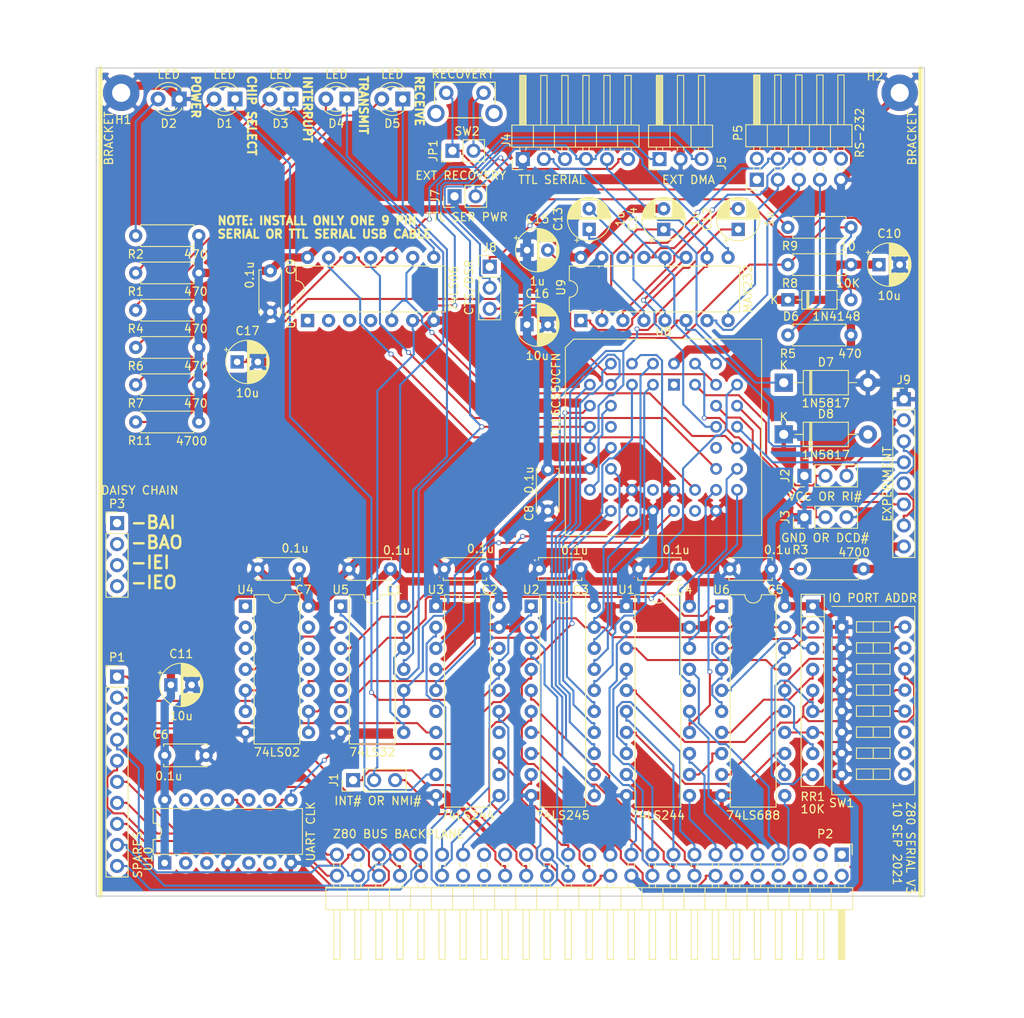
<source format=kicad_pcb>
(kicad_pcb (version 20171130) (host pcbnew "(5.1.10)-1")
  (layers (0 F.Cu signal) (31 B.Cu signal) (34 B.Paste user) (35 F.Paste user) (36 B.SilkS user) (37 F.SilkS user) (38 B.Mask user) (39 F.Mask user) (44 Edge.Cuts user))
  (net 0 "")
  (net 1 VCC)
  (net 2 GND)
  (net 3 /A7)
  (net 4 /A6)
  (net 5 /A5)
  (net 6 /D4)
  (net 7 /A4)
  (net 8 /D3)
  (net 9 /A3)
  (net 10 /D5)
  (net 11 /A2)
  (net 12 /D6)
  (net 13 /A1)
  (net 14 /A0)
  (net 15 /D2)
  (net 16 /D7)
  (net 17 /D0)
  (net 18 /D1)
  (net 19 /SPARE9)
  (net 20 /SPARE0)
  (net 21 /SPARE8)
  (net 22 /SPARE1)
  (net 23 /SPARE7)
  (net 24 /SPARE2)
  (net 25 /SPARE6)
  (net 26 /SPARE3)
  (net 27 /SPARE5)
  (net 28 /SPARE4)
  (net 29 /M1#)
  (net 30 /RESET#)
  (net 31 /WR#)
  (net 32 /RD#)
  (net 33 /IORQ#)
  (net 34 /bIORQ#)
  (net 35 /bM1#)
  (net 36 /bA7)
  (net 37 /bA6)
  (net 38 /bA5)
  (net 39 /bA4)
  (net 40 /bA3)
  (net 41 /bA2)
  (net 42 /bA1)
  (net 43 /bA0)
  (net 44 "Net-(RR1-Pad2)")
  (net 45 "Net-(RR1-Pad3)")
  (net 46 "Net-(RR1-Pad4)")
  (net 47 "Net-(RR1-Pad5)")
  (net 48 "Net-(RR1-Pad6)")
  (net 49 "Net-(RR1-Pad7)")
  (net 50 "Net-(RR1-Pad8)")
  (net 51 "Net-(RR1-Pad9)")
  (net 52 /bD5)
  (net 53 /bD4)
  (net 54 /bD3)
  (net 55 /bD2)
  (net 56 /bD1)
  (net 57 /bD0)
  (net 58 /bRESET#)
  (net 59 /bWR#)
  (net 60 /bD7)
  (net 61 /bD6)
  (net 62 "Net-(R3-Pad1)")
  (net 63 /bRD#)
  (net 64 /bRESET)
  (net 65 "Net-(C12-Pad2)")
  (net 66 "Net-(C12-Pad1)")
  (net 67 "Net-(C13-Pad1)")
  (net 68 /TTL_RTS#)
  (net 69 /TTL_RX)
  (net 70 /TTL_TX)
  (net 71 /TTL_CTS#)
  (net 72 /INT#)
  (net 73 /CLK_UART)
  (net 74 /RX)
  (net 75 /RTS#)
  (net 76 /TX)
  (net 77 /CTS#)
  (net 78 /INT)
  (net 79 "Net-(D1-Pad2)")
  (net 80 /DTR#)
  (net 81 /CS_SERIAL#)
  (net 82 "Net-(U4-Pad4)")
  (net 83 /688SEL#)
  (net 84 /TTL_DSR#)
  (net 85 "Net-(C13-Pad2)")
  (net 86 "Net-(C14-Pad1)")
  (net 87 "Net-(C15-Pad2)")
  (net 88 "Net-(D1-Pad1)")
  (net 89 "Net-(D2-Pad2)")
  (net 90 "Net-(D3-Pad1)")
  (net 91 "Net-(D3-Pad2)")
  (net 92 /NMI#)
  (net 93 /RI#)
  (net 94 "Net-(J2-Pad2)")
  (net 95 "Net-(J3-Pad2)")
  (net 96 "Net-(J4-Pad3)")
  (net 97 "Net-(J4-Pad6)")
  (net 98 /TTL_OUT2)
  (net 99 /TTL_OUT1)
  (net 100 /TTL_DTR#)
  (net 101 /DCD#)
  (net 102 "Net-(D4-Pad2)")
  (net 103 "Net-(D4-Pad1)")
  (net 104 "Net-(D5-Pad1)")
  (net 105 "Net-(D5-Pad2)")
  (net 106 "Net-(C17-Pad1)")
  (net 107 "Net-(JP1-Pad2)")
  (net 108 "Net-(J5-Pad3)")
  (net 109 /RXRDY#)
  (net 110 /TXRDY#)
  (net 111 "Net-(U8-Pad10)")
  (net 112 /UINT#)
  (module LED_THT:LED_D3.0mm (layer F.Cu) (at 82 49.75 180)
    (fp_text reference D5 (at 1.27 -2.96) (layer F.SilkS))
    (fp_text value LED (at 1.27 2.96) (layer F.SilkS))
    (pad 2 thru_hole circle (at 2.54 0 180) (size 1.8 1.8) (drill 0.9) (layers *.Cu *.Mask) (net 105 "Net-(D5-Pad2)"))
    (pad 1 thru_hole rect (at 0 0 180) (size 1.8 1.8) (drill 0.9) (layers *.Cu *.Mask) (net 104 "Net-(D5-Pad1)"))
  )
  (module LED_THT:LED_D3.0mm (layer F.Cu) (at 75.25 49.75 180)
    (fp_text reference D4 (at 1.27 -2.96) (layer F.SilkS))
    (fp_text value LED (at 1.27 2.96) (layer F.SilkS))
    (pad 2 thru_hole circle (at 2.54 0 180) (size 1.8 1.8) (drill 0.9) (layers *.Cu *.Mask) (net 102 "Net-(D4-Pad2)"))
    (pad 1 thru_hole rect (at 0 0 180) (size 1.8 1.8) (drill 0.9) (layers *.Cu *.Mask) (net 103 "Net-(D4-Pad1)"))
  )
  (module LED_THT:LED_D3.0mm (layer F.Cu) (at 68.5 49.75 180)
    (fp_text reference D3 (at 1.27 -2.96) (layer F.SilkS))
    (fp_text value LED (at 1.27 2.96) (layer F.SilkS))
    (pad 2 thru_hole circle (at 2.54 0 180) (size 1.8 1.8) (drill 0.9) (layers *.Cu *.Mask) (net 91 "Net-(D3-Pad2)"))
    (pad 1 thru_hole rect (at 0 0 180) (size 1.8 1.8) (drill 0.9) (layers *.Cu *.Mask) (net 90 "Net-(D3-Pad1)"))
  )
  (module LED_THT:LED_D3.0mm (layer F.Cu) (at 55 49.75 180)
    (fp_text reference D2 (at 1.27 -2.96) (layer F.SilkS))
    (fp_text value LED (at 1.27 2.96) (layer F.SilkS))
    (pad 2 thru_hole circle (at 2.54 0 180) (size 1.8 1.8) (drill 0.9) (layers *.Cu *.Mask) (net 89 "Net-(D2-Pad2)"))
    (pad 1 thru_hole rect (at 0 0 180) (size 1.8 1.8) (drill 0.9) (layers *.Cu *.Mask) (net 2 GND))
  )
  (module LED_THT:LED_D3.0mm (layer F.Cu) (at 61.75 49.75 180)
    (fp_text reference D1 (at 1.27 -2.96) (layer F.SilkS))
    (fp_text value LED (at 1.27 2.96) (layer F.SilkS))
    (pad 2 thru_hole circle (at 2.54 0 180) (size 1.8 1.8) (drill 0.9) (layers *.Cu *.Mask) (net 79 "Net-(D1-Pad2)"))
    (pad 1 thru_hole rect (at 0 0 180) (size 1.8 1.8) (drill 0.9) (layers *.Cu *.Mask) (net 88 "Net-(D1-Pad1)"))
  )
  (module Diode_THT:D_DO-41_SOD81_P10.16mm_Horizontal (layer F.Cu) (at 128 90.25)
    (fp_text reference D8 (at 5.08 -2.47) (layer F.SilkS))
    (fp_text value 1N5817 (at 5.08 2.47) (layer F.SilkS))
    (fp_text user K (at 0 -2.1) (layer F.SilkS))
    (pad 2 thru_hole oval (at 10.16 0) (size 2.2 2.2) (drill 1.1) (layers *.Cu *.Mask) (net 87 "Net-(C15-Pad2)"))
    (pad 1 thru_hole rect (at 0 0) (size 2.2 2.2) (drill 1.1) (layers *.Cu *.Mask) (net 2 GND))
  )
  (module Diode_THT:D_DO-41_SOD81_P10.16mm_Horizontal (layer F.Cu) (at 128 84)
    (fp_text reference D7 (at 5.08 -2.47) (layer F.SilkS))
    (fp_text value 1N5817 (at 5.08 2.47) (layer F.SilkS))
    (fp_text user K (at 0 -2.1) (layer F.SilkS))
    (pad 2 thru_hole oval (at 10.16 0) (size 2.2 2.2) (drill 1.1) (layers *.Cu *.Mask) (net 2 GND))
    (pad 1 thru_hole rect (at 0 0) (size 2.2 2.2) (drill 1.1) (layers *.Cu *.Mask) (net 86 "Net-(C14-Pad1)"))
  )
  (module Package_LCC:PLCC-44_THT-Socket (layer F.Cu) (at 114.75 84.25)
    (fp_text reference U8 (at -1.27 -6.4) (layer F.SilkS))
    (fp_text value TL16C550CFN (at -14.25 1.25 90) (layer F.SilkS))
    (pad 39 thru_hole circle (at 7.62 0) (size 1.4224 1.4224) (drill 0.8) (layers *.Cu *.Mask) (net 64 /bRESET))
    (pad 37 thru_hole circle (at 7.62 2.54) (size 1.4224 1.4224) (drill 0.8) (layers *.Cu *.Mask) (net 100 /TTL_DTR#))
    (pad 35 thru_hole circle (at 7.62 5.08) (size 1.4224 1.4224) (drill 0.8) (layers *.Cu *.Mask) (net 98 /TTL_OUT2))
    (pad 33 thru_hole circle (at 7.62 7.62) (size 1.4224 1.4224) (drill 0.8) (layers *.Cu *.Mask) (net 78 /INT))
    (pad 31 thru_hole circle (at 7.62 10.16) (size 1.4224 1.4224) (drill 0.8) (layers *.Cu *.Mask) (net 43 /bA0))
    (pad 40 thru_hole circle (at 5.08 -2.54) (size 1.4224 1.4224) (drill 0.8) (layers *.Cu *.Mask) (net 71 /TTL_CTS#))
    (pad 38 thru_hole circle (at 5.08 2.54) (size 1.4224 1.4224) (drill 0.8) (layers *.Cu *.Mask) (net 99 /TTL_OUT1))
    (pad 36 thru_hole circle (at 5.08 5.08) (size 1.4224 1.4224) (drill 0.8) (layers *.Cu *.Mask) (net 68 /TTL_RTS#))
    (pad 34 thru_hole circle (at 5.08 7.62) (size 1.4224 1.4224) (drill 0.8) (layers *.Cu *.Mask))
    (pad 32 thru_hole circle (at 5.08 10.16) (size 1.4224 1.4224) (drill 0.8) (layers *.Cu *.Mask) (net 109 /RXRDY#))
    (pad 30 thru_hole circle (at 5.08 12.7) (size 1.4224 1.4224) (drill 0.8) (layers *.Cu *.Mask) (net 42 /bA1))
    (pad 28 thru_hole circle (at 5.08 15.24) (size 1.4224 1.4224) (drill 0.8) (layers *.Cu *.Mask) (net 2 GND))
    (pad 26 thru_hole circle (at 2.54 15.24) (size 1.4224 1.4224) (drill 0.8) (layers *.Cu *.Mask))
    (pad 24 thru_hole circle (at 0 15.24) (size 1.4224 1.4224) (drill 0.8) (layers *.Cu *.Mask) (net 63 /bRD#))
    (pad 22 thru_hole circle (at -2.54 15.24) (size 1.4224 1.4224) (drill 0.8) (layers *.Cu *.Mask) (net 2 GND))
    (pad 20 thru_hole circle (at -5.08 15.24) (size 1.4224 1.4224) (drill 0.8) (layers *.Cu *.Mask) (net 59 /bWR#))
    (pad 18 thru_hole circle (at -7.62 15.24) (size 1.4224 1.4224) (drill 0.8) (layers *.Cu *.Mask) (net 73 /CLK_UART))
    (pad 29 thru_hole circle (at 7.62 12.7) (size 1.4224 1.4224) (drill 0.8) (layers *.Cu *.Mask) (net 41 /bA2))
    (pad 27 thru_hole circle (at 2.54 12.7) (size 1.4224 1.4224) (drill 0.8) (layers *.Cu *.Mask) (net 110 /TXRDY#))
    (pad 25 thru_hole circle (at 0 12.7) (size 1.4224 1.4224) (drill 0.8) (layers *.Cu *.Mask) (net 2 GND))
    (pad 23 thru_hole circle (at -2.54 12.7) (size 1.4224 1.4224) (drill 0.8) (layers *.Cu *.Mask))
    (pad 21 thru_hole circle (at -5.08 12.7) (size 1.4224 1.4224) (drill 0.8) (layers *.Cu *.Mask) (net 2 GND))
    (pad 19 thru_hole circle (at -7.62 12.7) (size 1.4224 1.4224) (drill 0.8) (layers *.Cu *.Mask))
    (pad 17 thru_hole circle (at -10.16 12.7) (size 1.4224 1.4224) (drill 0.8) (layers *.Cu *.Mask) (net 111 "Net-(U8-Pad10)"))
    (pad 15 thru_hole circle (at -10.16 10.16) (size 1.4224 1.4224) (drill 0.8) (layers *.Cu *.Mask) (net 1 VCC))
    (pad 13 thru_hole circle (at -10.16 7.62) (size 1.4224 1.4224) (drill 0.8) (layers *.Cu *.Mask) (net 70 /TTL_TX))
    (pad 11 thru_hole circle (at -10.16 5.08) (size 1.4224 1.4224) (drill 0.8) (layers *.Cu *.Mask) (net 69 /TTL_RX))
    (pad 9 thru_hole circle (at -10.16 2.54) (size 1.4224 1.4224) (drill 0.8) (layers *.Cu *.Mask) (net 60 /bD7))
    (pad 7 thru_hole circle (at -10.16 0) (size 1.4224 1.4224) (drill 0.8) (layers *.Cu *.Mask) (net 52 /bD5))
    (pad 16 thru_hole circle (at -7.62 10.16) (size 1.4224 1.4224) (drill 0.8) (layers *.Cu *.Mask) (net 81 /CS_SERIAL#))
    (pad 14 thru_hole circle (at -7.62 7.62) (size 1.4224 1.4224) (drill 0.8) (layers *.Cu *.Mask) (net 1 VCC))
    (pad 12 thru_hole circle (at -7.62 5.08) (size 1.4224 1.4224) (drill 0.8) (layers *.Cu *.Mask))
    (pad 10 thru_hole circle (at -7.62 2.54) (size 1.4224 1.4224) (drill 0.8) (layers *.Cu *.Mask) (net 111 "Net-(U8-Pad10)"))
    (pad 8 thru_hole circle (at -7.62 0) (size 1.4224 1.4224) (drill 0.8) (layers *.Cu *.Mask) (net 61 /bD6))
    (pad 42 thru_hole circle (at 2.54 -2.54) (size 1.4224 1.4224) (drill 0.8) (layers *.Cu *.Mask) (net 95 "Net-(J3-Pad2)"))
    (pad 44 thru_hole circle (at 0 -2.54) (size 1.4224 1.4224) (drill 0.8) (layers *.Cu *.Mask) (net 1 VCC))
    (pad 6 thru_hole circle (at -7.62 -2.54) (size 1.4224 1.4224) (drill 0.8) (layers *.Cu *.Mask) (net 53 /bD4))
    (pad 4 thru_hole circle (at -5.08 -2.54) (size 1.4224 1.4224) (drill 0.8) (layers *.Cu *.Mask) (net 55 /bD2))
    (pad 2 thru_hole circle (at -2.54 -2.54) (size 1.4224 1.4224) (drill 0.8) (layers *.Cu *.Mask) (net 57 /bD0))
    (pad 41 thru_hole circle (at 5.08 0) (size 1.4224 1.4224) (drill 0.8) (layers *.Cu *.Mask) (net 84 /TTL_DSR#))
    (pad 43 thru_hole circle (at 2.54 0) (size 1.4224 1.4224) (drill 0.8) (layers *.Cu *.Mask) (net 94 "Net-(J2-Pad2)"))
    (pad 5 thru_hole circle (at -5.08 0) (size 1.4224 1.4224) (drill 0.8) (layers *.Cu *.Mask) (net 54 /bD3))
    (pad 3 thru_hole circle (at -2.54 0) (size 1.4224 1.4224) (drill 0.8) (layers *.Cu *.Mask) (net 56 /bD1))
    (pad 1 thru_hole rect (at 0 0) (size 1.4224 1.4224) (drill 0.8) (layers *.Cu *.Mask))
  )
  (module Connector_PinHeader_2.54mm:PinHeader_1x03_P2.54mm_Horizontal (layer F.Cu) (at 113 57 90)
    (fp_text reference J5 (at -0.5 7.5 270) (layer F.SilkS))
    (fp_text value "EXT DMA" (at -2.5 3.5 180) (layer F.SilkS))
    (pad 3 thru_hole oval (at 0 5.08 90) (size 1.7 1.7) (drill 1) (layers *.Cu *.Mask) (net 108 "Net-(J5-Pad3)"))
    (pad 2 thru_hole oval (at 0 2.54 90) (size 1.7 1.7) (drill 1) (layers *.Cu *.Mask) (net 2 GND))
    (pad 1 thru_hole rect (at 0 0 90) (size 1.7 1.7) (drill 1) (layers *.Cu *.Mask) (net 112 /UINT#))
  )
  (module Resistors_THT:R_Axial_DIN0207_L6.3mm_D2.5mm_P7.62mm_Horizontal (layer F.Cu) (at 49.75 88.75)
    (fp_text reference R11 (at 0.5 2.25) (layer F.SilkS))
    (fp_text value 4700 (at 6.75 2.31) (layer F.SilkS))
    (pad 2 thru_hole oval (at 7.62 0) (size 1.6 1.6) (drill 0.8) (layers *.Cu *.Mask) (net 1 VCC))
    (pad 1 thru_hole circle (at 0 0) (size 1.6 1.6) (drill 0.8) (layers *.Cu *.Mask) (net 108 "Net-(J5-Pad3)"))
  )
  (module Housings_DIP:DIP-14_W7.62mm (layer F.Cu) (at 53.25 142 90)
    (fp_text reference U10 (at 0.5 -2 90) (layer F.SilkS))
    (fp_text value "UART CLK" (at 3.81 17.63 90) (layer F.SilkS))
    (pad 14 thru_hole oval (at 7.62 0 90) (size 1.6 1.6) (drill 0.8) (layers *.Cu *.Mask) (net 1 VCC))
    (pad 7 thru_hole oval (at 0 15.24 90) (size 1.6 1.6) (drill 0.8) (layers *.Cu *.Mask) (net 2 GND))
    (pad 13 thru_hole oval (at 7.62 2.54 90) (size 1.6 1.6) (drill 0.8) (layers *.Cu *.Mask))
    (pad 6 thru_hole oval (at 0 12.7 90) (size 1.6 1.6) (drill 0.8) (layers *.Cu *.Mask))
    (pad 12 thru_hole oval (at 7.62 5.08 90) (size 1.6 1.6) (drill 0.8) (layers *.Cu *.Mask))
    (pad 5 thru_hole oval (at 0 10.16 90) (size 1.6 1.6) (drill 0.8) (layers *.Cu *.Mask))
    (pad 11 thru_hole oval (at 7.62 7.62 90) (size 1.6 1.6) (drill 0.8) (layers *.Cu *.Mask) (net 73 /CLK_UART))
    (pad 4 thru_hole oval (at 0 7.62 90) (size 1.6 1.6) (drill 0.8) (layers *.Cu *.Mask) (net 2 GND))
    (pad 10 thru_hole oval (at 7.62 10.16 90) (size 1.6 1.6) (drill 0.8) (layers *.Cu *.Mask))
    (pad 3 thru_hole oval (at 0 5.08 90) (size 1.6 1.6) (drill 0.8) (layers *.Cu *.Mask))
    (pad 9 thru_hole oval (at 7.62 12.7 90) (size 1.6 1.6) (drill 0.8) (layers *.Cu *.Mask))
    (pad 2 thru_hole oval (at 0 2.54 90) (size 1.6 1.6) (drill 0.8) (layers *.Cu *.Mask))
    (pad 8 thru_hole oval (at 7.62 15.24 90) (size 1.6 1.6) (drill 0.8) (layers *.Cu *.Mask) (net 73 /CLK_UART))
    (pad 1 thru_hole rect (at 0 0 90) (size 1.6 1.6) (drill 0.8) (layers *.Cu *.Mask) (net 1 VCC))
  )
  (module Buttons_Switches_THT:SW_Tactile_SPST_Angled (layer F.Cu) (at 87.25 49)
    (fp_text reference SW2 (at 2.5 4.65) (layer F.SilkS))
    (fp_text value RECOVERY (at 2 -2.25) (layer F.SilkS))
    (pad "" thru_hole circle (at -1.25 2.49) (size 2.1 2.1) (drill 1.3) (layers *.Cu *.Mask))
    (pad 1 thru_hole circle (at 0 0) (size 1.75 1.75) (drill 0.99) (layers *.Cu *.Mask) (net 93 /RI#))
    (pad 2 thru_hole circle (at 4.5 0) (size 1.75 1.75) (drill 0.99) (layers *.Cu *.Mask) (net 107 "Net-(JP1-Pad2)"))
    (pad "" thru_hole circle (at 5.76 2.49) (size 2.1 2.1) (drill 1.3) (layers *.Cu *.Mask))
  )
  (module Resistors_THT:R_Axial_DIN0207_L6.3mm_D2.5mm_P7.62mm_Horizontal (layer F.Cu) (at 128.5 65.25)
    (fp_text reference R9 (at 0.25 2.25) (layer F.SilkS))
    (fp_text value 10 (at 7.25 2.31) (layer F.SilkS))
    (pad 2 thru_hole oval (at 7.62 0) (size 1.6 1.6) (drill 0.8) (layers *.Cu *.Mask) (net 106 "Net-(C17-Pad1)"))
    (pad 1 thru_hole circle (at 0 0) (size 1.6 1.6) (drill 0.8) (layers *.Cu *.Mask) (net 107 "Net-(JP1-Pad2)"))
  )
  (module Resistors_THT:R_Axial_DIN0207_L6.3mm_D2.5mm_P7.62mm_Horizontal (layer F.Cu) (at 128.5 69.75)
    (fp_text reference R8 (at 0.25 2.25) (layer F.SilkS))
    (fp_text value 10K (at 7.25 2.25) (layer F.SilkS))
    (pad 2 thru_hole oval (at 7.62 0) (size 1.6 1.6) (drill 0.8) (layers *.Cu *.Mask) (net 1 VCC))
    (pad 1 thru_hole circle (at 0 0) (size 1.6 1.6) (drill 0.8) (layers *.Cu *.Mask) (net 106 "Net-(C17-Pad1)"))
  )
  (module Connector_PinHeader_2.54mm:PinHeader_1x02_P2.54mm_Vertical (layer F.Cu) (at 88 56 90)
    (fp_text reference JP1 (at 0 -2.33 90) (layer F.SilkS))
    (fp_text value "EXT RECOVERY" (at -3 1 180) (layer F.SilkS))
    (pad 2 thru_hole oval (at 0 2.54 90) (size 1.7 1.7) (drill 1) (layers *.Cu *.Mask) (net 107 "Net-(JP1-Pad2)"))
    (pad 1 thru_hole rect (at 0 0 90) (size 1.7 1.7) (drill 1) (layers *.Cu *.Mask) (net 93 /RI#))
  )
  (module MountingHole:MountingHole_2.2mm_M2_Pad (layer F.Cu) (at 142 49)
    (fp_text reference H2 (at -3 -2) (layer F.SilkS))
    (fp_text value BRACKET (at 1.5 5.5 90) (layer F.SilkS))
    (pad 1 thru_hole circle (at 0 0) (size 4.4 4.4) (drill 2.2) (layers *.Cu *.Mask) (net 2 GND))
  )
  (module MountingHole:MountingHole_2.2mm_M2_Pad (layer F.Cu) (at 48 49)
    (fp_text reference H1 (at 0.25 3.25) (layer F.SilkS))
    (fp_text value BRACKET (at -1.5 5.5 90) (layer F.SilkS))
    (pad 1 thru_hole circle (at 0 0) (size 4.4 4.4) (drill 2.2) (layers *.Cu *.Mask) (net 2 GND))
  )
  (module Diode_THT:D_DO-35_SOD27_P7.62mm_Horizontal (layer F.Cu) (at 128.5 74)
    (fp_text reference D6 (at 0.37 2) (layer F.SilkS))
    (fp_text value 1N4148 (at 5.87 2) (layer F.SilkS))
    (fp_text user K (at -1.63 0) (layer F.SilkS))
    (pad 2 thru_hole oval (at 7.62 0) (size 1.6 1.6) (drill 0.8) (layers *.Cu *.Mask) (net 106 "Net-(C17-Pad1)"))
    (pad 1 thru_hole rect (at 0 0) (size 1.6 1.6) (drill 0.8) (layers *.Cu *.Mask) (net 1 VCC))
  )
  (module Capacitor_THT:CP_Radial_D5.0mm_P2.50mm (layer F.Cu) (at 62 81.5)
    (fp_text reference C17 (at 1.25 -3.75) (layer F.SilkS))
    (fp_text value 10u (at 1.25 3.75) (layer F.SilkS))
    (pad 2 thru_hole circle (at 2.5 0) (size 1.6 1.6) (drill 0.8) (layers *.Cu *.Mask) (net 2 GND))
    (pad 1 thru_hole rect (at 0 0) (size 1.6 1.6) (drill 0.8) (layers *.Cu *.Mask) (net 106 "Net-(C17-Pad1)"))
  )
  (module Buttons_Switches_THT:SW_DIP_x8_W7.62mm_Slide (layer F.Cu) (at 135 113.5)
    (fp_text reference SW1 (at 0 21.25) (layer F.SilkS))
    (fp_text value "IO PORT ADDR" (at 3.75 -3.5) (layer F.SilkS))
    (pad 1 thru_hole rect (at 0 0) (size 1.6 1.6) (drill 0.8) (layers *.Cu *.Mask) (net 2 GND))
    (pad 9 thru_hole oval (at 7.62 17.78) (size 1.6 1.6) (drill 0.8) (layers *.Cu *.Mask))
    (pad 2 thru_hole oval (at 0 2.54) (size 1.6 1.6) (drill 0.8) (layers *.Cu *.Mask) (net 2 GND))
    (pad 10 thru_hole oval (at 7.62 15.24) (size 1.6 1.6) (drill 0.8) (layers *.Cu *.Mask))
    (pad 3 thru_hole oval (at 0 5.08) (size 1.6 1.6) (drill 0.8) (layers *.Cu *.Mask) (net 2 GND))
    (pad 11 thru_hole oval (at 7.62 12.7) (size 1.6 1.6) (drill 0.8) (layers *.Cu *.Mask))
    (pad 4 thru_hole oval (at 0 7.62) (size 1.6 1.6) (drill 0.8) (layers *.Cu *.Mask) (net 2 GND))
    (pad 12 thru_hole oval (at 7.62 10.16) (size 1.6 1.6) (drill 0.8) (layers *.Cu *.Mask) (net 47 "Net-(RR1-Pad5)"))
    (pad 5 thru_hole oval (at 0 10.16) (size 1.6 1.6) (drill 0.8) (layers *.Cu *.Mask) (net 2 GND))
    (pad 13 thru_hole oval (at 7.62 7.62) (size 1.6 1.6) (drill 0.8) (layers *.Cu *.Mask) (net 48 "Net-(RR1-Pad6)"))
    (pad 6 thru_hole oval (at 0 12.7) (size 1.6 1.6) (drill 0.8) (layers *.Cu *.Mask) (net 2 GND))
    (pad 14 thru_hole oval (at 7.62 5.08) (size 1.6 1.6) (drill 0.8) (layers *.Cu *.Mask) (net 49 "Net-(RR1-Pad7)"))
    (pad 7 thru_hole oval (at 0 15.24) (size 1.6 1.6) (drill 0.8) (layers *.Cu *.Mask) (net 2 GND))
    (pad 15 thru_hole oval (at 7.62 2.54) (size 1.6 1.6) (drill 0.8) (layers *.Cu *.Mask) (net 50 "Net-(RR1-Pad8)"))
    (pad 8 thru_hole oval (at 0 17.78) (size 1.6 1.6) (drill 0.8) (layers *.Cu *.Mask) (net 2 GND))
    (pad 16 thru_hole oval (at 7.62 0) (size 1.6 1.6) (drill 0.8) (layers *.Cu *.Mask) (net 51 "Net-(RR1-Pad9)"))
  )
  (module Capacitor_THT:C_Disc_D5.0mm_W2.5mm_P5.00mm (layer F.Cu) (at 92 106.5 180)
    (fp_text reference C2 (at -0.5 -2.5 180) (layer F.SilkS))
    (fp_text value 0.1u (at 0.61 2.44 180) (layer F.SilkS))
    (pad 2 thru_hole circle (at 5 0 180) (size 1.6 1.6) (drill 0.8) (layers *.Cu *.Mask) (net 2 GND))
    (pad 1 thru_hole circle (at 0 0 180) (size 1.6 1.6) (drill 0.8) (layers *.Cu *.Mask) (net 1 VCC))
  )
  (module Capacitor_THT:C_Disc_D5.0mm_W2.5mm_P5.00mm (layer F.Cu) (at 126.5 106.5 180)
    (fp_text reference C5 (at -0.5 -2.5 180) (layer F.SilkS))
    (fp_text value 0.1u (at -0.75 2.31 180) (layer F.SilkS))
    (pad 1 thru_hole circle (at 0 0 180) (size 1.6 1.6) (drill 0.8) (layers *.Cu *.Mask) (net 1 VCC))
    (pad 2 thru_hole circle (at 5 0 180) (size 1.6 1.6) (drill 0.8) (layers *.Cu *.Mask) (net 2 GND))
  )
  (module Capacitor_THT:C_Disc_D5.0mm_W2.5mm_P5.00mm (layer F.Cu) (at 103.5 106.5 180)
    (fp_text reference C3 (at 0 -2.5 180) (layer F.SilkS))
    (fp_text value 0.1u (at 0.75 2.25 180) (layer F.SilkS))
    (pad 1 thru_hole circle (at 0 0 180) (size 1.6 1.6) (drill 0.8) (layers *.Cu *.Mask) (net 1 VCC))
    (pad 2 thru_hole circle (at 5 0 180) (size 1.6 1.6) (drill 0.8) (layers *.Cu *.Mask) (net 2 GND))
  )
  (module Capacitor_THT:C_Disc_D5.0mm_W2.5mm_P5.00mm (layer F.Cu) (at 115.5 106.5 180)
    (fp_text reference C4 (at -0.5 -2.5 180) (layer F.SilkS))
    (fp_text value 0.1u (at 0.5 2.31 180) (layer F.SilkS))
    (pad 2 thru_hole circle (at 5 0 180) (size 1.6 1.6) (drill 0.8) (layers *.Cu *.Mask) (net 2 GND))
    (pad 1 thru_hole circle (at 0 0 180) (size 1.6 1.6) (drill 0.8) (layers *.Cu *.Mask) (net 1 VCC))
  )
  (module Capacitor_THT:C_Disc_D5.0mm_W2.5mm_P5.00mm (layer F.Cu) (at 80.5 106.5 180)
    (fp_text reference C1 (at -0.5 -2.5 180) (layer F.SilkS))
    (fp_text value 0.1u (at -0.75 2.25 180) (layer F.SilkS))
    (pad 2 thru_hole circle (at 5 0 180) (size 1.6 1.6) (drill 0.8) (layers *.Cu *.Mask) (net 2 GND))
    (pad 1 thru_hole circle (at 0 0 180) (size 1.6 1.6) (drill 0.8) (layers *.Cu *.Mask) (net 1 VCC))
  )
  (module Housings_DIP:DIP-20_W7.62mm (layer F.Cu) (at 97.5 111)
    (fp_text reference U2 (at 0 -2) (layer F.SilkS))
    (fp_text value 74LS245 (at 3.81 25.25) (layer F.SilkS))
    (pad 1 thru_hole rect (at 0 0) (size 1.6 1.6) (drill 0.8) (layers *.Cu *.Mask) (net 32 /RD#))
    (pad 11 thru_hole oval (at 7.62 22.86) (size 1.6 1.6) (drill 0.8) (layers *.Cu *.Mask) (net 60 /bD7))
    (pad 2 thru_hole oval (at 0 2.54) (size 1.6 1.6) (drill 0.8) (layers *.Cu *.Mask) (net 17 /D0))
    (pad 12 thru_hole oval (at 7.62 20.32) (size 1.6 1.6) (drill 0.8) (layers *.Cu *.Mask) (net 61 /bD6))
    (pad 3 thru_hole oval (at 0 5.08) (size 1.6 1.6) (drill 0.8) (layers *.Cu *.Mask) (net 18 /D1))
    (pad 13 thru_hole oval (at 7.62 17.78) (size 1.6 1.6) (drill 0.8) (layers *.Cu *.Mask) (net 52 /bD5))
    (pad 4 thru_hole oval (at 0 7.62) (size 1.6 1.6) (drill 0.8) (layers *.Cu *.Mask) (net 15 /D2))
    (pad 14 thru_hole oval (at 7.62 15.24) (size 1.6 1.6) (drill 0.8) (layers *.Cu *.Mask) (net 53 /bD4))
    (pad 5 thru_hole oval (at 0 10.16) (size 1.6 1.6) (drill 0.8) (layers *.Cu *.Mask) (net 8 /D3))
    (pad 15 thru_hole oval (at 7.62 12.7) (size 1.6 1.6) (drill 0.8) (layers *.Cu *.Mask) (net 54 /bD3))
    (pad 6 thru_hole oval (at 0 12.7) (size 1.6 1.6) (drill 0.8) (layers *.Cu *.Mask) (net 6 /D4))
    (pad 16 thru_hole oval (at 7.62 10.16) (size 1.6 1.6) (drill 0.8) (layers *.Cu *.Mask) (net 55 /bD2))
    (pad 7 thru_hole oval (at 0 15.24) (size 1.6 1.6) (drill 0.8) (layers *.Cu *.Mask) (net 10 /D5))
    (pad 17 thru_hole oval (at 7.62 7.62) (size 1.6 1.6) (drill 0.8) (layers *.Cu *.Mask) (net 56 /bD1))
    (pad 8 thru_hole oval (at 0 17.78) (size 1.6 1.6) (drill 0.8) (layers *.Cu *.Mask) (net 12 /D6))
    (pad 18 thru_hole oval (at 7.62 5.08) (size 1.6 1.6) (drill 0.8) (layers *.Cu *.Mask) (net 57 /bD0))
    (pad 9 thru_hole oval (at 0 20.32) (size 1.6 1.6) (drill 0.8) (layers *.Cu *.Mask) (net 16 /D7))
    (pad 19 thru_hole oval (at 7.62 2.54) (size 1.6 1.6) (drill 0.8) (layers *.Cu *.Mask) (net 81 /CS_SERIAL#))
    (pad 10 thru_hole oval (at 0 22.86) (size 1.6 1.6) (drill 0.8) (layers *.Cu *.Mask) (net 2 GND))
    (pad 20 thru_hole oval (at 7.62 0) (size 1.6 1.6) (drill 0.8) (layers *.Cu *.Mask) (net 1 VCC))
  )
  (module Housings_DIP:DIP-20_W7.62mm (layer F.Cu) (at 86 111)
    (fp_text reference U3 (at 0 -2) (layer F.SilkS))
    (fp_text value 74LS244 (at 3.81 25.25) (layer F.SilkS))
    (pad 20 thru_hole oval (at 7.62 0) (size 1.6 1.6) (drill 0.8) (layers *.Cu *.Mask) (net 1 VCC))
    (pad 10 thru_hole oval (at 0 22.86) (size 1.6 1.6) (drill 0.8) (layers *.Cu *.Mask) (net 2 GND))
    (pad 19 thru_hole oval (at 7.62 2.54) (size 1.6 1.6) (drill 0.8) (layers *.Cu *.Mask) (net 2 GND))
    (pad 9 thru_hole oval (at 0 20.32) (size 1.6 1.6) (drill 0.8) (layers *.Cu *.Mask) (net 34 /bIORQ#))
    (pad 18 thru_hole oval (at 7.62 5.08) (size 1.6 1.6) (drill 0.8) (layers *.Cu *.Mask) (net 58 /bRESET#))
    (pad 8 thru_hole oval (at 0 17.78) (size 1.6 1.6) (drill 0.8) (layers *.Cu *.Mask))
    (pad 17 thru_hole oval (at 7.62 7.62) (size 1.6 1.6) (drill 0.8) (layers *.Cu *.Mask) (net 32 /RD#))
    (pad 7 thru_hole oval (at 0 15.24) (size 1.6 1.6) (drill 0.8) (layers *.Cu *.Mask) (net 35 /bM1#))
    (pad 16 thru_hole oval (at 7.62 10.16) (size 1.6 1.6) (drill 0.8) (layers *.Cu *.Mask) (net 88 "Net-(D1-Pad1)"))
    (pad 6 thru_hole oval (at 0 12.7) (size 1.6 1.6) (drill 0.8) (layers *.Cu *.Mask))
    (pad 15 thru_hole oval (at 7.62 12.7) (size 1.6 1.6) (drill 0.8) (layers *.Cu *.Mask) (net 31 /WR#))
    (pad 5 thru_hole oval (at 0 10.16) (size 1.6 1.6) (drill 0.8) (layers *.Cu *.Mask) (net 59 /bWR#))
    (pad 14 thru_hole oval (at 7.62 15.24) (size 1.6 1.6) (drill 0.8) (layers *.Cu *.Mask))
    (pad 4 thru_hole oval (at 0 7.62) (size 1.6 1.6) (drill 0.8) (layers *.Cu *.Mask) (net 81 /CS_SERIAL#))
    (pad 13 thru_hole oval (at 7.62 17.78) (size 1.6 1.6) (drill 0.8) (layers *.Cu *.Mask) (net 29 /M1#))
    (pad 3 thru_hole oval (at 0 5.08) (size 1.6 1.6) (drill 0.8) (layers *.Cu *.Mask) (net 63 /bRD#))
    (pad 12 thru_hole oval (at 7.62 20.32) (size 1.6 1.6) (drill 0.8) (layers *.Cu *.Mask))
    (pad 2 thru_hole oval (at 0 2.54) (size 1.6 1.6) (drill 0.8) (layers *.Cu *.Mask) (net 30 /RESET#))
    (pad 11 thru_hole oval (at 7.62 22.86) (size 1.6 1.6) (drill 0.8) (layers *.Cu *.Mask) (net 33 /IORQ#))
    (pad 1 thru_hole rect (at 0 0) (size 1.6 1.6) (drill 0.8) (layers *.Cu *.Mask) (net 2 GND))
  )
  (module Capacitor_THT:C_Disc_D5.0mm_W2.5mm_P5.00mm (layer F.Cu) (at 53.25 129)
    (fp_text reference C6 (at -0.5 -2.5) (layer F.SilkS))
    (fp_text value 0.1u (at 0.5 2.5) (layer F.SilkS))
    (pad 1 thru_hole circle (at 0 0) (size 1.6 1.6) (drill 0.8) (layers *.Cu *.Mask) (net 1 VCC))
    (pad 2 thru_hole circle (at 5 0) (size 1.6 1.6) (drill 0.8) (layers *.Cu *.Mask) (net 2 GND))
  )
  (module Capacitor_THT:C_Disc_D5.0mm_W2.5mm_P5.00mm (layer F.Cu) (at 69.5 106.5 180)
    (fp_text reference C7 (at -0.5 -2.5) (layer F.SilkS))
    (fp_text value 0.1u (at 0.5 2.5) (layer F.SilkS))
    (pad 2 thru_hole circle (at 5 0 180) (size 1.6 1.6) (drill 0.8) (layers *.Cu *.Mask) (net 2 GND))
    (pad 1 thru_hole circle (at 0 0 180) (size 1.6 1.6) (drill 0.8) (layers *.Cu *.Mask) (net 1 VCC))
  )
  (module Resistors_THT:R_Axial_DIN0207_L6.3mm_D2.5mm_P7.62mm_Horizontal (layer F.Cu) (at 49.75 70.75)
    (fp_text reference R1 (at 0 2.25) (layer F.SilkS))
    (fp_text value 470 (at 7.25 2.25) (layer F.SilkS))
    (pad 1 thru_hole circle (at 0 0) (size 1.6 1.6) (drill 0.8) (layers *.Cu *.Mask) (net 79 "Net-(D1-Pad2)"))
    (pad 2 thru_hole oval (at 7.62 0) (size 1.6 1.6) (drill 0.8) (layers *.Cu *.Mask) (net 1 VCC))
  )
  (module Resistors_THT:R_Array_SIP9 (layer F.Cu) (at 131.5 111 270)
    (fp_text reference RR1 (at 23 0 180) (layer F.SilkS))
    (fp_text value 10K (at 24.5 0 180) (layer F.SilkS))
    (pad 1 thru_hole rect (at 0 0 270) (size 1.6 1.6) (drill 0.8) (layers *.Cu *.Mask) (net 1 VCC))
    (pad 2 thru_hole oval (at 2.54 0 270) (size 1.6 1.6) (drill 0.8) (layers *.Cu *.Mask) (net 44 "Net-(RR1-Pad2)"))
    (pad 3 thru_hole oval (at 5.08 0 270) (size 1.6 1.6) (drill 0.8) (layers *.Cu *.Mask) (net 45 "Net-(RR1-Pad3)"))
    (pad 4 thru_hole oval (at 7.62 0 270) (size 1.6 1.6) (drill 0.8) (layers *.Cu *.Mask) (net 46 "Net-(RR1-Pad4)"))
    (pad 5 thru_hole oval (at 10.16 0 270) (size 1.6 1.6) (drill 0.8) (layers *.Cu *.Mask) (net 47 "Net-(RR1-Pad5)"))
    (pad 6 thru_hole oval (at 12.7 0 270) (size 1.6 1.6) (drill 0.8) (layers *.Cu *.Mask) (net 48 "Net-(RR1-Pad6)"))
    (pad 7 thru_hole oval (at 15.24 0 270) (size 1.6 1.6) (drill 0.8) (layers *.Cu *.Mask) (net 49 "Net-(RR1-Pad7)"))
    (pad 8 thru_hole oval (at 17.78 0 270) (size 1.6 1.6) (drill 0.8) (layers *.Cu *.Mask) (net 50 "Net-(RR1-Pad8)"))
    (pad 9 thru_hole oval (at 20.32 0 270) (size 1.6 1.6) (drill 0.8) (layers *.Cu *.Mask) (net 51 "Net-(RR1-Pad9)"))
  )
  (module Housings_DIP:DIP-20_W7.62mm (layer F.Cu) (at 109 111)
    (fp_text reference U1 (at 0 -2) (layer F.SilkS))
    (fp_text value 74LS244 (at 3.81 25.25) (layer F.SilkS))
    (pad 20 thru_hole oval (at 7.62 0) (size 1.6 1.6) (drill 0.8) (layers *.Cu *.Mask) (net 1 VCC))
    (pad 10 thru_hole oval (at 0 22.86) (size 1.6 1.6) (drill 0.8) (layers *.Cu *.Mask) (net 2 GND))
    (pad 19 thru_hole oval (at 7.62 2.54) (size 1.6 1.6) (drill 0.8) (layers *.Cu *.Mask) (net 2 GND))
    (pad 9 thru_hole oval (at 0 20.32) (size 1.6 1.6) (drill 0.8) (layers *.Cu *.Mask) (net 39 /bA4))
    (pad 18 thru_hole oval (at 7.62 5.08) (size 1.6 1.6) (drill 0.8) (layers *.Cu *.Mask) (net 43 /bA0))
    (pad 8 thru_hole oval (at 0 17.78) (size 1.6 1.6) (drill 0.8) (layers *.Cu *.Mask) (net 9 /A3))
    (pad 17 thru_hole oval (at 7.62 7.62) (size 1.6 1.6) (drill 0.8) (layers *.Cu *.Mask) (net 3 /A7))
    (pad 7 thru_hole oval (at 0 15.24) (size 1.6 1.6) (drill 0.8) (layers *.Cu *.Mask) (net 38 /bA5))
    (pad 16 thru_hole oval (at 7.62 10.16) (size 1.6 1.6) (drill 0.8) (layers *.Cu *.Mask) (net 42 /bA1))
    (pad 6 thru_hole oval (at 0 12.7) (size 1.6 1.6) (drill 0.8) (layers *.Cu *.Mask) (net 11 /A2))
    (pad 15 thru_hole oval (at 7.62 12.7) (size 1.6 1.6) (drill 0.8) (layers *.Cu *.Mask) (net 4 /A6))
    (pad 5 thru_hole oval (at 0 10.16) (size 1.6 1.6) (drill 0.8) (layers *.Cu *.Mask) (net 37 /bA6))
    (pad 14 thru_hole oval (at 7.62 15.24) (size 1.6 1.6) (drill 0.8) (layers *.Cu *.Mask) (net 41 /bA2))
    (pad 4 thru_hole oval (at 0 7.62) (size 1.6 1.6) (drill 0.8) (layers *.Cu *.Mask) (net 13 /A1))
    (pad 13 thru_hole oval (at 7.62 17.78) (size 1.6 1.6) (drill 0.8) (layers *.Cu *.Mask) (net 5 /A5))
    (pad 3 thru_hole oval (at 0 5.08) (size 1.6 1.6) (drill 0.8) (layers *.Cu *.Mask) (net 36 /bA7))
    (pad 12 thru_hole oval (at 7.62 20.32) (size 1.6 1.6) (drill 0.8) (layers *.Cu *.Mask) (net 40 /bA3))
    (pad 2 thru_hole oval (at 0 2.54) (size 1.6 1.6) (drill 0.8) (layers *.Cu *.Mask) (net 14 /A0))
    (pad 11 thru_hole oval (at 7.62 22.86) (size 1.6 1.6) (drill 0.8) (layers *.Cu *.Mask) (net 7 /A4))
    (pad 1 thru_hole rect (at 0 0) (size 1.6 1.6) (drill 0.8) (layers *.Cu *.Mask) (net 2 GND))
  )
  (module Housings_DIP:DIP-14_W7.62mm (layer F.Cu) (at 63 111)
    (fp_text reference U4 (at 0 -2) (layer F.SilkS))
    (fp_text value 74LS02 (at 3.81 17.63) (layer F.SilkS))
    (pad 1 thru_hole rect (at 0 0) (size 1.6 1.6) (drill 0.8) (layers *.Cu *.Mask))
    (pad 8 thru_hole oval (at 7.62 15.24) (size 1.6 1.6) (drill 0.8) (layers *.Cu *.Mask) (net 58 /bRESET#))
    (pad 2 thru_hole oval (at 0 2.54) (size 1.6 1.6) (drill 0.8) (layers *.Cu *.Mask))
    (pad 9 thru_hole oval (at 7.62 12.7) (size 1.6 1.6) (drill 0.8) (layers *.Cu *.Mask) (net 58 /bRESET#))
    (pad 3 thru_hole oval (at 0 5.08) (size 1.6 1.6) (drill 0.8) (layers *.Cu *.Mask))
    (pad 10 thru_hole oval (at 7.62 10.16) (size 1.6 1.6) (drill 0.8) (layers *.Cu *.Mask) (net 64 /bRESET))
    (pad 4 thru_hole oval (at 0 7.62) (size 1.6 1.6) (drill 0.8) (layers *.Cu *.Mask) (net 82 "Net-(U4-Pad4)"))
    (pad 11 thru_hole oval (at 7.62 7.62) (size 1.6 1.6) (drill 0.8) (layers *.Cu *.Mask))
    (pad 5 thru_hole oval (at 0 10.16) (size 1.6 1.6) (drill 0.8) (layers *.Cu *.Mask) (net 35 /bM1#))
    (pad 12 thru_hole oval (at 7.62 5.08) (size 1.6 1.6) (drill 0.8) (layers *.Cu *.Mask))
    (pad 6 thru_hole oval (at 0 12.7) (size 1.6 1.6) (drill 0.8) (layers *.Cu *.Mask) (net 35 /bM1#))
    (pad 13 thru_hole oval (at 7.62 2.54) (size 1.6 1.6) (drill 0.8) (layers *.Cu *.Mask))
    (pad 7 thru_hole oval (at 0 15.24) (size 1.6 1.6) (drill 0.8) (layers *.Cu *.Mask) (net 2 GND))
    (pad 14 thru_hole oval (at 7.62 0) (size 1.6 1.6) (drill 0.8) (layers *.Cu *.Mask) (net 1 VCC))
  )
  (module Housings_DIP:DIP-20_W7.62mm (layer F.Cu) (at 120.5 111)
    (fp_text reference U6 (at 0 -2) (layer F.SilkS))
    (fp_text value 74LS688 (at 3.81 25.25) (layer F.SilkS))
    (pad 1 thru_hole rect (at 0 0) (size 1.6 1.6) (drill 0.8) (layers *.Cu *.Mask) (net 83 /688SEL#))
    (pad 11 thru_hole oval (at 7.62 22.86) (size 1.6 1.6) (drill 0.8) (layers *.Cu *.Mask) (net 39 /bA4))
    (pad 2 thru_hole oval (at 0 2.54) (size 1.6 1.6) (drill 0.8) (layers *.Cu *.Mask) (net 62 "Net-(R3-Pad1)"))
    (pad 12 thru_hole oval (at 7.62 20.32) (size 1.6 1.6) (drill 0.8) (layers *.Cu *.Mask) (net 48 "Net-(RR1-Pad6)"))
    (pad 3 thru_hole oval (at 0 5.08) (size 1.6 1.6) (drill 0.8) (layers *.Cu *.Mask) (net 44 "Net-(RR1-Pad2)"))
    (pad 13 thru_hole oval (at 7.62 17.78) (size 1.6 1.6) (drill 0.8) (layers *.Cu *.Mask) (net 38 /bA5))
    (pad 4 thru_hole oval (at 0 7.62) (size 1.6 1.6) (drill 0.8) (layers *.Cu *.Mask) (net 62 "Net-(R3-Pad1)"))
    (pad 14 thru_hole oval (at 7.62 15.24) (size 1.6 1.6) (drill 0.8) (layers *.Cu *.Mask) (net 49 "Net-(RR1-Pad7)"))
    (pad 5 thru_hole oval (at 0 10.16) (size 1.6 1.6) (drill 0.8) (layers *.Cu *.Mask) (net 45 "Net-(RR1-Pad3)"))
    (pad 15 thru_hole oval (at 7.62 12.7) (size 1.6 1.6) (drill 0.8) (layers *.Cu *.Mask) (net 37 /bA6))
    (pad 6 thru_hole oval (at 0 12.7) (size 1.6 1.6) (drill 0.8) (layers *.Cu *.Mask) (net 62 "Net-(R3-Pad1)"))
    (pad 16 thru_hole oval (at 7.62 10.16) (size 1.6 1.6) (drill 0.8) (layers *.Cu *.Mask) (net 50 "Net-(RR1-Pad8)"))
    (pad 7 thru_hole oval (at 0 15.24) (size 1.6 1.6) (drill 0.8) (layers *.Cu *.Mask) (net 46 "Net-(RR1-Pad4)"))
    (pad 17 thru_hole oval (at 7.62 7.62) (size 1.6 1.6) (drill 0.8) (layers *.Cu *.Mask) (net 36 /bA7))
    (pad 8 thru_hole oval (at 0 17.78) (size 1.6 1.6) (drill 0.8) (layers *.Cu *.Mask) (net 40 /bA3))
    (pad 18 thru_hole oval (at 7.62 5.08) (size 1.6 1.6) (drill 0.8) (layers *.Cu *.Mask) (net 51 "Net-(RR1-Pad9)"))
    (pad 9 thru_hole oval (at 0 20.32) (size 1.6 1.6) (drill 0.8) (layers *.Cu *.Mask) (net 47 "Net-(RR1-Pad5)"))
    (pad 19 thru_hole oval (at 7.62 2.54) (size 1.6 1.6) (drill 0.8) (layers *.Cu *.Mask) (net 81 /CS_SERIAL#))
    (pad 10 thru_hole oval (at 0 22.86) (size 1.6 1.6) (drill 0.8) (layers *.Cu *.Mask) (net 2 GND))
    (pad 20 thru_hole oval (at 7.62 0) (size 1.6 1.6) (drill 0.8) (layers *.Cu *.Mask) (net 1 VCC))
  )
  (module Capacitor_THT:C_Disc_D5.0mm_W2.5mm_P5.00mm (layer F.Cu) (at 99.5 94.5 270)
    (fp_text reference C8 (at 5.25 2.25 270) (layer F.SilkS))
    (fp_text value 0.1u (at 1.25 2.25 270) (layer F.SilkS))
    (pad 1 thru_hole circle (at 0 0 270) (size 1.6 1.6) (drill 0.8) (layers *.Cu *.Mask) (net 1 VCC))
    (pad 2 thru_hole circle (at 5 0 270) (size 1.6 1.6) (drill 0.8) (layers *.Cu *.Mask) (net 2 GND))
  )
  (module Resistors_THT:R_Axial_DIN0207_L6.3mm_D2.5mm_P7.62mm_Horizontal (layer F.Cu) (at 49.75 66.25)
    (fp_text reference R2 (at 0 2.25) (layer F.SilkS))
    (fp_text value 470 (at 7.25 2.25) (layer F.SilkS))
    (pad 1 thru_hole circle (at 0 0) (size 1.6 1.6) (drill 0.8) (layers *.Cu *.Mask) (net 89 "Net-(D2-Pad2)"))
    (pad 2 thru_hole oval (at 7.62 0) (size 1.6 1.6) (drill 0.8) (layers *.Cu *.Mask) (net 1 VCC))
  )
  (module Resistors_THT:R_Axial_DIN0207_L6.3mm_D2.5mm_P7.62mm_Horizontal (layer F.Cu) (at 130 106.5)
    (fp_text reference R3 (at 0 -2.31) (layer F.SilkS))
    (fp_text value 4700 (at 6.5 -2) (layer F.SilkS))
    (pad 2 thru_hole oval (at 7.62 0) (size 1.6 1.6) (drill 0.8) (layers *.Cu *.Mask) (net 1 VCC))
    (pad 1 thru_hole circle (at 0 0) (size 1.6 1.6) (drill 0.8) (layers *.Cu *.Mask) (net 62 "Net-(R3-Pad1)"))
  )
  (module Resistors_THT:R_Axial_DIN0207_L6.3mm_D2.5mm_P7.62mm_Horizontal (layer F.Cu) (at 49.75 75.25)
    (fp_text reference R4 (at 0 2.25) (layer F.SilkS))
    (fp_text value 470 (at 7.25 2.25) (layer F.SilkS))
    (pad 2 thru_hole oval (at 7.62 0) (size 1.6 1.6) (drill 0.8) (layers *.Cu *.Mask) (net 1 VCC))
    (pad 1 thru_hole circle (at 0 0) (size 1.6 1.6) (drill 0.8) (layers *.Cu *.Mask) (net 91 "Net-(D3-Pad2)"))
  )
  (module Capacitor_THT:CP_Radial_D5.0mm_P2.50mm (layer F.Cu) (at 54 120.5)
    (fp_text reference C11 (at 1.25 -3.75) (layer F.SilkS))
    (fp_text value 10u (at 1.25 3.75) (layer F.SilkS))
    (pad 1 thru_hole rect (at 0 0) (size 1.6 1.6) (drill 0.8) (layers *.Cu *.Mask) (net 1 VCC))
    (pad 2 thru_hole circle (at 2.5 0) (size 1.6 1.6) (drill 0.8) (layers *.Cu *.Mask) (net 2 GND))
  )
  (module Capacitor_THT:CP_Radial_D5.0mm_P2.50mm (layer F.Cu) (at 122.5 65.5 90)
    (fp_text reference C12 (at 1.25 -3.75 90) (layer F.SilkS))
    (fp_text value 1u (at 1.25 3.75 90) (layer F.SilkS))
    (pad 2 thru_hole circle (at 2.5 0 90) (size 1.6 1.6) (drill 0.8) (layers *.Cu *.Mask) (net 65 "Net-(C12-Pad2)"))
    (pad 1 thru_hole rect (at 0 0 90) (size 1.6 1.6) (drill 0.8) (layers *.Cu *.Mask) (net 66 "Net-(C12-Pad1)"))
  )
  (module Capacitor_THT:CP_Radial_D5.0mm_P2.50mm (layer F.Cu) (at 104.5 65.5 90)
    (fp_text reference C13 (at 1.25 -3.75 90) (layer F.SilkS))
    (fp_text value 1u (at 1.25 3.75 90) (layer F.SilkS))
    (pad 1 thru_hole rect (at 0 0 90) (size 1.6 1.6) (drill 0.8) (layers *.Cu *.Mask) (net 67 "Net-(C13-Pad1)"))
    (pad 2 thru_hole circle (at 2.5 0 90) (size 1.6 1.6) (drill 0.8) (layers *.Cu *.Mask) (net 85 "Net-(C13-Pad2)"))
  )
  (module Capacitor_THT:CP_Radial_D5.0mm_P2.50mm (layer F.Cu) (at 113.5 65.5 90)
    (fp_text reference C14 (at 1.25 -3.75 90) (layer F.SilkS))
    (fp_text value 1u (at 1.25 3.75 90) (layer F.SilkS))
    (pad 2 thru_hole circle (at 2.5 0 90) (size 1.6 1.6) (drill 0.8) (layers *.Cu *.Mask) (net 1 VCC))
    (pad 1 thru_hole rect (at 0 0 90) (size 1.6 1.6) (drill 0.8) (layers *.Cu *.Mask) (net 86 "Net-(C14-Pad1)"))
  )
  (module Capacitor_THT:CP_Radial_D5.0mm_P2.50mm (layer F.Cu) (at 97 68)
    (fp_text reference C15 (at 1.25 -3.75) (layer F.SilkS))
    (fp_text value 1u (at 1.25 3.75) (layer F.SilkS))
    (pad 1 thru_hole rect (at 0 0) (size 1.6 1.6) (drill 0.8) (layers *.Cu *.Mask) (net 2 GND))
    (pad 2 thru_hole circle (at 2.5 0) (size 1.6 1.6) (drill 0.8) (layers *.Cu *.Mask) (net 87 "Net-(C15-Pad2)"))
  )
  (module Connector_PinHeader_2.54mm:PinHeader_2x05_P2.54mm_Horizontal (layer F.Cu) (at 124.75 59.5 90)
    (fp_text reference P5 (at 5.655 -2.27 90) (layer F.SilkS))
    (fp_text value RS-232 (at 5.655 12.43 90) (layer F.SilkS))
    (pad 1 thru_hole rect (at 0 0 90) (size 1.7 1.7) (drill 1) (layers *.Cu *.Mask))
    (pad 2 thru_hole oval (at 2.54 0 90) (size 1.7 1.7) (drill 1) (layers *.Cu *.Mask))
    (pad 3 thru_hole oval (at 0 2.54 90) (size 1.7 1.7) (drill 1) (layers *.Cu *.Mask) (net 74 /RX))
    (pad 4 thru_hole oval (at 2.54 2.54 90) (size 1.7 1.7) (drill 1) (layers *.Cu *.Mask) (net 75 /RTS#))
    (pad 5 thru_hole oval (at 0 5.08 90) (size 1.7 1.7) (drill 1) (layers *.Cu *.Mask) (net 76 /TX))
    (pad 6 thru_hole oval (at 2.54 5.08 90) (size 1.7 1.7) (drill 1) (layers *.Cu *.Mask) (net 77 /CTS#))
    (pad 7 thru_hole oval (at 0 7.62 90) (size 1.7 1.7) (drill 1) (layers *.Cu *.Mask) (net 80 /DTR#))
    (pad 8 thru_hole oval (at 2.54 7.62 90) (size 1.7 1.7) (drill 1) (layers *.Cu *.Mask))
    (pad 9 thru_hole oval (at 0 10.16 90) (size 1.7 1.7) (drill 1) (layers *.Cu *.Mask) (net 2 GND))
    (pad 10 thru_hole oval (at 2.54 10.16 90) (size 1.7 1.7) (drill 1) (layers *.Cu *.Mask))
  )
  (module Housings_DIP:DIP-14_W7.62mm (layer F.Cu) (at 74.5 111)
    (fp_text reference U5 (at 0 -2) (layer F.SilkS))
    (fp_text value 74LS32 (at 3.81 17.63) (layer F.SilkS))
    (pad 14 thru_hole oval (at 7.62 0) (size 1.6 1.6) (drill 0.8) (layers *.Cu *.Mask) (net 1 VCC))
    (pad 7 thru_hole oval (at 0 15.24) (size 1.6 1.6) (drill 0.8) (layers *.Cu *.Mask) (net 2 GND))
    (pad 13 thru_hole oval (at 7.62 2.54) (size 1.6 1.6) (drill 0.8) (layers *.Cu *.Mask) (net 69 /TTL_RX))
    (pad 6 thru_hole oval (at 0 12.7) (size 1.6 1.6) (drill 0.8) (layers *.Cu *.Mask))
    (pad 12 thru_hole oval (at 7.62 5.08) (size 1.6 1.6) (drill 0.8) (layers *.Cu *.Mask) (net 69 /TTL_RX))
    (pad 5 thru_hole oval (at 0 10.16) (size 1.6 1.6) (drill 0.8) (layers *.Cu *.Mask))
    (pad 11 thru_hole oval (at 7.62 7.62) (size 1.6 1.6) (drill 0.8) (layers *.Cu *.Mask) (net 104 "Net-(D5-Pad1)"))
    (pad 4 thru_hole oval (at 0 7.62) (size 1.6 1.6) (drill 0.8) (layers *.Cu *.Mask))
    (pad 10 thru_hole oval (at 7.62 10.16) (size 1.6 1.6) (drill 0.8) (layers *.Cu *.Mask) (net 70 /TTL_TX))
    (pad 3 thru_hole oval (at 0 5.08) (size 1.6 1.6) (drill 0.8) (layers *.Cu *.Mask) (net 83 /688SEL#))
    (pad 9 thru_hole oval (at 7.62 12.7) (size 1.6 1.6) (drill 0.8) (layers *.Cu *.Mask) (net 70 /TTL_TX))
    (pad 2 thru_hole oval (at 0 2.54) (size 1.6 1.6) (drill 0.8) (layers *.Cu *.Mask) (net 82 "Net-(U4-Pad4)"))
    (pad 8 thru_hole oval (at 7.62 15.24) (size 1.6 1.6) (drill 0.8) (layers *.Cu *.Mask) (net 103 "Net-(D4-Pad1)"))
    (pad 1 thru_hole rect (at 0 0) (size 1.6 1.6) (drill 0.8) (layers *.Cu *.Mask) (net 34 /bIORQ#))
  )
  (module Capacitor_THT:CP_Radial_D5.0mm_P2.50mm (layer F.Cu) (at 139.5 69.75)
    (fp_text reference C10 (at 1.25 -3.75) (layer F.SilkS))
    (fp_text value 10u (at 1.25 3.75) (layer F.SilkS))
    (pad 1 thru_hole rect (at 0 0) (size 1.6 1.6) (drill 0.8) (layers *.Cu *.Mask) (net 1 VCC))
    (pad 2 thru_hole circle (at 2.5 0) (size 1.6 1.6) (drill 0.8) (layers *.Cu *.Mask) (net 2 GND))
  )
  (module Capacitor_THT:C_Disc_D5.0mm_W2.5mm_P5.00mm (layer F.Cu) (at 66 70.5 270)
    (fp_text reference C9 (at -0.5 -2.5 90) (layer F.SilkS))
    (fp_text value 0.1u (at 0.5 2.5 90) (layer F.SilkS))
    (pad 1 thru_hole circle (at 0 0 270) (size 1.6 1.6) (drill 0.8) (layers *.Cu *.Mask) (net 1 VCC))
    (pad 2 thru_hole circle (at 5 0 270) (size 1.6 1.6) (drill 0.8) (layers *.Cu *.Mask) (net 2 GND))
  )
  (module Capacitor_THT:CP_Radial_D5.0mm_P2.50mm (layer F.Cu) (at 97 77)
    (fp_text reference C16 (at 1.25 -3.75) (layer F.SilkS))
    (fp_text value 10u (at 1.25 3.75) (layer F.SilkS))
    (pad 1 thru_hole rect (at 0 0) (size 1.6 1.6) (drill 0.8) (layers *.Cu *.Mask) (net 1 VCC))
    (pad 2 thru_hole circle (at 2.5 0) (size 1.6 1.6) (drill 0.8) (layers *.Cu *.Mask) (net 2 GND))
  )
  (module Connector_PinHeader_2.54mm:PinHeader_1x03_P2.54mm_Vertical (layer F.Cu) (at 76 132 90)
    (fp_text reference J1 (at 0 -2.33 90) (layer F.SilkS))
    (fp_text value "INT# OR NMI#" (at -2.5 3 180) (layer F.SilkS))
    (pad 1 thru_hole rect (at 0 0 90) (size 1.7 1.7) (drill 1) (layers *.Cu *.Mask) (net 72 /INT#))
    (pad 2 thru_hole oval (at 0 2.54 90) (size 1.7 1.7) (drill 1) (layers *.Cu *.Mask) (net 112 /UINT#))
    (pad 3 thru_hole oval (at 0 5.08 90) (size 1.7 1.7) (drill 1) (layers *.Cu *.Mask) (net 92 /NMI#))
  )
  (module Connector_PinHeader_2.54mm:PinHeader_1x03_P2.54mm_Vertical (layer F.Cu) (at 130.5 95.25 90)
    (fp_text reference J2 (at 0 -2.33 90) (layer F.SilkS))
    (fp_text value "VCC OR RI#" (at -2.5 2.5 180) (layer F.SilkS))
    (pad 3 thru_hole oval (at 0 5.08 90) (size 1.7 1.7) (drill 1) (layers *.Cu *.Mask) (net 93 /RI#))
    (pad 2 thru_hole oval (at 0 2.54 90) (size 1.7 1.7) (drill 1) (layers *.Cu *.Mask) (net 94 "Net-(J2-Pad2)"))
    (pad 1 thru_hole rect (at 0 0 90) (size 1.7 1.7) (drill 1) (layers *.Cu *.Mask) (net 1 VCC))
  )
  (module Connector_PinHeader_2.54mm:PinHeader_1x03_P2.54mm_Vertical (layer F.Cu) (at 130.5 100.25 90)
    (fp_text reference J3 (at 0 -2.33 90) (layer F.SilkS))
    (fp_text value "GND OR DCD#" (at -2.5 2.5 180) (layer F.SilkS))
    (pad 1 thru_hole rect (at 0 0 90) (size 1.7 1.7) (drill 1) (layers *.Cu *.Mask) (net 2 GND))
    (pad 2 thru_hole oval (at 0 2.54 90) (size 1.7 1.7) (drill 1) (layers *.Cu *.Mask) (net 95 "Net-(J3-Pad2)"))
    (pad 3 thru_hole oval (at 0 5.08 90) (size 1.7 1.7) (drill 1) (layers *.Cu *.Mask) (net 101 /DCD#))
  )
  (module Connector_PinHeader_2.54mm:PinHeader_1x06_P2.54mm_Horizontal (layer F.Cu) (at 96.5 57 90)
    (fp_text reference J4 (at 2.25 -2 90) (layer F.SilkS))
    (fp_text value "TTL SERIAL" (at -2.5 3.5 180) (layer F.SilkS))
    (pad 1 thru_hole rect (at 0 0 90) (size 1.7 1.7) (drill 1) (layers *.Cu *.Mask) (net 2 GND))
    (pad 2 thru_hole oval (at 0 2.54 90) (size 1.7 1.7) (drill 1) (layers *.Cu *.Mask) (net 68 /TTL_RTS#))
    (pad 3 thru_hole oval (at 0 5.08 90) (size 1.7 1.7) (drill 1) (layers *.Cu *.Mask) (net 96 "Net-(J4-Pad3)"))
    (pad 4 thru_hole oval (at 0 7.62 90) (size 1.7 1.7) (drill 1) (layers *.Cu *.Mask) (net 69 /TTL_RX))
    (pad 5 thru_hole oval (at 0 10.16 90) (size 1.7 1.7) (drill 1) (layers *.Cu *.Mask) (net 70 /TTL_TX))
    (pad 6 thru_hole oval (at 0 12.7 90) (size 1.7 1.7) (drill 1) (layers *.Cu *.Mask) (net 97 "Net-(J4-Pad6)"))
  )
  (module Connector_PinHeader_2.54mm:PinHeader_1x02_P2.54mm_Vertical (layer F.Cu) (at 88.25 61.5 90)
    (fp_text reference J7 (at 0 -2.33 90) (layer F.SilkS))
    (fp_text value "TTL SER PWR" (at -2.5 1.5 180) (layer F.SilkS))
    (pad 1 thru_hole rect (at 0 0 90) (size 1.7 1.7) (drill 1) (layers *.Cu *.Mask) (net 1 VCC))
    (pad 2 thru_hole oval (at 0 2.54 90) (size 1.7 1.7) (drill 1) (layers *.Cu *.Mask) (net 96 "Net-(J4-Pad3)"))
  )
  (module Connector_PinHeader_2.54mm:PinHeader_1x03_P2.54mm_Vertical (layer F.Cu) (at 92.5 70)
    (fp_text reference J8 (at 0 -2.33) (layer F.SilkS))
    (fp_text value CTS/DSR (at -2.5 2.5 270) (layer F.SilkS))
    (pad 1 thru_hole rect (at 0 0) (size 1.7 1.7) (drill 1) (layers *.Cu *.Mask) (net 71 /TTL_CTS#))
    (pad 2 thru_hole oval (at 0 2.54) (size 1.7 1.7) (drill 1) (layers *.Cu *.Mask) (net 97 "Net-(J4-Pad6)"))
    (pad 3 thru_hole oval (at 0 5.08) (size 1.7 1.7) (drill 1) (layers *.Cu *.Mask) (net 84 /TTL_DSR#))
  )
  (module Connector_PinHeader_2.54mm:PinHeader_1x08_P2.54mm_Vertical (layer F.Cu) (at 142.5 86)
    (fp_text reference J9 (at 0 -2.33) (layer F.SilkS))
    (fp_text value EXPERIMENT (at -2 10.25 270) (layer F.SilkS))
    (pad 1 thru_hole rect (at 0 0) (size 1.7 1.7) (drill 1) (layers *.Cu *.Mask) (net 2 GND))
    (pad 2 thru_hole oval (at 0 2.54) (size 1.7 1.7) (drill 1) (layers *.Cu *.Mask) (net 93 /RI#))
    (pad 3 thru_hole oval (at 0 5.08) (size 1.7 1.7) (drill 1) (layers *.Cu *.Mask) (net 101 /DCD#))
    (pad 4 thru_hole oval (at 0 7.62) (size 1.7 1.7) (drill 1) (layers *.Cu *.Mask) (net 98 /TTL_OUT2))
    (pad 5 thru_hole oval (at 0 10.16) (size 1.7 1.7) (drill 1) (layers *.Cu *.Mask))
    (pad 6 thru_hole oval (at 0 12.7) (size 1.7 1.7) (drill 1) (layers *.Cu *.Mask) (net 99 /TTL_OUT1))
    (pad 7 thru_hole oval (at 0 15.24) (size 1.7 1.7) (drill 1) (layers *.Cu *.Mask) (net 100 /TTL_DTR#))
    (pad 8 thru_hole oval (at 0 17.78) (size 1.7 1.7) (drill 1) (layers *.Cu *.Mask) (net 1 VCC))
  )
  (module Resistors_THT:R_Axial_DIN0207_L6.3mm_D2.5mm_P7.62mm_Horizontal (layer F.Cu) (at 128.5 78.25)
    (fp_text reference R5 (at 0 2.25) (layer F.SilkS))
    (fp_text value 470 (at 7.5 2.25) (layer F.SilkS))
    (pad 2 thru_hole oval (at 7.62 0) (size 1.6 1.6) (drill 0.8) (layers *.Cu *.Mask) (net 1 VCC))
    (pad 1 thru_hole circle (at 0 0) (size 1.6 1.6) (drill 0.8) (layers *.Cu *.Mask) (net 80 /DTR#))
  )
  (module Housings_DIP:DIP-14_W7.62mm (layer F.Cu) (at 70.5 76.5 90)
    (fp_text reference U7 (at 0 -2 90) (layer F.SilkS))
    (fp_text value 74LS06 (at 3.81 17.63 90) (layer F.SilkS))
    (pad 1 thru_hole rect (at 0 0 90) (size 1.6 1.6) (drill 0.8) (layers *.Cu *.Mask))
    (pad 8 thru_hole oval (at 7.62 15.24 90) (size 1.6 1.6) (drill 0.8) (layers *.Cu *.Mask) (net 90 "Net-(D3-Pad1)"))
    (pad 2 thru_hole oval (at 0 2.54 90) (size 1.6 1.6) (drill 0.8) (layers *.Cu *.Mask))
    (pad 9 thru_hole oval (at 7.62 12.7 90) (size 1.6 1.6) (drill 0.8) (layers *.Cu *.Mask) (net 78 /INT))
    (pad 3 thru_hole oval (at 0 5.08 90) (size 1.6 1.6) (drill 0.8) (layers *.Cu *.Mask))
    (pad 10 thru_hole oval (at 7.62 10.16 90) (size 1.6 1.6) (drill 0.8) (layers *.Cu *.Mask) (net 108 "Net-(J5-Pad3)"))
    (pad 4 thru_hole oval (at 0 7.62 90) (size 1.6 1.6) (drill 0.8) (layers *.Cu *.Mask))
    (pad 11 thru_hole oval (at 7.62 7.62 90) (size 1.6 1.6) (drill 0.8) (layers *.Cu *.Mask) (net 109 /RXRDY#))
    (pad 5 thru_hole oval (at 0 10.16 90) (size 1.6 1.6) (drill 0.8) (layers *.Cu *.Mask) (net 78 /INT))
    (pad 12 thru_hole oval (at 7.62 5.08 90) (size 1.6 1.6) (drill 0.8) (layers *.Cu *.Mask) (net 108 "Net-(J5-Pad3)"))
    (pad 6 thru_hole oval (at 0 12.7 90) (size 1.6 1.6) (drill 0.8) (layers *.Cu *.Mask) (net 112 /UINT#))
    (pad 13 thru_hole oval (at 7.62 2.54 90) (size 1.6 1.6) (drill 0.8) (layers *.Cu *.Mask) (net 110 /TXRDY#))
    (pad 7 thru_hole oval (at 0 15.24 90) (size 1.6 1.6) (drill 0.8) (layers *.Cu *.Mask) (net 2 GND))
    (pad 14 thru_hole oval (at 7.62 0 90) (size 1.6 1.6) (drill 0.8) (layers *.Cu *.Mask) (net 1 VCC))
  )
  (module Housings_DIP:DIP-16_W7.62mm (layer F.Cu) (at 103.5 76.5 90)
    (fp_text reference U9 (at 4 -2.39 90) (layer F.SilkS))
    (fp_text value MAX232 (at 3.81 20.17 90) (layer F.SilkS))
    (pad 1 thru_hole rect (at 0 0 90) (size 1.6 1.6) (drill 0.8) (layers *.Cu *.Mask) (net 66 "Net-(C12-Pad1)"))
    (pad 9 thru_hole oval (at 7.62 17.78 90) (size 1.6 1.6) (drill 0.8) (layers *.Cu *.Mask) (net 69 /TTL_RX))
    (pad 2 thru_hole oval (at 0 2.54 90) (size 1.6 1.6) (drill 0.8) (layers *.Cu *.Mask) (net 86 "Net-(C14-Pad1)"))
    (pad 10 thru_hole oval (at 7.62 15.24 90) (size 1.6 1.6) (drill 0.8) (layers *.Cu *.Mask) (net 70 /TTL_TX))
    (pad 3 thru_hole oval (at 0 5.08 90) (size 1.6 1.6) (drill 0.8) (layers *.Cu *.Mask) (net 65 "Net-(C12-Pad2)"))
    (pad 11 thru_hole oval (at 7.62 12.7 90) (size 1.6 1.6) (drill 0.8) (layers *.Cu *.Mask) (net 68 /TTL_RTS#))
    (pad 4 thru_hole oval (at 0 7.62 90) (size 1.6 1.6) (drill 0.8) (layers *.Cu *.Mask) (net 67 "Net-(C13-Pad1)"))
    (pad 12 thru_hole oval (at 7.62 10.16 90) (size 1.6 1.6) (drill 0.8) (layers *.Cu *.Mask) (net 71 /TTL_CTS#))
    (pad 5 thru_hole oval (at 0 10.16 90) (size 1.6 1.6) (drill 0.8) (layers *.Cu *.Mask) (net 85 "Net-(C13-Pad2)"))
    (pad 13 thru_hole oval (at 7.62 7.62 90) (size 1.6 1.6) (drill 0.8) (layers *.Cu *.Mask) (net 77 /CTS#))
    (pad 6 thru_hole oval (at 0 12.7 90) (size 1.6 1.6) (drill 0.8) (layers *.Cu *.Mask) (net 87 "Net-(C15-Pad2)"))
    (pad 14 thru_hole oval (at 7.62 5.08 90) (size 1.6 1.6) (drill 0.8) (layers *.Cu *.Mask) (net 75 /RTS#))
    (pad 7 thru_hole oval (at 0 15.24 90) (size 1.6 1.6) (drill 0.8) (layers *.Cu *.Mask) (net 76 /TX))
    (pad 15 thru_hole oval (at 7.62 2.54 90) (size 1.6 1.6) (drill 0.8) (layers *.Cu *.Mask) (net 2 GND))
    (pad 8 thru_hole oval (at 0 17.78 90) (size 1.6 1.6) (drill 0.8) (layers *.Cu *.Mask) (net 74 /RX))
    (pad 16 thru_hole oval (at 7.62 0 90) (size 1.6 1.6) (drill 0.8) (layers *.Cu *.Mask) (net 1 VCC))
  )
  (module Resistors_THT:R_Axial_DIN0207_L6.3mm_D2.5mm_P7.62mm_Horizontal (layer F.Cu) (at 49.75 79.75)
    (fp_text reference R6 (at 0 2.25) (layer F.SilkS))
    (fp_text value 470 (at 7.25 2.25) (layer F.SilkS))
    (pad 2 thru_hole oval (at 7.62 0) (size 1.6 1.6) (drill 0.8) (layers *.Cu *.Mask) (net 1 VCC))
    (pad 1 thru_hole circle (at 0 0) (size 1.6 1.6) (drill 0.8) (layers *.Cu *.Mask) (net 102 "Net-(D4-Pad2)"))
  )
  (module Resistors_THT:R_Axial_DIN0207_L6.3mm_D2.5mm_P7.62mm_Horizontal (layer F.Cu) (at 49.75 84.25)
    (fp_text reference R7 (at 0 2.25) (layer F.SilkS))
    (fp_text value 470 (at 7.25 2.25) (layer F.SilkS))
    (pad 1 thru_hole circle (at 0 0) (size 1.6 1.6) (drill 0.8) (layers *.Cu *.Mask) (net 105 "Net-(D5-Pad2)"))
    (pad 2 thru_hole oval (at 7.62 0) (size 1.6 1.6) (drill 0.8) (layers *.Cu *.Mask) (net 1 VCC))
  )
  (module Connector_PinHeader_2.54mm:PinHeader_1x10_P2.54mm_Vertical (layer F.Cu) (at 47.5 119.5)
    (fp_text reference P1 (at 0 -2.33) (layer F.SilkS))
    (fp_text value SPARES (at 2.5 21.5 90) (layer F.SilkS))
    (pad 1 thru_hole rect (at 0 0) (size 1.7 1.7) (drill 1) (layers *.Cu *.Mask) (net 20 /SPARE0))
    (pad 2 thru_hole oval (at 0 2.54) (size 1.7 1.7) (drill 1) (layers *.Cu *.Mask) (net 22 /SPARE1))
    (pad 3 thru_hole oval (at 0 5.08) (size 1.7 1.7) (drill 1) (layers *.Cu *.Mask) (net 24 /SPARE2))
    (pad 4 thru_hole oval (at 0 7.62) (size 1.7 1.7) (drill 1) (layers *.Cu *.Mask) (net 26 /SPARE3))
    (pad 5 thru_hole oval (at 0 10.16) (size 1.7 1.7) (drill 1) (layers *.Cu *.Mask) (net 28 /SPARE4))
    (pad 6 thru_hole oval (at 0 12.7) (size 1.7 1.7) (drill 1) (layers *.Cu *.Mask) (net 27 /SPARE5))
    (pad 7 thru_hole oval (at 0 15.24) (size 1.7 1.7) (drill 1) (layers *.Cu *.Mask) (net 25 /SPARE6))
    (pad 8 thru_hole oval (at 0 17.78) (size 1.7 1.7) (drill 1) (layers *.Cu *.Mask) (net 23 /SPARE7))
    (pad 9 thru_hole oval (at 0 20.32) (size 1.7 1.7) (drill 1) (layers *.Cu *.Mask) (net 21 /SPARE8))
    (pad 10 thru_hole oval (at 0 22.86) (size 1.7 1.7) (drill 1) (layers *.Cu *.Mask) (net 19 /SPARE9))
  )
  (module Connector_PinHeader_2.54mm:PinHeader_2x25_P2.54mm_Horizontal (layer F.Cu) (at 135 141 270)
    (fp_text reference P2 (at -2.5 2 180) (layer F.SilkS))
    (fp_text value "Z80 BUS BACKPLANE" (at -2.5 53.5 180) (layer F.SilkS))
    (pad 1 thru_hole rect (at 0 0 270) (size 1.7 1.7) (drill 1) (layers *.Cu *.Mask))
    (pad 2 thru_hole oval (at 2.54 0 270) (size 1.7 1.7) (drill 1) (layers *.Cu *.Mask))
    (pad 3 thru_hole oval (at 0 2.54 270) (size 1.7 1.7) (drill 1) (layers *.Cu *.Mask))
    (pad 4 thru_hole oval (at 2.54 2.54 270) (size 1.7 1.7) (drill 1) (layers *.Cu *.Mask))
    (pad 5 thru_hole oval (at 0 5.08 270) (size 1.7 1.7) (drill 1) (layers *.Cu *.Mask))
    (pad 6 thru_hole oval (at 2.54 5.08 270) (size 1.7 1.7) (drill 1) (layers *.Cu *.Mask))
    (pad 7 thru_hole oval (at 0 7.62 270) (size 1.7 1.7) (drill 1) (layers *.Cu *.Mask) (net 3 /A7))
    (pad 8 thru_hole oval (at 2.54 7.62 270) (size 1.7 1.7) (drill 1) (layers *.Cu *.Mask))
    (pad 9 thru_hole oval (at 0 10.16 270) (size 1.7 1.7) (drill 1) (layers *.Cu *.Mask) (net 4 /A6))
    (pad 10 thru_hole oval (at 2.54 10.16 270) (size 1.7 1.7) (drill 1) (layers *.Cu *.Mask))
    (pad 11 thru_hole oval (at 0 12.7 270) (size 1.7 1.7) (drill 1) (layers *.Cu *.Mask) (net 5 /A5))
    (pad 12 thru_hole oval (at 2.54 12.7 270) (size 1.7 1.7) (drill 1) (layers *.Cu *.Mask))
    (pad 13 thru_hole oval (at 0 15.24 270) (size 1.7 1.7) (drill 1) (layers *.Cu *.Mask) (net 7 /A4))
    (pad 14 thru_hole oval (at 2.54 15.24 270) (size 1.7 1.7) (drill 1) (layers *.Cu *.Mask) (net 6 /D4))
    (pad 15 thru_hole oval (at 0 17.78 270) (size 1.7 1.7) (drill 1) (layers *.Cu *.Mask) (net 9 /A3))
    (pad 16 thru_hole oval (at 2.54 17.78 270) (size 1.7 1.7) (drill 1) (layers *.Cu *.Mask) (net 8 /D3))
    (pad 17 thru_hole oval (at 0 20.32 270) (size 1.7 1.7) (drill 1) (layers *.Cu *.Mask) (net 11 /A2))
    (pad 18 thru_hole oval (at 2.54 20.32 270) (size 1.7 1.7) (drill 1) (layers *.Cu *.Mask) (net 10 /D5))
    (pad 19 thru_hole oval (at 0 22.86 270) (size 1.7 1.7) (drill 1) (layers *.Cu *.Mask) (net 13 /A1))
    (pad 20 thru_hole oval (at 2.54 22.86 270) (size 1.7 1.7) (drill 1) (layers *.Cu *.Mask) (net 12 /D6))
    (pad 21 thru_hole oval (at 0 25.4 270) (size 1.7 1.7) (drill 1) (layers *.Cu *.Mask) (net 14 /A0))
    (pad 22 thru_hole oval (at 2.54 25.4 270) (size 1.7 1.7) (drill 1) (layers *.Cu *.Mask) (net 1 VCC))
    (pad 23 thru_hole oval (at 0 27.94 270) (size 1.7 1.7) (drill 1) (layers *.Cu *.Mask) (net 2 GND))
    (pad 24 thru_hole oval (at 2.54 27.94 270) (size 1.7 1.7) (drill 1) (layers *.Cu *.Mask) (net 15 /D2))
    (pad 25 thru_hole oval (at 0 30.48 270) (size 1.7 1.7) (drill 1) (layers *.Cu *.Mask))
    (pad 26 thru_hole oval (at 2.54 30.48 270) (size 1.7 1.7) (drill 1) (layers *.Cu *.Mask) (net 16 /D7))
    (pad 27 thru_hole oval (at 0 33.02 270) (size 1.7 1.7) (drill 1) (layers *.Cu *.Mask) (net 29 /M1#))
    (pad 28 thru_hole oval (at 2.54 33.02 270) (size 1.7 1.7) (drill 1) (layers *.Cu *.Mask) (net 17 /D0))
    (pad 29 thru_hole oval (at 0 35.56 270) (size 1.7 1.7) (drill 1) (layers *.Cu *.Mask) (net 30 /RESET#))
    (pad 30 thru_hole oval (at 2.54 35.56 270) (size 1.7 1.7) (drill 1) (layers *.Cu *.Mask) (net 18 /D1))
    (pad 31 thru_hole oval (at 0 38.1 270) (size 1.7 1.7) (drill 1) (layers *.Cu *.Mask))
    (pad 32 thru_hole oval (at 2.54 38.1 270) (size 1.7 1.7) (drill 1) (layers *.Cu *.Mask) (net 72 /INT#))
    (pad 33 thru_hole oval (at 0 40.64 270) (size 1.7 1.7) (drill 1) (layers *.Cu *.Mask))
    (pad 34 thru_hole oval (at 2.54 40.64 270) (size 1.7 1.7) (drill 1) (layers *.Cu *.Mask) (net 92 /NMI#))
    (pad 35 thru_hole oval (at 0 43.18 270) (size 1.7 1.7) (drill 1) (layers *.Cu *.Mask))
    (pad 36 thru_hole oval (at 2.54 43.18 270) (size 1.7 1.7) (drill 1) (layers *.Cu *.Mask))
    (pad 37 thru_hole oval (at 0 45.72 270) (size 1.7 1.7) (drill 1) (layers *.Cu *.Mask) (net 31 /WR#))
    (pad 38 thru_hole oval (at 2.54 45.72 270) (size 1.7 1.7) (drill 1) (layers *.Cu *.Mask))
    (pad 39 thru_hole oval (at 0 48.26 270) (size 1.7 1.7) (drill 1) (layers *.Cu *.Mask) (net 32 /RD#))
    (pad 40 thru_hole oval (at 2.54 48.26 270) (size 1.7 1.7) (drill 1) (layers *.Cu *.Mask) (net 33 /IORQ#))
    (pad 41 thru_hole oval (at 0 50.8 270) (size 1.7 1.7) (drill 1) (layers *.Cu *.Mask) (net 19 /SPARE9))
    (pad 42 thru_hole oval (at 2.54 50.8 270) (size 1.7 1.7) (drill 1) (layers *.Cu *.Mask) (net 20 /SPARE0))
    (pad 43 thru_hole oval (at 0 53.34 270) (size 1.7 1.7) (drill 1) (layers *.Cu *.Mask) (net 21 /SPARE8))
    (pad 44 thru_hole oval (at 2.54 53.34 270) (size 1.7 1.7) (drill 1) (layers *.Cu *.Mask) (net 22 /SPARE1))
    (pad 45 thru_hole oval (at 0 55.88 270) (size 1.7 1.7) (drill 1) (layers *.Cu *.Mask) (net 23 /SPARE7))
    (pad 46 thru_hole oval (at 2.54 55.88 270) (size 1.7 1.7) (drill 1) (layers *.Cu *.Mask) (net 24 /SPARE2))
    (pad 47 thru_hole oval (at 0 58.42 270) (size 1.7 1.7) (drill 1) (layers *.Cu *.Mask) (net 25 /SPARE6))
    (pad 48 thru_hole oval (at 2.54 58.42 270) (size 1.7 1.7) (drill 1) (layers *.Cu *.Mask) (net 26 /SPARE3))
    (pad 49 thru_hole oval (at 0 60.96 270) (size 1.7 1.7) (drill 1) (layers *.Cu *.Mask) (net 27 /SPARE5))
    (pad 50 thru_hole oval (at 2.54 60.96 270) (size 1.7 1.7) (drill 1) (layers *.Cu *.Mask) (net 28 /SPARE4))
  )
  (module Connector_PinHeader_2.54mm:PinHeader_1x04_P2.54mm_Vertical (layer F.Cu) (at 47.5 100.96)
    (fp_text reference P3 (at 0 -2.33) (layer F.SilkS))
    (fp_text value "DAISY CHAIN" (at 2.75 -3.96) (layer F.SilkS))
    (pad 1 thru_hole rect (at 0 0) (size 1.7 1.7) (drill 1) (layers *.Cu *.Mask))
    (pad 2 thru_hole oval (at 0 2.54) (size 1.7 1.7) (drill 1) (layers *.Cu *.Mask))
    (pad 3 thru_hole oval (at 0 5.08) (size 1.7 1.7) (drill 1) (layers *.Cu *.Mask))
    (pad 4 thru_hole oval (at 0 7.62) (size 1.7 1.7) (drill 1) (layers *.Cu *.Mask))
  )
  (gr_text "-BAI\n-BAO\n-IEI\n-IEO" (at 49 104.5) (layer F.SilkS) (effects (font (size 1.5 1.5) (thickness 0.3)) (justify left)))
  (gr_text "Z80 SERIAL V3\n10 SEP 2021" (at 142.5 134.5 -90) (layer F.SilkS) (effects (font (size 1 1)) (justify left)))
  (gr_line (start 45.5 46) (end 45.5 146) (layer F.SilkS) (width 0.5))
  (gr_line (start 144.5 46) (end 144.5 146) (layer F.SilkS) (width 0.5))
  (gr_text RECEIVE (at 84 50 -90) (layer F.SilkS) (effects (font (size 1 1) (thickness 0.25))))
  (gr_text TRANSMIT (at 77.25 50.5 -90) (layer F.SilkS) (effects (font (size 1 1) (thickness 0.25))))
  (gr_text INTERRUPT (at 70.5 51 -90) (layer F.SilkS) (effects (font (size 1 1) (thickness 0.25))))
  (gr_text "NOTE: INSTALL ONLY ONE 9 PIN\nSERIAL OR TTL SERIAL USB CABLE" (at 59.5 65.25) (layer F.SilkS) (effects (font (size 1 1) (thickness 0.25)) (justify left)))
  (gr_text "CHIP SELECT" (at 63.75 51.75 -90) (layer F.SilkS) (effects (font (size 1 1) (thickness 0.25))))
  (gr_line (start 45 146) (end 145 146) (angle 90) (layer Edge.Cuts) (width 0.15))
  (gr_line (start 45 46) (end 45 146) (angle 90) (layer Edge.Cuts) (width 0.15))
  (gr_line (start 145 46) (end 45 46) (angle 90) (layer Edge.Cuts) (width 0.15))
  (gr_line (start 145 146) (end 145 46) (angle 90) (layer Edge.Cuts) (width 0.15))
  (gr_text POWER (at 57 49.5 270) (layer F.SilkS) (effects (font (size 1 1) (thickness 0.25))))
  (segment (start 115.5 106.5) (end 113.9996 108.0004) (width 1) (layer F.Cu) (net 1))
  (segment (start 113.9996 108.0004) (end 105.0004 108.0004) (width 1) (layer F.Cu) (net 1))
  (segment (start 105.0004 108.0004) (end 103.5 106.5) (width 1) (layer F.Cu) (net 1))
  (segment (start 117.0935 108.0935) (end 115.5 106.5) (width 1) (layer F.Cu) (net 1))
  (segment (start 130.5 95.25) (end 130.5 96.8003) (width 1) (layer B.Cu) (net 1))
  (segment (start 126.5 106.5) (end 126.5 100.8003) (width 1) (layer B.Cu) (net 1))
  (segment (start 126.5 100.8003) (end 130.5 96.8003) (width 1) (layer B.Cu) (net 1))
  (segment (start 128.12 109.4997) (end 126.5 107.8797) (width 1) (layer B.Cu) (net 1))
  (segment (start 126.5 107.8797) (end 126.5 106.5) (width 1) (layer B.Cu) (net 1))
  (segment (start 66 70.5) (end 59.1203 70.5) (width 1) (layer F.Cu) (net 1))
  (segment (start 59.1203 70.5) (end 58.8703 70.75) (width 1) (layer F.Cu) (net 1))
  (segment (start 70.5 68.88) (end 67.62 68.88) (width 1) (layer F.Cu) (net 1))
  (segment (start 67.62 68.88) (end 66 70.5) (width 1) (layer F.Cu) (net 1))
  (segment (start 57.37 70.75) (end 58.8703 70.75) (width 1) (layer F.Cu) (net 1))
  (segment (start 88.25 63.0768) (end 76.3032 63.0768) (width 1) (layer F.Cu) (net 1))
  (segment (start 76.3032 63.0768) (end 70.5 68.88) (width 1) (layer F.Cu) (net 1))
  (segment (start 101.9997 68.88) (end 101.9997 68.2695) (width 1) (layer F.Cu) (net 1))
  (segment (start 101.9997 68.2695) (end 96.807 63.0768) (width 1) (layer F.Cu) (net 1))
  (segment (start 96.807 63.0768) (end 88.25 63.0768) (width 1) (layer F.Cu) (net 1))
  (segment (start 97 77) (end 97 78.5003) (width 1) (layer B.Cu) (net 1))
  (segment (start 99.5 94.5) (end 99.5 81.0003) (width 1) (layer B.Cu) (net 1))
  (segment (start 99.5 81.0003) (end 97 78.5003) (width 1) (layer B.Cu) (net 1))
  (segment (start 104.59 94.41) (end 107.13 91.87) (width 1) (layer F.Cu) (net 1))
  (segment (start 99.5 94.5) (end 104.5 94.5) (width 1) (layer F.Cu) (net 1))
  (segment (start 104.5 94.5) (end 104.59 94.41) (width 1) (layer F.Cu) (net 1))
  (segment (start 133.92 74) (end 133.92 70.4497) (width 1) (layer F.Cu) (net 1))
  (segment (start 133.92 70.4497) (end 134.6197 69.75) (width 1) (layer F.Cu) (net 1))
  (segment (start 136.12 76.7497) (end 133.92 74.5497) (width 1) (layer F.Cu) (net 1))
  (segment (start 133.92 74.5497) (end 133.92 74) (width 1) (layer F.Cu) (net 1))
  (segment (start 133.92 74) (end 130.0003 74) (width 1) (layer F.Cu) (net 1))
  (segment (start 128.5 74) (end 130.0003 74) (width 1) (layer F.Cu) (net 1))
  (segment (start 82.12 108.0004) (end 82.0004 108.0004) (width 1) (layer F.Cu) (net 1))
  (segment (start 82.0004 108.0004) (end 80.5 106.5) (width 1) (layer F.Cu) (net 1))
  (segment (start 92 106.5) (end 90.4996 108.0004) (width 1) (layer F.Cu) (net 1))
  (segment (start 90.4996 108.0004) (end 82.12 108.0004) (width 1) (layer F.Cu) (net 1))
  (segment (start 82.12 108.0004) (end 82.12 111) (width 1) (layer F.Cu) (net 1))
  (segment (start 128.5 74) (end 126.9997 74) (width 1) (layer F.Cu) (net 1))
  (segment (start 126.9997 74) (end 121.0012 79.9985) (width 1) (layer F.Cu) (net 1))
  (segment (start 121.0012 79.9985) (end 116.4615 79.9985) (width 1) (layer F.Cu) (net 1))
  (segment (start 116.4615 79.9985) (end 114.75 81.71) (width 1) (layer F.Cu) (net 1))
  (segment (start 136.12 78.25) (end 136.12 79.7503) (width 1) (layer F.Cu) (net 1))
  (segment (start 130.5 95.25) (end 130.5 85.3703) (width 1) (layer F.Cu) (net 1))
  (segment (start 130.5 85.3703) (end 136.12 79.7503) (width 1) (layer F.Cu) (net 1))
  (segment (start 54 120.5) (end 54 117.3747) (width 1) (layer F.Cu) (net 1))
  (segment (start 54 117.3747) (end 61.8751 109.4996) (width 1) (layer F.Cu) (net 1))
  (segment (start 61.8751 109.4996) (end 69.8698 109.4996) (width 1) (layer F.Cu) (net 1))
  (segment (start 69.8698 109.4996) (end 71.3702 111) (width 1) (layer F.Cu) (net 1))
  (segment (start 88.25 63.0768) (end 88.25 63.0503) (width 1) (layer F.Cu) (net 1))
  (segment (start 103.5 68.88) (end 101.9997 68.88) (width 1) (layer F.Cu) (net 1))
  (segment (start 103.5 68.88) (end 103.7394 68.88) (width 1) (layer F.Cu) (net 1))
  (segment (start 103.7394 68.88) (end 109.6194 63) (width 1) (layer F.Cu) (net 1))
  (segment (start 109.6194 63) (end 113.5 63) (width 1) (layer F.Cu) (net 1))
  (segment (start 136.12 69.75) (end 134.6197 69.75) (width 1) (layer F.Cu) (net 1))
  (segment (start 136.12 78.25) (end 136.12 76.7497) (width 1) (layer F.Cu) (net 1))
  (segment (start 88.25 61.5) (end 88.25 63.0503) (width 1) (layer F.Cu) (net 1))
  (segment (start 92.5838 106.5) (end 92 106.5) (width 1) (layer F.Cu) (net 1))
  (segment (start 71.3702 111) (end 72.1203 111) (width 1) (layer F.Cu) (net 1))
  (segment (start 70.62 111) (end 71.3702 111) (width 1) (layer F.Cu) (net 1))
  (segment (start 116.62 111) (end 116.62 109.4997) (width 1) (layer F.Cu) (net 1))
  (segment (start 126.5 106.5) (end 124.9065 108.0935) (width 1) (layer F.Cu) (net 1))
  (segment (start 124.9065 108.0935) (end 117.0935 108.0935) (width 1) (layer F.Cu) (net 1))
  (segment (start 116.62 109.4997) (end 117.0935 109.0262) (width 1) (layer F.Cu) (net 1))
  (segment (start 117.0935 109.0262) (end 117.0935 108.0935) (width 1) (layer F.Cu) (net 1))
  (segment (start 92.5838 106.5) (end 94.0842 108.0004) (width 1) (layer F.Cu) (net 1))
  (segment (start 94.0842 108.0004) (end 101.9996 108.0004) (width 1) (layer F.Cu) (net 1))
  (segment (start 101.9996 108.0004) (end 103.5 106.5) (width 1) (layer F.Cu) (net 1))
  (segment (start 88.25 63.0503) (end 97 71.8003) (width 1) (layer B.Cu) (net 1))
  (segment (start 97 71.8003) (end 97 75.4997) (width 1) (layer B.Cu) (net 1))
  (segment (start 80.5 106.5) (end 77.7814 109.2186) (width 1) (layer F.Cu) (net 1))
  (segment (start 77.7814 109.2186) (end 73.6686 109.2186) (width 1) (layer F.Cu) (net 1))
  (segment (start 73.6686 109.2186) (end 72.1203 110.7669) (width 1) (layer F.Cu) (net 1))
  (segment (start 72.1203 110.7669) (end 72.1203 111) (width 1) (layer F.Cu) (net 1))
  (segment (start 57.37 75.25) (end 57.37 78.2497) (width 1) (layer B.Cu) (net 1))
  (segment (start 57.37 79.75) (end 57.37 78.2497) (width 1) (layer B.Cu) (net 1))
  (segment (start 54 120.5) (end 54 122.0003) (width 1) (layer B.Cu) (net 1))
  (segment (start 54 122.0003) (end 53.25 122.7503) (width 1) (layer B.Cu) (net 1))
  (segment (start 53.25 122.7503) (end 53.25 129) (width 1) (layer B.Cu) (net 1))
  (segment (start 97 77) (end 97 75.4997) (width 1) (layer B.Cu) (net 1))
  (segment (start 99.5 94.5) (end 92.5838 101.4162) (width 1) (layer F.Cu) (net 1))
  (segment (start 92.5838 101.4162) (end 92.5838 106.5) (width 1) (layer F.Cu) (net 1))
  (segment (start 57.37 79.75) (end 57.37 84.25) (width 1) (layer B.Cu) (net 1))
  (segment (start 53.25 142) (end 53.25 134.38) (width 1) (layer B.Cu) (net 1))
  (segment (start 57.37 70.75) (end 57.37 75.25) (width 1) (layer B.Cu) (net 1))
  (segment (start 131.5 111) (end 133.0003 111) (width 1) (layer F.Cu) (net 1))
  (segment (start 137.62 106.5) (end 136.1197 106.5) (width 1) (layer F.Cu) (net 1))
  (segment (start 133.0003 111) (end 133.0003 109.6194) (width 1) (layer F.Cu) (net 1))
  (segment (start 133.0003 109.6194) (end 136.1197 106.5) (width 1) (layer F.Cu) (net 1))
  (segment (start 128.12 111) (end 131.5 111) (width 1) (layer F.Cu) (net 1))
  (segment (start 105.12 111) (end 105.12 109.4997) (width 1) (layer B.Cu) (net 1))
  (segment (start 105.12 109.4997) (end 103.5 107.8797) (width 1) (layer B.Cu) (net 1))
  (segment (start 103.5 107.8797) (end 103.5 106.5) (width 1) (layer B.Cu) (net 1))
  (segment (start 128.12 111) (end 128.12 109.4997) (width 1) (layer B.Cu) (net 1))
  (segment (start 93.62 111) (end 93.62 109.4997) (width 1) (layer B.Cu) (net 1))
  (segment (start 93.62 109.4997) (end 92 107.8797) (width 1) (layer B.Cu) (net 1))
  (segment (start 92 107.8797) (end 92 106.5) (width 1) (layer B.Cu) (net 1))
  (segment (start 53.25 129) (end 53.25 134.38) (width 1) (layer B.Cu) (net 1))
  (segment (start 57.37 66.25) (end 57.37 70.75) (width 1) (layer B.Cu) (net 1))
  (segment (start 57.37 84.25) (end 57.37 88.75) (width 1) (layer B.Cu) (net 1))
  (segment (start 70.62 111) (end 70.62 109.4997) (width 1) (layer B.Cu) (net 1))
  (segment (start 70.62 109.4997) (end 69.5 108.3797) (width 1) (layer B.Cu) (net 1))
  (segment (start 69.5 108.3797) (end 69.5 106.5) (width 1) (layer B.Cu) (net 1))
  (segment (start 139.5 69.75) (end 136.12 69.75) (width 1) (layer F.Cu) (net 1))
  (segment (start 88.25 61.5) (end 88.25 63.0503) (width 1) (layer B.Cu) (net 1))
  (segment (start 142.5 103.78) (end 140.9497 103.78) (width 1) (layer F.Cu) (net 1))
  (segment (start 137.62 106.5) (end 139.1203 106.5) (width 1) (layer F.Cu) (net 1))
  (segment (start 140.9497 103.78) (end 140.9497 104.6706) (width 1) (layer F.Cu) (net 1))
  (segment (start 140.9497 104.6706) (end 139.1203 106.5) (width 1) (layer F.Cu) (net 1))
  (segment (start 109.6 143.54) (end 111.162 145.102) (width 1) (layer B.Cu) (net 1))
  (segment (start 111.162 145.102) (end 135.6518 145.102) (width 1) (layer B.Cu) (net 1))
  (segment (start 135.6518 145.102) (end 136.5504 144.2034) (width 1) (layer B.Cu) (net 1))
  (segment (start 136.5504 144.2034) (end 136.5504 135.3516) (width 1) (layer B.Cu) (net 1))
  (segment (start 136.5504 135.3516) (end 133.4249 132.2261) (width 1) (layer B.Cu) (net 1))
  (segment (start 133.4249 132.2261) (end 133.4249 112.9249) (width 1) (layer B.Cu) (net 1))
  (segment (start 133.4249 112.9249) (end 131.5 111) (width 1) (layer B.Cu) (net 1))
  (segment (start 109 111) (end 110.5003 111) (width 1) (layer F.Cu) (net 2))
  (segment (start 110.5003 111) (end 113.0403 113.54) (width 1) (layer F.Cu) (net 2))
  (segment (start 113.0403 113.54) (end 116.62 113.54) (width 1) (layer F.Cu) (net 2))
  (segment (start 135 126.2) (end 135 123.66) (width 1) (layer B.Cu) (net 2))
  (segment (start 135 128.74) (end 135 126.2) (width 1) (layer B.Cu) (net 2))
  (segment (start 99.5 72.0003) (end 97 69.5003) (width 1) (layer B.Cu) (net 2))
  (segment (start 99.5 77) (end 99.5 72.0003) (width 1) (layer B.Cu) (net 2))
  (segment (start 106.04 68.88) (end 102.9197 72.0003) (width 1) (layer B.Cu) (net 2))
  (segment (start 102.9197 72.0003) (end 99.5 72.0003) (width 1) (layer B.Cu) (net 2))
  (segment (start 97 68) (end 97 69.5003) (width 1) (layer B.Cu) (net 2))
  (segment (start 96.5 58.5503) (end 96.3551 58.6952) (width 1) (layer B.Cu) (net 2))
  (segment (start 96.3551 58.6952) (end 96.3551 65.8548) (width 1) (layer B.Cu) (net 2))
  (segment (start 96.3551 65.8548) (end 97 66.4997) (width 1) (layer B.Cu) (net 2))
  (segment (start 120.5 133.86) (end 118.9997 133.86) (width 1) (layer F.Cu) (net 2))
  (segment (start 109 133.86) (end 110.5003 133.86) (width 1) (layer F.Cu) (net 2))
  (segment (start 110.5003 133.86) (end 112.0118 135.3715) (width 1) (layer F.Cu) (net 2))
  (segment (start 112.0118 135.3715) (end 117.4882 135.3715) (width 1) (layer F.Cu) (net 2))
  (segment (start 117.4882 135.3715) (end 118.9997 133.86) (width 1) (layer F.Cu) (net 2))
  (segment (start 96.5 57) (end 96.5 58.5503) (width 1) (layer B.Cu) (net 2))
  (segment (start 85.74 76.5) (end 85.5428 76.5) (width 1) (layer F.Cu) (net 2))
  (segment (start 85.5428 76.5) (end 82.6923 79.3505) (width 1) (layer F.Cu) (net 2))
  (segment (start 82.6923 79.3505) (end 80.3276 79.3505) (width 1) (layer F.Cu) (net 2))
  (segment (start 80.3276 79.3505) (end 77.0616 82.6165) (width 1) (layer F.Cu) (net 2))
  (segment (start 135 131.28) (end 135 128.74) (width 1) (layer B.Cu) (net 2))
  (segment (start 73.6759 134.0192) (end 73.6759 135.3138) (width 1) (layer B.Cu) (net 2))
  (segment (start 73.6759 135.3138) (end 68.49 140.4997) (width 1) (layer B.Cu) (net 2))
  (segment (start 73.6759 127.7766) (end 73.6759 134.0192) (width 1) (layer B.Cu) (net 2))
  (segment (start 84.4997 133.86) (end 84.3405 134.0192) (width 1) (layer B.Cu) (net 2))
  (segment (start 84.3405 134.0192) (end 73.6759 134.0192) (width 1) (layer B.Cu) (net 2))
  (segment (start 86 133.86) (end 84.4997 133.86) (width 1) (layer B.Cu) (net 2))
  (segment (start 73.6759 127.7766) (end 74.5 126.9525) (width 1) (layer B.Cu) (net 2))
  (segment (start 74.5 126.9525) (end 74.5 126.9419) (width 1) (layer B.Cu) (net 2))
  (segment (start 64.5003 126.24) (end 66.0369 127.7766) (width 1) (layer B.Cu) (net 2))
  (segment (start 66.0369 127.7766) (end 73.6759 127.7766) (width 1) (layer B.Cu) (net 2))
  (segment (start 114.75 96.95) (end 112.21 99.49) (width 1) (layer F.Cu) (net 2))
  (segment (start 109.67 96.95) (end 112.21 99.49) (width 1) (layer F.Cu) (net 2))
  (segment (start 107.06 141) (end 107.06 139.4497) (width 1) (layer B.Cu) (net 2))
  (segment (start 107.06 139.4497) (end 109 137.5097) (width 1) (layer B.Cu) (net 2))
  (segment (start 109 137.5097) (end 109 133.86) (width 1) (layer B.Cu) (net 2))
  (segment (start 66 75.5) (end 64.4996 73.9996) (width 1) (layer B.Cu) (net 2))
  (segment (start 64.4996 73.9996) (end 64.4996 60.8499) (width 1) (layer B.Cu) (net 2))
  (segment (start 64.4996 60.8499) (end 55 51.3503) (width 1) (layer B.Cu) (net 2))
  (segment (start 55 49.75) (end 55 51.3503) (width 1) (layer B.Cu) (net 2))
  (segment (start 64.5 81.5) (end 64.5 77) (width 1) (layer B.Cu) (net 2))
  (segment (start 64.5 77) (end 66 75.5) (width 1) (layer B.Cu) (net 2))
  (segment (start 61.4997 126.24) (end 61.01 126.24) (width 1) (layer B.Cu) (net 2))
  (segment (start 61.01 126.24) (end 58.25 129) (width 1) (layer B.Cu) (net 2))
  (segment (start 56.5 120.5) (end 61.4997 125.4997) (width 1) (layer B.Cu) (net 2))
  (segment (start 61.4997 125.4997) (end 61.4997 126.24) (width 1) (layer B.Cu) (net 2))
  (segment (start 64.5 106.5) (end 56.5 114.5) (width 1) (layer B.Cu) (net 2))
  (segment (start 56.5 114.5) (end 56.5 120.5) (width 1) (layer B.Cu) (net 2))
  (segment (start 63 126.24) (end 61.4997 126.24) (width 1) (layer B.Cu) (net 2))
  (segment (start 110.5 106.5) (end 112.21 104.79) (width 1) (layer B.Cu) (net 2))
  (segment (start 112.21 104.79) (end 112.21 99.49) (width 1) (layer B.Cu) (net 2))
  (segment (start 109 109.4997) (end 110.5 107.9997) (width 1) (layer B.Cu) (net 2))
  (segment (start 110.5 107.9997) (end 110.5 106.5) (width 1) (layer B.Cu) (net 2))
  (segment (start 119.9996 104.9996) (end 121.5 106.5) (width 1) (layer F.Cu) (net 2))
  (segment (start 110.5 106.5) (end 112.0004 104.9996) (width 1) (layer F.Cu) (net 2))
  (segment (start 112.0004 104.9996) (end 119.9996 104.9996) (width 1) (layer F.Cu) (net 2))
  (segment (start 119.9996 104.9996) (end 119.9996 100.8404) (width 1) (layer F.Cu) (net 2))
  (segment (start 119.9996 100.8404) (end 120.59 100.25) (width 1) (layer F.Cu) (net 2))
  (segment (start 120.59 100.25) (end 119.83 99.49) (width 1) (layer F.Cu) (net 2))
  (segment (start 130.5 100.25) (end 120.59 100.25) (width 1) (layer F.Cu) (net 2))
  (segment (start 60.87 142) (end 62.3703 140.4997) (width 1) (layer B.Cu) (net 2))
  (segment (start 62.3703 140.4997) (end 68.49 140.4997) (width 1) (layer B.Cu) (net 2))
  (segment (start 68.49 142) (end 68.49 140.4997) (width 1) (layer B.Cu) (net 2))
  (segment (start 63 126.24) (end 64.5003 126.24) (width 1) (layer B.Cu) (net 2))
  (segment (start 74.5 126.24) (end 74.5 126.9419) (width 1) (layer B.Cu) (net 2))
  (segment (start 86 111) (end 86 109.4997) (width 1) (layer B.Cu) (net 2))
  (segment (start 86 109.4997) (end 87 108.4997) (width 1) (layer B.Cu) (net 2))
  (segment (start 87 108.4997) (end 87 106.5) (width 1) (layer B.Cu) (net 2))
  (segment (start 77.0616 82.6165) (end 77.0616 104.9384) (width 1) (layer F.Cu) (net 2))
  (segment (start 64.5 81.5) (end 75.9451 81.5) (width 1) (layer F.Cu) (net 2))
  (segment (start 75.9451 81.5) (end 77.0616 82.6165) (width 1) (layer F.Cu) (net 2))
  (segment (start 77.0616 104.9384) (end 75.5 106.5) (width 1) (layer F.Cu) (net 2))
  (segment (start 87 106.5) (end 85.4384 104.9384) (width 1) (layer F.Cu) (net 2))
  (segment (start 85.4384 104.9384) (end 77.0616 104.9384) (width 1) (layer F.Cu) (net 2))
  (segment (start 75.5 106.5) (end 73.9819 108.0181) (width 1) (layer F.Cu) (net 2))
  (segment (start 73.9819 108.0181) (end 66.0181 108.0181) (width 1) (layer F.Cu) (net 2))
  (segment (start 66.0181 108.0181) (end 64.5 106.5) (width 1) (layer F.Cu) (net 2))
  (segment (start 98.5 106.5) (end 100.0349 104.9651) (width 1) (layer F.Cu) (net 2))
  (segment (start 100.0349 104.9651) (end 108.9651 104.9651) (width 1) (layer F.Cu) (net 2))
  (segment (start 108.9651 104.9651) (end 110.5 106.5) (width 1) (layer F.Cu) (net 2))
  (segment (start 142 84) (end 142 69.75) (width 1) (layer B.Cu) (net 2))
  (segment (start 142.5 84.4497) (end 142.0503 84) (width 1) (layer B.Cu) (net 2))
  (segment (start 142.0503 84) (end 142 84) (width 1) (layer B.Cu) (net 2))
  (segment (start 142 84) (end 139.9603 84) (width 1) (layer B.Cu) (net 2))
  (segment (start 138.16 84) (end 139.9603 84) (width 1) (layer B.Cu) (net 2))
  (segment (start 135.5904 55.4096) (end 136.4941 56.3133) (width 1) (layer F.Cu) (net 2))
  (segment (start 136.4941 56.3133) (end 136.4941 57.9159) (width 1) (layer F.Cu) (net 2))
  (segment (start 136.4941 57.9159) (end 134.91 59.5) (width 1) (layer F.Cu) (net 2))
  (segment (start 115.54 55.4497) (end 115.5801 55.4096) (width 1) (layer F.Cu) (net 2))
  (segment (start 115.5801 55.4096) (end 135.5904 55.4096) (width 1) (layer F.Cu) (net 2))
  (segment (start 135.5904 55.4096) (end 142 49) (width 1) (layer F.Cu) (net 2))
  (segment (start 115.54 57) (end 115.54 55.7298) (width 1) (layer F.Cu) (net 2))
  (segment (start 115.54 55.7298) (end 115.54 55.4497) (width 1) (layer F.Cu) (net 2))
  (segment (start 115.54 55.4497) (end 98.0503 55.4497) (width 1) (layer F.Cu) (net 2))
  (segment (start 98.0503 55.4497) (end 96.5 57) (width 1) (layer F.Cu) (net 2))
  (segment (start 48 49) (end 48.8571 48.1429) (width 1) (layer F.Cu) (net 2))
  (segment (start 48.8571 48.1429) (end 53.3929 48.1429) (width 1) (layer F.Cu) (net 2))
  (segment (start 53.3929 48.1429) (end 55 49.75) (width 1) (layer F.Cu) (net 2))
  (segment (start 98.5 106.5) (end 95.9142 109.0858) (width 1) (layer B.Cu) (net 2))
  (segment (start 95.9142 109.0858) (end 95.9142 111.2458) (width 1) (layer B.Cu) (net 2))
  (segment (start 95.9142 111.2458) (end 93.62 113.54) (width 1) (layer B.Cu) (net 2))
  (segment (start 134.91 59.5) (end 134.91 61.0503) (width 1) (layer B.Cu) (net 2))
  (segment (start 142 69.75) (end 142 68.1403) (width 1) (layer B.Cu) (net 2))
  (segment (start 142 68.1403) (end 134.91 61.0503) (width 1) (layer B.Cu) (net 2))
  (segment (start 130.5 100.25) (end 130.5 101.8003) (width 1) (layer B.Cu) (net 2))
  (segment (start 130.5 101.8003) (end 135 106.3003) (width 1) (layer B.Cu) (net 2))
  (segment (start 135 106.3003) (end 135 113.5) (width 1) (layer B.Cu) (net 2))
  (segment (start 85.74 76.5) (end 87.2403 76.5) (width 1) (layer F.Cu) (net 2))
  (segment (start 99.5 77) (end 99.5 76.9096) (width 1) (layer F.Cu) (net 2))
  (segment (start 99.5 76.9096) (end 98.0901 75.4997) (width 1) (layer F.Cu) (net 2))
  (segment (start 98.0901 75.4997) (end 95.7395 75.4997) (width 1) (layer F.Cu) (net 2))
  (segment (start 95.7395 75.4997) (end 94.5899 76.6493) (width 1) (layer F.Cu) (net 2))
  (segment (start 94.5899 76.6493) (end 87.3896 76.6493) (width 1) (layer F.Cu) (net 2))
  (segment (start 87.3896 76.6493) (end 87.2403 76.5) (width 1) (layer F.Cu) (net 2))
  (segment (start 86 111) (end 89.5797 111) (width 1) (layer F.Cu) (net 2))
  (segment (start 89.5797 111) (end 92.1197 113.54) (width 1) (layer F.Cu) (net 2))
  (segment (start 138.16 84) (end 136.3597 84) (width 1) (layer B.Cu) (net 2))
  (segment (start 136.3597 84) (end 130.1097 90.25) (width 1) (layer B.Cu) (net 2))
  (segment (start 130.1097 90.25) (end 128 90.25) (width 1) (layer B.Cu) (net 2))
  (segment (start 120.5 133.86) (end 122.0003 133.86) (width 1) (layer F.Cu) (net 2))
  (segment (start 135 131.28) (end 133.4997 131.28) (width 1) (layer F.Cu) (net 2))
  (segment (start 133.4997 131.28) (end 133.4997 131.4675) (width 1) (layer F.Cu) (net 2))
  (segment (start 133.4997 131.4675) (end 129.5535 135.4137) (width 1) (layer F.Cu) (net 2))
  (segment (start 129.5535 135.4137) (end 123.554 135.4137) (width 1) (layer F.Cu) (net 2))
  (segment (start 123.554 135.4137) (end 122.0003 133.86) (width 1) (layer F.Cu) (net 2))
  (segment (start 135 116.04) (end 135 113.5) (width 1) (layer B.Cu) (net 2))
  (segment (start 135 118.58) (end 135 116.04) (width 1) (layer B.Cu) (net 2))
  (segment (start 135 121.12) (end 135 118.58) (width 1) (layer B.Cu) (net 2))
  (segment (start 135 123.66) (end 135 121.12) (width 1) (layer B.Cu) (net 2))
  (segment (start 93.62 113.54) (end 92.1197 113.54) (width 1) (layer F.Cu) (net 2))
  (segment (start 99.5 99.5) (end 98.5 100.5) (width 1) (layer B.Cu) (net 2))
  (segment (start 98.5 100.5) (end 98.5 106.5) (width 1) (layer B.Cu) (net 2))
  (segment (start 97.5 133.86) (end 99.92 133.86) (width 1) (layer F.Cu) (net 2))
  (segment (start 99.92 133.86) (end 107.06 141) (width 1) (layer F.Cu) (net 2))
  (segment (start 109 111) (end 109 109.4997) (width 1) (layer B.Cu) (net 2))
  (segment (start 142.5 86) (end 142.5 84.4497) (width 1) (layer B.Cu) (net 2))
  (segment (start 97 68) (end 97 66.4997) (width 1) (layer B.Cu) (net 2))
  (segment (start 127.38 141) (end 127.38 139.8247) (width 0.25) (layer B.Cu) (net 3))
  (segment (start 127.38 139.8247) (end 126.2047 138.6494) (width 0.25) (layer B.Cu) (net 3))
  (segment (start 126.2047 138.6494) (end 126.2047 132.8206) (width 0.25) (layer B.Cu) (net 3))
  (segment (start 126.2047 132.8206) (end 121.0387 127.6546) (width 0.25) (layer B.Cu) (net 3))
  (segment (start 121.0387 127.6546) (end 120.2631 127.6546) (width 0.25) (layer B.Cu) (net 3))
  (segment (start 120.2631 127.6546) (end 117.7458 125.1373) (width 0.25) (layer B.Cu) (net 3))
  (segment (start 117.7458 125.1373) (end 117.7458 119.7458) (width 0.25) (layer B.Cu) (net 3))
  (segment (start 117.7458 119.7458) (end 116.62 118.62) (width 0.25) (layer B.Cu) (net 3))
  (segment (start 116.62 124.8253) (end 116.7969 124.8253) (width 0.25) (layer B.Cu) (net 4))
  (segment (start 116.7969 124.8253) (end 118.9183 126.9467) (width 0.25) (layer B.Cu) (net 4))
  (segment (start 118.9183 126.9467) (end 118.9183 133.903) (width 0.25) (layer B.Cu) (net 4))
  (segment (start 118.9183 133.903) (end 124.84 139.8247) (width 0.25) (layer B.Cu) (net 4))
  (segment (start 116.62 123.7) (end 116.62 124.8253) (width 0.25) (layer B.Cu) (net 4))
  (segment (start 124.84 141) (end 124.84 139.8247) (width 0.25) (layer B.Cu) (net 4))
  (segment (start 116.62 128.78) (end 116.62 129.9053) (width 0.25) (layer B.Cu) (net 5))
  (segment (start 122.3 141) (end 122.3 139.8247) (width 0.25) (layer B.Cu) (net 5))
  (segment (start 122.3 139.8247) (end 118.4319 135.9566) (width 0.25) (layer B.Cu) (net 5))
  (segment (start 118.4319 135.9566) (end 118.4319 131.4387) (width 0.25) (layer B.Cu) (net 5))
  (segment (start 118.4319 131.4387) (end 116.8985 129.9053) (width 0.25) (layer B.Cu) (net 5))
  (segment (start 116.8985 129.9053) (end 116.62 129.9053) (width 0.25) (layer B.Cu) (net 5))
  (segment (start 97.5 123.7) (end 97.5 124.8253) (width 0.25) (layer F.Cu) (net 6))
  (segment (start 119.76 143.54) (end 118.5847 143.54) (width 0.25) (layer F.Cu) (net 6))
  (segment (start 118.5847 143.54) (end 118.5847 143.9073) (width 0.25) (layer F.Cu) (net 6))
  (segment (start 118.5847 143.9073) (end 117.7152 144.7768) (width 0.25) (layer F.Cu) (net 6))
  (segment (start 117.7152 144.7768) (end 111.669 144.7768) (width 0.25) (layer F.Cu) (net 6))
  (segment (start 111.669 144.7768) (end 110.9647 144.0725) (width 0.25) (layer F.Cu) (net 6))
  (segment (start 110.9647 144.0725) (end 110.9647 143.2405) (width 0.25) (layer F.Cu) (net 6))
  (segment (start 110.9647 143.2405) (end 109.8996 142.1754) (width 0.25) (layer F.Cu) (net 6))
  (segment (start 109.8996 142.1754) (end 109.0744 142.1754) (width 0.25) (layer F.Cu) (net 6))
  (segment (start 109.0744 142.1754) (end 108.33 141.431) (width 0.25) (layer F.Cu) (net 6))
  (segment (start 108.33 141.431) (end 108.33 140.5457) (width 0.25) (layer F.Cu) (net 6))
  (segment (start 108.33 140.5457) (end 97.8343 130.05) (width 0.25) (layer F.Cu) (net 6))
  (segment (start 97.8343 130.05) (end 97.1045 130.05) (width 0.25) (layer F.Cu) (net 6))
  (segment (start 97.1045 130.05) (end 96.3747 129.3202) (width 0.25) (layer F.Cu) (net 6))
  (segment (start 96.3747 129.3202) (end 96.3747 125.6692) (width 0.25) (layer F.Cu) (net 6))
  (segment (start 96.3747 125.6692) (end 97.2186 124.8253) (width 0.25) (layer F.Cu) (net 6))
  (segment (start 97.2186 124.8253) (end 97.5 124.8253) (width 0.25) (layer F.Cu) (net 6))
  (segment (start 119.76 141) (end 119.76 139.8247) (width 0.25) (layer B.Cu) (net 7))
  (segment (start 119.76 139.8247) (end 116.62 136.6847) (width 0.25) (layer B.Cu) (net 7))
  (segment (start 116.62 136.6847) (end 116.62 133.86) (width 0.25) (layer B.Cu) (net 7))
  (segment (start 97.5 121.16) (end 97.5 122.2853) (width 0.25) (layer F.Cu) (net 8))
  (segment (start 117.22 143.54) (end 117.22 142.3647) (width 0.25) (layer F.Cu) (net 8))
  (segment (start 117.22 142.3647) (end 116.8526 142.3647) (width 0.25) (layer F.Cu) (net 8))
  (segment (start 116.8526 142.3647) (end 116.0447 141.5568) (width 0.25) (layer F.Cu) (net 8))
  (segment (start 116.0447 141.5568) (end 116.0447 140.6721) (width 0.25) (layer F.Cu) (net 8))
  (segment (start 116.0447 140.6721) (end 111.7403 136.3677) (width 0.25) (layer F.Cu) (net 8))
  (segment (start 111.7403 136.3677) (end 109.8562 136.3677) (width 0.25) (layer F.Cu) (net 8))
  (segment (start 109.8562 136.3677) (end 106.9154 133.4269) (width 0.25) (layer F.Cu) (net 8))
  (segment (start 106.9154 133.4269) (end 106.9154 131.477) (width 0.25) (layer F.Cu) (net 8))
  (segment (start 106.9154 131.477) (end 105.4884 130.05) (width 0.25) (layer F.Cu) (net 8))
  (segment (start 105.4884 130.05) (end 104.7181 130.05) (width 0.25) (layer F.Cu) (net 8))
  (segment (start 104.7181 130.05) (end 98.6253 123.9572) (width 0.25) (layer F.Cu) (net 8))
  (segment (start 98.6253 123.9572) (end 98.6253 123.1292) (width 0.25) (layer F.Cu) (net 8))
  (segment (start 98.6253 123.1292) (end 97.7814 122.2853) (width 0.25) (layer F.Cu) (net 8))
  (segment (start 97.7814 122.2853) (end 97.5 122.2853) (width 0.25) (layer F.Cu) (net 8))
  (segment (start 109 128.78) (end 109 127.6547) (width 0.25) (layer B.Cu) (net 9))
  (segment (start 117.22 141) (end 117.22 139.8247) (width 0.25) (layer B.Cu) (net 9))
  (segment (start 117.22 139.8247) (end 115.4946 138.0993) (width 0.25) (layer B.Cu) (net 9))
  (segment (start 115.4946 138.0993) (end 115.4946 128.555) (width 0.25) (layer B.Cu) (net 9))
  (segment (start 115.4946 128.555) (end 109.5026 122.563) (width 0.25) (layer B.Cu) (net 9))
  (segment (start 109.5026 122.563) (end 108.5012 122.563) (width 0.25) (layer B.Cu) (net 9))
  (segment (start 108.5012 122.563) (end 107.8747 123.1895) (width 0.25) (layer B.Cu) (net 9))
  (segment (start 107.8747 123.1895) (end 107.8747 126.7222) (width 0.25) (layer B.Cu) (net 9))
  (segment (start 107.8747 126.7222) (end 108.8072 127.6547) (width 0.25) (layer B.Cu) (net 9))
  (segment (start 108.8072 127.6547) (end 109 127.6547) (width 0.25) (layer B.Cu) (net 9))
  (segment (start 97.5 126.24) (end 98.6253 126.24) (width 0.25) (layer F.Cu) (net 10))
  (segment (start 114.68 143.54) (end 114.68 142.3647) (width 0.25) (layer F.Cu) (net 10))
  (segment (start 114.68 142.3647) (end 114.3126 142.3647) (width 0.25) (layer F.Cu) (net 10))
  (segment (start 114.3126 142.3647) (end 113.5047 141.5568) (width 0.25) (layer F.Cu) (net 10))
  (segment (start 113.5047 141.5568) (end 113.5047 140.6531) (width 0.25) (layer F.Cu) (net 10))
  (segment (start 113.5047 140.6531) (end 105.381 132.5294) (width 0.25) (layer F.Cu) (net 10))
  (segment (start 105.381 132.5294) (end 104.6334 132.5294) (width 0.25) (layer F.Cu) (net 10))
  (segment (start 104.6334 132.5294) (end 98.6253 126.5213) (width 0.25) (layer F.Cu) (net 10))
  (segment (start 98.6253 126.5213) (end 98.6253 126.24) (width 0.25) (layer F.Cu) (net 10))
  (segment (start 109 123.7) (end 109 124.8253) (width 0.25) (layer B.Cu) (net 11))
  (segment (start 114.68 141) (end 114.68 130.224) (width 0.25) (layer B.Cu) (net 11))
  (segment (start 114.68 130.224) (end 109.2813 124.8253) (width 0.25) (layer B.Cu) (net 11))
  (segment (start 109.2813 124.8253) (end 109 124.8253) (width 0.25) (layer B.Cu) (net 11))
  (segment (start 97.5 128.78) (end 98.6253 128.78) (width 0.25) (layer F.Cu) (net 12))
  (segment (start 112.14 143.54) (end 112.14 142.3647) (width 0.25) (layer F.Cu) (net 12))
  (segment (start 112.14 142.3647) (end 111.7726 142.3647) (width 0.25) (layer F.Cu) (net 12))
  (segment (start 111.7726 142.3647) (end 110.9647 141.5568) (width 0.25) (layer F.Cu) (net 12))
  (segment (start 110.9647 141.5568) (end 110.9647 140.6939) (width 0.25) (layer F.Cu) (net 12))
  (segment (start 110.9647 140.6939) (end 105.4492 135.1784) (width 0.25) (layer F.Cu) (net 12))
  (segment (start 105.4492 135.1784) (end 104.7424 135.1784) (width 0.25) (layer F.Cu) (net 12))
  (segment (start 104.7424 135.1784) (end 98.6253 129.0613) (width 0.25) (layer F.Cu) (net 12))
  (segment (start 98.6253 129.0613) (end 98.6253 128.78) (width 0.25) (layer F.Cu) (net 12))
  (segment (start 109 119.7453) (end 108.7186 119.7453) (width 0.25) (layer B.Cu) (net 13))
  (segment (start 108.7186 119.7453) (end 107.4244 121.0395) (width 0.25) (layer B.Cu) (net 13))
  (segment (start 107.4244 121.0395) (end 107.4244 128.84) (width 0.25) (layer B.Cu) (net 13))
  (segment (start 107.4244 128.84) (end 108.6344 130.05) (width 0.25) (layer B.Cu) (net 13))
  (segment (start 108.6344 130.05) (end 109.3216 130.05) (width 0.25) (layer B.Cu) (net 13))
  (segment (start 109.3216 130.05) (end 112.14 132.8684) (width 0.25) (layer B.Cu) (net 13))
  (segment (start 112.14 132.8684) (end 112.14 139.8247) (width 0.25) (layer B.Cu) (net 13))
  (segment (start 109 118.62) (end 109 119.7453) (width 0.25) (layer B.Cu) (net 13))
  (segment (start 112.14 141) (end 112.14 139.8247) (width 0.25) (layer B.Cu) (net 13))
  (segment (start 109 113.54) (end 109 114.6653) (width 0.25) (layer B.Cu) (net 14))
  (segment (start 109.6 141) (end 109.6 139.8247) (width 0.25) (layer B.Cu) (net 14))
  (segment (start 109.6 139.8247) (end 110.1596 139.2651) (width 0.25) (layer B.Cu) (net 14))
  (segment (start 110.1596 139.2651) (end 110.1596 133.4265) (width 0.25) (layer B.Cu) (net 14))
  (segment (start 110.1596 133.4265) (end 109.3231 132.59) (width 0.25) (layer B.Cu) (net 14))
  (segment (start 109.3231 132.59) (end 108.5988 132.59) (width 0.25) (layer B.Cu) (net 14))
  (segment (start 108.5988 132.59) (end 106.9685 130.9597) (width 0.25) (layer B.Cu) (net 14))
  (segment (start 106.9685 130.9597) (end 106.9685 120.8585) (width 0.25) (layer B.Cu) (net 14))
  (segment (start 106.9685 120.8585) (end 107.8457 119.9813) (width 0.25) (layer B.Cu) (net 14))
  (segment (start 107.8457 119.9813) (end 107.8457 115.5954) (width 0.25) (layer B.Cu) (net 14))
  (segment (start 107.8457 115.5954) (end 108.7758 114.6653) (width 0.25) (layer B.Cu) (net 14))
  (segment (start 108.7758 114.6653) (end 109 114.6653) (width 0.25) (layer B.Cu) (net 14))
  (segment (start 97.5 118.62) (end 97.5 119.7453) (width 0.25) (layer F.Cu) (net 15))
  (segment (start 107.06 143.54) (end 105.8847 143.54) (width 0.25) (layer F.Cu) (net 15))
  (segment (start 105.8847 143.54) (end 105.8847 143.9073) (width 0.25) (layer F.Cu) (net 15))
  (segment (start 105.8847 143.9073) (end 105.0681 144.7239) (width 0.25) (layer F.Cu) (net 15))
  (segment (start 105.0681 144.7239) (end 101.4468 144.7239) (width 0.25) (layer F.Cu) (net 15))
  (segment (start 101.4468 144.7239) (end 100.6154 143.8925) (width 0.25) (layer F.Cu) (net 15))
  (segment (start 100.6154 143.8925) (end 100.6154 143.0144) (width 0.25) (layer F.Cu) (net 15))
  (segment (start 100.6154 143.0144) (end 99.7764 142.1754) (width 0.25) (layer F.Cu) (net 15))
  (segment (start 99.7764 142.1754) (end 98.9144 142.1754) (width 0.25) (layer F.Cu) (net 15))
  (segment (start 98.9144 142.1754) (end 98.17 141.431) (width 0.25) (layer F.Cu) (net 15))
  (segment (start 98.17 141.431) (end 98.17 140.2994) (width 0.25) (layer F.Cu) (net 15))
  (segment (start 98.17 140.2994) (end 92.4586 134.588) (width 0.25) (layer F.Cu) (net 15))
  (segment (start 92.4586 134.588) (end 92.4586 125.7938) (width 0.25) (layer F.Cu) (net 15))
  (segment (start 92.4586 125.7938) (end 93.2824 124.97) (width 0.25) (layer F.Cu) (net 15))
  (segment (start 93.2824 124.97) (end 94.0139 124.97) (width 0.25) (layer F.Cu) (net 15))
  (segment (start 94.0139 124.97) (end 96.3747 122.6092) (width 0.25) (layer F.Cu) (net 15))
  (segment (start 96.3747 122.6092) (end 96.3747 120.5892) (width 0.25) (layer F.Cu) (net 15))
  (segment (start 96.3747 120.5892) (end 97.2186 119.7453) (width 0.25) (layer F.Cu) (net 15))
  (segment (start 97.2186 119.7453) (end 97.5 119.7453) (width 0.25) (layer F.Cu) (net 15))
  (segment (start 97.5 131.32) (end 97.5 132.4453) (width 0.25) (layer F.Cu) (net 16))
  (segment (start 104.52 143.54) (end 104.52 142.3647) (width 0.25) (layer F.Cu) (net 16))
  (segment (start 104.52 142.3647) (end 104.1526 142.3647) (width 0.25) (layer F.Cu) (net 16))
  (segment (start 104.1526 142.3647) (end 103.3447 141.5568) (width 0.25) (layer F.Cu) (net 16))
  (segment (start 103.3447 141.5568) (end 103.3447 140.5449) (width 0.25) (layer F.Cu) (net 16))
  (segment (start 103.3447 140.5449) (end 97.9428 135.143) (width 0.25) (layer F.Cu) (net 16))
  (segment (start 97.9428 135.143) (end 97.1514 135.143) (width 0.25) (layer F.Cu) (net 16))
  (segment (start 97.1514 135.143) (end 96.3747 134.3663) (width 0.25) (layer F.Cu) (net 16))
  (segment (start 96.3747 134.3663) (end 96.3747 133.2892) (width 0.25) (layer F.Cu) (net 16))
  (segment (start 96.3747 133.2892) (end 97.2186 132.4453) (width 0.25) (layer F.Cu) (net 16))
  (segment (start 97.2186 132.4453) (end 97.5 132.4453) (width 0.25) (layer F.Cu) (net 16))
  (segment (start 97.5 114.6653) (end 97.6769 114.6653) (width 0.25) (layer B.Cu) (net 17))
  (segment (start 97.6769 114.6653) (end 99.1197 116.1081) (width 0.25) (layer B.Cu) (net 17))
  (segment (start 99.1197 116.1081) (end 99.1197 120.45) (width 0.25) (layer B.Cu) (net 17))
  (segment (start 99.1197 120.45) (end 100.6481 121.9784) (width 0.25) (layer B.Cu) (net 17))
  (segment (start 100.6481 121.9784) (end 100.6481 141.3357) (width 0.25) (layer B.Cu) (net 17))
  (segment (start 100.6481 141.3357) (end 101.6771 142.3647) (width 0.25) (layer B.Cu) (net 17))
  (segment (start 101.6771 142.3647) (end 101.98 142.3647) (width 0.25) (layer B.Cu) (net 17))
  (segment (start 97.5 113.54) (end 97.5 114.6653) (width 0.25) (layer B.Cu) (net 17))
  (segment (start 101.98 143.54) (end 101.98 142.3647) (width 0.25) (layer B.Cu) (net 17))
  (segment (start 97.5 116.08) (end 97.5 117.2053) (width 0.25) (layer B.Cu) (net 18))
  (segment (start 99.44 143.54) (end 99.44 142.3647) (width 0.25) (layer B.Cu) (net 18))
  (segment (start 99.44 142.3647) (end 99.0727 142.3647) (width 0.25) (layer B.Cu) (net 18))
  (segment (start 99.0727 142.3647) (end 98.2269 141.5189) (width 0.25) (layer B.Cu) (net 18))
  (segment (start 98.2269 141.5189) (end 98.2269 140.2231) (width 0.25) (layer B.Cu) (net 18))
  (segment (start 98.2269 140.2231) (end 98.6253 139.8247) (width 0.25) (layer B.Cu) (net 18))
  (segment (start 98.6253 139.8247) (end 98.6253 118.0492) (width 0.25) (layer B.Cu) (net 18))
  (segment (start 98.6253 118.0492) (end 97.7814 117.2053) (width 0.25) (layer B.Cu) (net 18))
  (segment (start 97.7814 117.2053) (end 97.5 117.2053) (width 0.25) (layer B.Cu) (net 18))
  (segment (start 47.5 142.36) (end 48.6753 142.36) (width 0.25) (layer B.Cu) (net 19))
  (segment (start 84.2 141) (end 84.2 142.1753) (width 0.25) (layer B.Cu) (net 19))
  (segment (start 84.2 142.1753) (end 83.8326 142.1753) (width 0.25) (layer B.Cu) (net 19))
  (segment (start 83.8326 142.1753) (end 83.0247 142.9832) (width 0.25) (layer B.Cu) (net 19))
  (segment (start 83.0247 142.9832) (end 83.0247 143.8566) (width 0.25) (layer B.Cu) (net 19))
  (segment (start 83.0247 143.8566) (end 81.6687 145.2126) (width 0.25) (layer B.Cu) (net 19))
  (segment (start 81.6687 145.2126) (end 51.5279 145.2126) (width 0.25) (layer B.Cu) (net 19))
  (segment (start 51.5279 145.2126) (end 48.6753 142.36) (width 0.25) (layer B.Cu) (net 19))
  (segment (start 47.5 119.5) (end 48.6753 119.5) (width 0.25) (layer F.Cu) (net 20))
  (segment (start 84.2 143.54) (end 84.2 142.3647) (width 0.25) (layer F.Cu) (net 20))
  (segment (start 84.2 142.3647) (end 83.8971 142.3647) (width 0.25) (layer F.Cu) (net 20))
  (segment (start 83.8971 142.3647) (end 82.93 141.3976) (width 0.25) (layer F.Cu) (net 20))
  (segment (start 82.93 141.3976) (end 82.93 140.5817) (width 0.25) (layer F.Cu) (net 20))
  (segment (start 82.93 140.5817) (end 76.1592 133.8109) (width 0.25) (layer F.Cu) (net 20))
  (segment (start 76.1592 133.8109) (end 75.6067 133.8109) (width 0.25) (layer F.Cu) (net 20))
  (segment (start 75.6067 133.8109) (end 64.2258 122.43) (width 0.25) (layer F.Cu) (net 20))
  (segment (start 64.2258 122.43) (end 51.6053 122.43) (width 0.25) (layer F.Cu) (net 20))
  (segment (start 51.6053 122.43) (end 48.6753 119.5) (width 0.25) (layer F.Cu) (net 20))
  (segment (start 80.4847 141) (end 80.4847 141.3674) (width 0.25) (layer B.Cu) (net 21))
  (segment (start 80.4847 141.3674) (end 79.6768 142.1753) (width 0.25) (layer B.Cu) (net 21))
  (segment (start 79.6768 142.1753) (end 78.7837 142.1753) (width 0.25) (layer B.Cu) (net 21))
  (segment (start 78.7837 142.1753) (end 77.85 143.109) (width 0.25) (layer B.Cu) (net 21))
  (segment (start 77.85 143.109) (end 77.85 143.9976) (width 0.25) (layer B.Cu) (net 21))
  (segment (start 77.85 143.9976) (end 77.1134 144.7342) (width 0.25) (layer B.Cu) (net 21))
  (segment (start 77.1134 144.7342) (end 53.2222 144.7342) (width 0.25) (layer B.Cu) (net 21))
  (segment (start 53.2222 144.7342) (end 48.6753 140.1873) (width 0.25) (layer B.Cu) (net 21))
  (segment (start 48.6753 140.1873) (end 48.6753 139.82) (width 0.25) (layer B.Cu) (net 21))
  (segment (start 47.5 139.82) (end 48.6753 139.82) (width 0.25) (layer B.Cu) (net 21))
  (segment (start 81.66 141) (end 80.4847 141) (width 0.25) (layer B.Cu) (net 21))
  (segment (start 47.5 122.04) (end 48.6753 122.04) (width 0.25) (layer F.Cu) (net 22))
  (segment (start 81.66 143.54) (end 81.66 142.3647) (width 0.25) (layer F.Cu) (net 22))
  (segment (start 81.66 142.3647) (end 81.2926 142.3647) (width 0.25) (layer F.Cu) (net 22))
  (segment (start 81.2926 142.3647) (end 80.4847 141.5568) (width 0.25) (layer F.Cu) (net 22))
  (segment (start 80.4847 141.5568) (end 80.4847 140.6703) (width 0.25) (layer F.Cu) (net 22))
  (segment (start 80.4847 140.6703) (end 64.9291 125.1147) (width 0.25) (layer F.Cu) (net 22))
  (segment (start 64.9291 125.1147) (end 51.75 125.1147) (width 0.25) (layer F.Cu) (net 22))
  (segment (start 51.75 125.1147) (end 48.6753 122.04) (width 0.25) (layer F.Cu) (net 22))
  (segment (start 47.5 137.28) (end 48.6753 137.28) (width 0.25) (layer F.Cu) (net 23))
  (segment (start 79.12 141) (end 79.12 142.1753) (width 0.25) (layer F.Cu) (net 23))
  (segment (start 79.12 142.1753) (end 79.4873 142.1753) (width 0.25) (layer F.Cu) (net 23))
  (segment (start 79.4873 142.1753) (end 80.3126 143.0006) (width 0.25) (layer F.Cu) (net 23))
  (segment (start 80.3126 143.0006) (end 80.3126 144.0287) (width 0.25) (layer F.Cu) (net 23))
  (segment (start 80.3126 144.0287) (end 79.6143 144.727) (width 0.25) (layer F.Cu) (net 23))
  (segment (start 79.6143 144.727) (end 73.337 144.727) (width 0.25) (layer F.Cu) (net 23))
  (segment (start 73.337 144.727) (end 69.4846 140.8746) (width 0.25) (layer F.Cu) (net 23))
  (segment (start 69.4846 140.8746) (end 52.2699 140.8746) (width 0.25) (layer F.Cu) (net 23))
  (segment (start 52.2699 140.8746) (end 48.6753 137.28) (width 0.25) (layer F.Cu) (net 23))
  (segment (start 47.5 124.58) (end 48.6753 124.58) (width 0.25) (layer F.Cu) (net 24))
  (segment (start 48.6753 124.58) (end 49.8506 125.7553) (width 0.25) (layer F.Cu) (net 24))
  (segment (start 49.8506 125.7553) (end 58.2446 125.7553) (width 0.25) (layer F.Cu) (net 24))
  (segment (start 58.2446 125.7553) (end 65.3101 132.8208) (width 0.25) (layer F.Cu) (net 24))
  (segment (start 65.3101 132.8208) (end 70.066 132.8208) (width 0.25) (layer F.Cu) (net 24))
  (segment (start 70.066 132.8208) (end 77.9145 140.6693) (width 0.25) (layer F.Cu) (net 24))
  (segment (start 77.9145 140.6693) (end 77.9145 142.3345) (width 0.25) (layer F.Cu) (net 24))
  (segment (start 77.9145 142.3345) (end 79.12 143.54) (width 0.25) (layer F.Cu) (net 24))
  (segment (start 75.4047 141) (end 75.4047 141.3673) (width 0.25) (layer F.Cu) (net 25))
  (segment (start 75.4047 141.3673) (end 74.578 142.194) (width 0.25) (layer F.Cu) (net 25))
  (segment (start 74.578 142.194) (end 73.4218 142.194) (width 0.25) (layer F.Cu) (net 25))
  (segment (start 73.4218 142.194) (end 69.6725 138.4447) (width 0.25) (layer F.Cu) (net 25))
  (segment (start 69.6725 138.4447) (end 52.38 138.4447) (width 0.25) (layer F.Cu) (net 25))
  (segment (start 52.38 138.4447) (end 48.6753 134.74) (width 0.25) (layer F.Cu) (net 25))
  (segment (start 47.5 134.74) (end 48.6753 134.74) (width 0.25) (layer F.Cu) (net 25))
  (segment (start 76.58 141) (end 75.4047 141) (width 0.25) (layer F.Cu) (net 25))
  (segment (start 47.5 127.12) (end 47.5 128.2953) (width 0.25) (layer B.Cu) (net 26))
  (segment (start 76.58 143.54) (end 75.4047 143.54) (width 0.25) (layer B.Cu) (net 26))
  (segment (start 75.4047 143.54) (end 75.4047 143.1727) (width 0.25) (layer B.Cu) (net 26))
  (segment (start 75.4047 143.1727) (end 74.5606 142.3286) (width 0.25) (layer B.Cu) (net 26))
  (segment (start 74.5606 142.3286) (end 71.804 142.3286) (width 0.25) (layer B.Cu) (net 26))
  (segment (start 71.804 142.3286) (end 71.0072 143.1254) (width 0.25) (layer B.Cu) (net 26))
  (segment (start 71.0072 143.1254) (end 52.2503 143.1254) (width 0.25) (layer B.Cu) (net 26))
  (segment (start 52.2503 143.1254) (end 50.1218 140.9969) (width 0.25) (layer B.Cu) (net 26))
  (segment (start 50.1218 140.9969) (end 50.1218 130.5498) (width 0.25) (layer B.Cu) (net 26))
  (segment (start 50.1218 130.5498) (end 47.8673 128.2953) (width 0.25) (layer B.Cu) (net 26))
  (segment (start 47.8673 128.2953) (end 47.5 128.2953) (width 0.25) (layer B.Cu) (net 26))
  (segment (start 72.8647 141) (end 69.8591 137.9944) (width 0.25) (layer F.Cu) (net 27))
  (segment (start 69.8591 137.9944) (end 54.4697 137.9944) (width 0.25) (layer F.Cu) (net 27))
  (segment (start 54.4697 137.9944) (end 48.6753 132.2) (width 0.25) (layer F.Cu) (net 27))
  (segment (start 47.5 132.2) (end 48.6753 132.2) (width 0.25) (layer F.Cu) (net 27))
  (segment (start 74.04 141) (end 72.8647 141) (width 0.25) (layer F.Cu) (net 27))
  (segment (start 72.8647 143.54) (end 68.67 139.3453) (width 0.25) (layer F.Cu) (net 28))
  (segment (start 68.67 139.3453) (end 51.6191 139.3453) (width 0.25) (layer F.Cu) (net 28))
  (segment (start 51.6191 139.3453) (end 48.2838 136.01) (width 0.25) (layer F.Cu) (net 28))
  (segment (start 48.2838 136.01) (end 47.0769 136.01) (width 0.25) (layer F.Cu) (net 28))
  (segment (start 47.0769 136.01) (end 46.3247 135.2578) (width 0.25) (layer F.Cu) (net 28))
  (segment (start 46.3247 135.2578) (end 46.3247 131.6432) (width 0.25) (layer F.Cu) (net 28))
  (segment (start 46.3247 131.6432) (end 47.1326 130.8353) (width 0.25) (layer F.Cu) (net 28))
  (segment (start 47.1326 130.8353) (end 47.5 130.8353) (width 0.25) (layer F.Cu) (net 28))
  (segment (start 47.5 129.66) (end 47.5 130.8353) (width 0.25) (layer F.Cu) (net 28))
  (segment (start 74.04 143.54) (end 72.8647 143.54) (width 0.25) (layer F.Cu) (net 28))
  (segment (start 93.62 129.9053) (end 93.9014 129.9053) (width 0.25) (layer F.Cu) (net 29))
  (segment (start 93.9014 129.9053) (end 95.4833 131.4872) (width 0.25) (layer F.Cu) (net 29))
  (segment (start 95.4833 131.4872) (end 95.4833 134.1118) (width 0.25) (layer F.Cu) (net 29))
  (segment (start 95.4833 134.1118) (end 101.1962 139.8247) (width 0.25) (layer F.Cu) (net 29))
  (segment (start 101.1962 139.8247) (end 101.98 139.8247) (width 0.25) (layer F.Cu) (net 29))
  (segment (start 93.62 128.78) (end 93.62 129.9053) (width 0.25) (layer F.Cu) (net 29))
  (segment (start 101.98 141) (end 101.98 139.8247) (width 0.25) (layer F.Cu) (net 29))
  (segment (start 86 113.54) (end 86 114.6653) (width 0.25) (layer B.Cu) (net 30))
  (segment (start 99.44 141) (end 100.6326 142.1926) (width 0.25) (layer B.Cu) (net 30))
  (segment (start 100.6326 142.1926) (end 100.6326 144.0287) (width 0.25) (layer B.Cu) (net 30))
  (segment (start 100.6326 144.0287) (end 99.943 144.7183) (width 0.25) (layer B.Cu) (net 30))
  (segment (start 99.943 144.7183) (end 86.2184 144.7183) (width 0.25) (layer B.Cu) (net 30))
  (segment (start 86.2184 144.7183) (end 85.4846 143.9845) (width 0.25) (layer B.Cu) (net 30))
  (segment (start 85.4846 143.9845) (end 85.4846 137.8025) (width 0.25) (layer B.Cu) (net 30))
  (segment (start 85.4846 137.8025) (end 87.1338 136.1533) (width 0.25) (layer B.Cu) (net 30))
  (segment (start 87.1338 136.1533) (end 87.1338 123.2067) (width 0.25) (layer B.Cu) (net 30))
  (segment (start 87.1338 123.2067) (end 86.3571 122.43) (width 0.25) (layer B.Cu) (net 30))
  (segment (start 86.3571 122.43) (end 85.6158 122.43) (width 0.25) (layer B.Cu) (net 30))
  (segment (start 85.6158 122.43) (end 84.8747 121.6889) (width 0.25) (layer B.Cu) (net 30))
  (segment (start 84.8747 121.6889) (end 84.8747 115.5092) (width 0.25) (layer B.Cu) (net 30))
  (segment (start 84.8747 115.5092) (end 85.7186 114.6653) (width 0.25) (layer B.Cu) (net 30))
  (segment (start 85.7186 114.6653) (end 86 114.6653) (width 0.25) (layer B.Cu) (net 30))
  (segment (start 89.28 141) (end 89.28 139.8247) (width 0.25) (layer B.Cu) (net 31))
  (segment (start 93.62 123.7) (end 93.62 124.8253) (width 0.25) (layer B.Cu) (net 31))
  (segment (start 89.28 139.8247) (end 94.7453 134.3594) (width 0.25) (layer B.Cu) (net 31))
  (segment (start 94.7453 134.3594) (end 94.7453 125.6692) (width 0.25) (layer B.Cu) (net 31))
  (segment (start 94.7453 125.6692) (end 93.9014 124.8253) (width 0.25) (layer B.Cu) (net 31))
  (segment (start 93.9014 124.8253) (end 93.62 124.8253) (width 0.25) (layer B.Cu) (net 31))
  (segment (start 93.62 118.62) (end 93.62 119.7453) (width 0.25) (layer B.Cu) (net 32))
  (segment (start 93.62 118.62) (end 93.62 117.4947) (width 0.25) (layer B.Cu) (net 32))
  (segment (start 93.62 117.4947) (end 93.9014 117.4947) (width 0.25) (layer B.Cu) (net 32))
  (segment (start 93.9014 117.4947) (end 94.7453 116.6508) (width 0.25) (layer B.Cu) (net 32))
  (segment (start 94.7453 116.6508) (end 94.7453 114.5986) (width 0.25) (layer B.Cu) (net 32))
  (segment (start 94.7453 114.5986) (end 97.2186 112.1253) (width 0.25) (layer B.Cu) (net 32))
  (segment (start 97.2186 112.1253) (end 97.5 112.1253) (width 0.25) (layer B.Cu) (net 32))
  (segment (start 93.62 119.7453) (end 93.3386 119.7453) (width 0.25) (layer B.Cu) (net 32))
  (segment (start 93.3386 119.7453) (end 92.4947 120.5892) (width 0.25) (layer B.Cu) (net 32))
  (segment (start 92.4947 120.5892) (end 92.4947 132.8142) (width 0.25) (layer B.Cu) (net 32))
  (segment (start 92.4947 132.8142) (end 86.74 138.5689) (width 0.25) (layer B.Cu) (net 32))
  (segment (start 86.74 138.5689) (end 86.74 141) (width 0.25) (layer B.Cu) (net 32))
  (segment (start 97.5 111) (end 97.5 112.1253) (width 0.25) (layer B.Cu) (net 32))
  (segment (start 86.74 143.54) (end 86.74 142.3647) (width 0.25) (layer B.Cu) (net 33))
  (segment (start 86.74 142.3647) (end 87.1074 142.3647) (width 0.25) (layer B.Cu) (net 33))
  (segment (start 87.1074 142.3647) (end 87.9153 141.5568) (width 0.25) (layer B.Cu) (net 33))
  (segment (start 87.9153 141.5568) (end 87.9153 139.5647) (width 0.25) (layer B.Cu) (net 33))
  (segment (start 87.9153 139.5647) (end 93.62 133.86) (width 0.25) (layer B.Cu) (net 33))
  (segment (start 74.5 111) (end 74.5 112.1253) (width 0.25) (layer B.Cu) (net 34))
  (segment (start 86 131.32) (end 84.8747 131.32) (width 0.25) (layer B.Cu) (net 34))
  (segment (start 84.8747 131.32) (end 83.0027 133.192) (width 0.25) (layer B.Cu) (net 34))
  (segment (start 83.0027 133.192) (end 77.9992 133.192) (width 0.25) (layer B.Cu) (net 34))
  (segment (start 77.9992 133.192) (end 77.3623 132.5551) (width 0.25) (layer B.Cu) (net 34))
  (segment (start 77.3623 132.5551) (end 77.3623 114.7532) (width 0.25) (layer B.Cu) (net 34))
  (segment (start 77.3623 114.7532) (end 74.7344 112.1253) (width 0.25) (layer B.Cu) (net 34))
  (segment (start 74.7344 112.1253) (end 74.5 112.1253) (width 0.25) (layer B.Cu) (net 34))
  (segment (start 86 126.24) (end 84.8747 126.24) (width 0.25) (layer F.Cu) (net 35))
  (segment (start 63 121.16) (end 64.8153 121.16) (width 0.25) (layer F.Cu) (net 35))
  (segment (start 64.8153 121.16) (end 68.77 125.1147) (width 0.25) (layer F.Cu) (net 35))
  (segment (start 68.77 125.1147) (end 83.7494 125.1147) (width 0.25) (layer F.Cu) (net 35))
  (segment (start 83.7494 125.1147) (end 84.8747 126.24) (width 0.25) (layer F.Cu) (net 35))
  (segment (start 63 123.7) (end 63 121.16) (width 0.25) (layer B.Cu) (net 35))
  (segment (start 128.12 118.62) (end 126.9947 118.62) (width 0.25) (layer F.Cu) (net 36))
  (segment (start 109 116.08) (end 110.1253 116.08) (width 0.25) (layer F.Cu) (net 36))
  (segment (start 110.1253 116.08) (end 111.54 117.4947) (width 0.25) (layer F.Cu) (net 36))
  (segment (start 111.54 117.4947) (end 125.8694 117.4947) (width 0.25) (layer F.Cu) (net 36))
  (segment (start 125.8694 117.4947) (end 126.9947 118.62) (width 0.25) (layer F.Cu) (net 36))
  (segment (start 128.12 123.7) (end 126.9947 123.7) (width 0.25) (layer F.Cu) (net 37))
  (segment (start 109 121.16) (end 110.1253 121.16) (width 0.25) (layer F.Cu) (net 37))
  (segment (start 110.1253 121.16) (end 110.1253 121.4413) (width 0.25) (layer F.Cu) (net 37))
  (segment (start 110.1253 121.4413) (end 116.0707 127.3867) (width 0.25) (layer F.Cu) (net 37))
  (segment (start 116.0707 127.3867) (end 123.308 127.3867) (width 0.25) (layer F.Cu) (net 37))
  (segment (start 123.308 127.3867) (end 126.9947 123.7) (width 0.25) (layer F.Cu) (net 37))
  (segment (start 128.12 128.78) (end 126.9947 128.78) (width 0.25) (layer F.Cu) (net 38))
  (segment (start 109 126.24) (end 110.1253 126.24) (width 0.25) (layer F.Cu) (net 38))
  (segment (start 110.1253 126.24) (end 110.1253 126.4714) (width 0.25) (layer F.Cu) (net 38))
  (segment (start 110.1253 126.4714) (end 116.1072 132.4533) (width 0.25) (layer F.Cu) (net 38))
  (segment (start 116.1072 132.4533) (end 123.3214 132.4533) (width 0.25) (layer F.Cu) (net 38))
  (segment (start 123.3214 132.4533) (end 126.9947 128.78) (width 0.25) (layer F.Cu) (net 38))
  (segment (start 128.12 133.86) (end 128.12 134.9853) (width 0.25) (layer B.Cu) (net 39))
  (segment (start 109 131.32) (end 110.9646 133.2846) (width 0.25) (layer B.Cu) (net 39))
  (segment (start 110.9646 133.2846) (end 110.9646 141.568) (width 0.25) (layer B.Cu) (net 39))
  (segment (start 110.9646 141.568) (end 111.572 142.1754) (width 0.25) (layer B.Cu) (net 39))
  (segment (start 111.572 142.1754) (end 127.9056 142.1754) (width 0.25) (layer B.Cu) (net 39))
  (segment (start 127.9056 142.1754) (end 128.5658 141.5152) (width 0.25) (layer B.Cu) (net 39))
  (segment (start 128.5658 141.5152) (end 128.5658 135.4311) (width 0.25) (layer B.Cu) (net 39))
  (segment (start 128.5658 135.4311) (end 128.12 134.9853) (width 0.25) (layer B.Cu) (net 39))
  (segment (start 120.5 128.78) (end 119.3747 128.78) (width 0.25) (layer F.Cu) (net 40))
  (segment (start 116.62 131.32) (end 117.7453 131.32) (width 0.25) (layer F.Cu) (net 40))
  (segment (start 117.7453 131.32) (end 119.3747 129.6906) (width 0.25) (layer F.Cu) (net 40))
  (segment (start 119.3747 129.6906) (end 119.3747 128.78) (width 0.25) (layer F.Cu) (net 40))
  (segment (start 116.62 126.24) (end 116.62 125.1147) (width 0.25) (layer F.Cu) (net 41))
  (segment (start 119.0825 118.8989) (end 118.9113 118.7277) (width 0.25) (layer B.Cu) (net 41))
  (segment (start 118.9113 118.7277) (end 118.9113 107.0024) (width 0.25) (layer B.Cu) (net 41))
  (segment (start 118.9113 107.0024) (end 122.37 103.5437) (width 0.25) (layer B.Cu) (net 41))
  (segment (start 122.37 103.5437) (end 122.37 96.95) (width 0.25) (layer B.Cu) (net 41))
  (segment (start 116.62 125.1147) (end 116.9013 125.1147) (width 0.25) (layer F.Cu) (net 41))
  (segment (start 116.9013 125.1147) (end 119.0825 122.9335) (width 0.25) (layer F.Cu) (net 41))
  (segment (start 119.0825 122.9335) (end 119.0825 118.8989) (width 0.25) (layer F.Cu) (net 41))
  (via (at 119.0825 118.8989) (size 0.6) (layers F.Cu B.Cu) (net 41))
  (segment (start 116.62 121.16) (end 116.62 120.0347) (width 0.25) (layer B.Cu) (net 42))
  (segment (start 119.83 96.95) (end 118.56 98.22) (width 0.25) (layer B.Cu) (net 42))
  (segment (start 118.56 98.22) (end 118.56 105.9482) (width 0.25) (layer B.Cu) (net 42))
  (segment (start 118.56 105.9482) (end 115.4947 109.0135) (width 0.25) (layer B.Cu) (net 42))
  (segment (start 115.4947 109.0135) (end 115.4947 119.1908) (width 0.25) (layer B.Cu) (net 42))
  (segment (start 115.4947 119.1908) (end 116.3386 120.0347) (width 0.25) (layer B.Cu) (net 42))
  (segment (start 116.3386 120.0347) (end 116.62 120.0347) (width 0.25) (layer B.Cu) (net 42))
  (segment (start 122.37 94.41) (end 121.1 95.68) (width 0.25) (layer B.Cu) (net 43))
  (segment (start 121.1 95.68) (end 121.1 104.1326) (width 0.25) (layer B.Cu) (net 43))
  (segment (start 121.1 104.1326) (end 117.7453 107.4873) (width 0.25) (layer B.Cu) (net 43))
  (segment (start 117.7453 107.4873) (end 117.7453 114.1108) (width 0.25) (layer B.Cu) (net 43))
  (segment (start 117.7453 114.1108) (end 116.9014 114.9547) (width 0.25) (layer B.Cu) (net 43))
  (segment (start 116.9014 114.9547) (end 116.62 114.9547) (width 0.25) (layer B.Cu) (net 43))
  (segment (start 116.62 116.08) (end 116.62 114.9547) (width 0.25) (layer B.Cu) (net 43))
  (segment (start 120.5 116.08) (end 121.6253 116.08) (width 0.25) (layer F.Cu) (net 44))
  (segment (start 131.5 113.54) (end 130.3747 113.54) (width 0.25) (layer F.Cu) (net 44))
  (segment (start 130.3747 113.54) (end 128.96 114.9547) (width 0.25) (layer F.Cu) (net 44))
  (segment (start 128.96 114.9547) (end 122.7506 114.9547) (width 0.25) (layer F.Cu) (net 44))
  (segment (start 122.7506 114.9547) (end 121.6253 116.08) (width 0.25) (layer F.Cu) (net 44))
  (segment (start 120.5 121.16) (end 121.6253 121.16) (width 0.25) (layer B.Cu) (net 45))
  (segment (start 131.5 116.08) (end 130.3747 116.08) (width 0.25) (layer B.Cu) (net 45))
  (segment (start 130.3747 116.08) (end 129.1841 114.8894) (width 0.25) (layer B.Cu) (net 45))
  (segment (start 129.1841 114.8894) (end 127.6146 114.8894) (width 0.25) (layer B.Cu) (net 45))
  (segment (start 127.6146 114.8894) (end 121.6253 120.8787) (width 0.25) (layer B.Cu) (net 45))
  (segment (start 121.6253 120.8787) (end 121.6253 121.16) (width 0.25) (layer B.Cu) (net 45))
  (segment (start 120.5 126.24) (end 121.6253 126.24) (width 0.25) (layer F.Cu) (net 46))
  (segment (start 131.5 118.62) (end 131.5 119.7453) (width 0.25) (layer F.Cu) (net 46))
  (segment (start 131.5 119.7453) (end 131.1887 119.7453) (width 0.25) (layer F.Cu) (net 46))
  (segment (start 131.1887 119.7453) (end 128.6486 122.2854) (width 0.25) (layer F.Cu) (net 46))
  (segment (start 128.6486 122.2854) (end 125.5799 122.2854) (width 0.25) (layer F.Cu) (net 46))
  (segment (start 125.5799 122.2854) (end 121.6253 126.24) (width 0.25) (layer F.Cu) (net 46))
  (segment (start 120.5 131.32) (end 121.6253 131.32) (width 0.25) (layer F.Cu) (net 47))
  (segment (start 130.3642 124.24) (end 130.9979 124.8737) (width 0.25) (layer F.Cu) (net 47))
  (segment (start 130.9979 124.8737) (end 138.3779 124.8737) (width 0.25) (layer F.Cu) (net 47))
  (segment (start 138.3779 124.8737) (end 139.5916 123.66) (width 0.25) (layer F.Cu) (net 47))
  (segment (start 139.5916 123.66) (end 142.62 123.66) (width 0.25) (layer F.Cu) (net 47))
  (segment (start 131.5 122.2853) (end 131.2187 122.2853) (width 0.25) (layer F.Cu) (net 47))
  (segment (start 131.2187 122.2853) (end 130.3642 123.1398) (width 0.25) (layer F.Cu) (net 47))
  (segment (start 130.3642 123.1398) (end 130.3642 124.24) (width 0.25) (layer F.Cu) (net 47))
  (segment (start 121.6253 131.32) (end 121.6253 131.0387) (width 0.25) (layer F.Cu) (net 47))
  (segment (start 121.6253 131.0387) (end 127.6128 125.0512) (width 0.25) (layer F.Cu) (net 47))
  (segment (start 127.6128 125.0512) (end 129.553 125.0512) (width 0.25) (layer F.Cu) (net 47))
  (segment (start 129.553 125.0512) (end 130.3642 124.24) (width 0.25) (layer F.Cu) (net 47))
  (segment (start 131.5 121.16) (end 131.5 122.2853) (width 0.25) (layer F.Cu) (net 47))
  (segment (start 142.62 121.12) (end 141.4947 121.12) (width 0.25) (layer F.Cu) (net 48))
  (segment (start 131.5 123.7) (end 132.6253 123.7) (width 0.25) (layer F.Cu) (net 48))
  (segment (start 132.6253 123.7) (end 134.08 122.2453) (width 0.25) (layer F.Cu) (net 48))
  (segment (start 134.08 122.2453) (end 140.3694 122.2453) (width 0.25) (layer F.Cu) (net 48))
  (segment (start 140.3694 122.2453) (end 141.4947 121.12) (width 0.25) (layer F.Cu) (net 48))
  (segment (start 128.12 131.32) (end 128.12 130.1947) (width 0.25) (layer B.Cu) (net 48))
  (segment (start 131.5 123.7) (end 131.5 122.5747) (width 0.25) (layer B.Cu) (net 48))
  (segment (start 131.5 122.5747) (end 131.1263 122.5747) (width 0.25) (layer B.Cu) (net 48))
  (segment (start 131.1263 122.5747) (end 128.532 119.9804) (width 0.25) (layer B.Cu) (net 48))
  (segment (start 128.532 119.9804) (end 127.6277 119.9804) (width 0.25) (layer B.Cu) (net 48))
  (segment (start 127.6277 119.9804) (end 126.9947 120.6134) (width 0.25) (layer B.Cu) (net 48))
  (segment (start 126.9947 120.6134) (end 126.9947 129.2622) (width 0.25) (layer B.Cu) (net 48))
  (segment (start 126.9947 129.2622) (end 127.9272 130.1947) (width 0.25) (layer B.Cu) (net 48))
  (segment (start 127.9272 130.1947) (end 128.12 130.1947) (width 0.25) (layer B.Cu) (net 48))
  (segment (start 131.5 126.24) (end 132.6253 126.24) (width 0.25) (layer F.Cu) (net 49))
  (segment (start 132.6253 126.24) (end 133.7784 127.3931) (width 0.25) (layer F.Cu) (net 49))
  (segment (start 133.7784 127.3931) (end 138.8916 127.3931) (width 0.25) (layer F.Cu) (net 49))
  (segment (start 138.8916 127.3931) (end 141.3547 124.93) (width 0.25) (layer F.Cu) (net 49))
  (segment (start 141.3547 124.93) (end 142.9418 124.93) (width 0.25) (layer F.Cu) (net 49))
  (segment (start 142.9418 124.93) (end 143.7453 124.1265) (width 0.25) (layer F.Cu) (net 49))
  (segment (start 143.7453 124.1265) (end 143.7453 120.5492) (width 0.25) (layer F.Cu) (net 49))
  (segment (start 143.7453 120.5492) (end 142.9014 119.7053) (width 0.25) (layer F.Cu) (net 49))
  (segment (start 142.9014 119.7053) (end 142.62 119.7053) (width 0.25) (layer F.Cu) (net 49))
  (segment (start 128.12 126.24) (end 131.5 126.24) (width 0.25) (layer F.Cu) (net 49))
  (segment (start 142.62 118.58) (end 142.62 119.7053) (width 0.25) (layer F.Cu) (net 49))
  (segment (start 128.12 121.16) (end 128.12 122.2853) (width 0.25) (layer B.Cu) (net 50))
  (segment (start 131.5 128.78) (end 131.5 127.6547) (width 0.25) (layer B.Cu) (net 50))
  (segment (start 131.5 127.6547) (end 131.2186 127.6547) (width 0.25) (layer B.Cu) (net 50))
  (segment (start 131.2186 127.6547) (end 129.2453 125.6814) (width 0.25) (layer B.Cu) (net 50))
  (segment (start 129.2453 125.6814) (end 129.2453 123.1292) (width 0.25) (layer B.Cu) (net 50))
  (segment (start 129.2453 123.1292) (end 128.4014 122.2853) (width 0.25) (layer B.Cu) (net 50))
  (segment (start 128.4014 122.2853) (end 128.12 122.2853) (width 0.25) (layer B.Cu) (net 50))
  (segment (start 128.12 121.16) (end 128.12 120.0347) (width 0.25) (layer F.Cu) (net 50))
  (segment (start 142.62 116.04) (end 141.4947 116.04) (width 0.25) (layer F.Cu) (net 50))
  (segment (start 141.4947 116.04) (end 140.1847 117.35) (width 0.25) (layer F.Cu) (net 50))
  (segment (start 140.1847 117.35) (end 131.0947 117.35) (width 0.25) (layer F.Cu) (net 50))
  (segment (start 131.0947 117.35) (end 128.41 120.0347) (width 0.25) (layer F.Cu) (net 50))
  (segment (start 128.41 120.0347) (end 128.12 120.0347) (width 0.25) (layer F.Cu) (net 50))
  (segment (start 142.62 113.5) (end 141.4947 113.5) (width 0.25) (layer F.Cu) (net 51))
  (segment (start 128.12 116.08) (end 129.2453 116.08) (width 0.25) (layer F.Cu) (net 51))
  (segment (start 129.2453 116.08) (end 130.5553 114.77) (width 0.25) (layer F.Cu) (net 51))
  (segment (start 130.5553 114.77) (end 140.2247 114.77) (width 0.25) (layer F.Cu) (net 51))
  (segment (start 140.2247 114.77) (end 141.4947 113.5) (width 0.25) (layer F.Cu) (net 51))
  (segment (start 128.12 116.08) (end 128.12 117.2053) (width 0.25) (layer B.Cu) (net 51))
  (segment (start 131.5 131.32) (end 130.3747 131.32) (width 0.25) (layer B.Cu) (net 51))
  (segment (start 130.3747 131.32) (end 129.2389 132.4558) (width 0.25) (layer B.Cu) (net 51))
  (segment (start 129.2389 132.4558) (end 127.6358 132.4558) (width 0.25) (layer B.Cu) (net 51))
  (segment (start 127.6358 132.4558) (end 126.5302 131.3502) (width 0.25) (layer B.Cu) (net 51))
  (segment (start 126.5302 131.3502) (end 126.5302 118.5138) (width 0.25) (layer B.Cu) (net 51))
  (segment (start 126.5302 118.5138) (end 127.8387 117.2053) (width 0.25) (layer B.Cu) (net 51))
  (segment (start 127.8387 117.2053) (end 128.12 117.2053) (width 0.25) (layer B.Cu) (net 51))
  (segment (start 104.59 84.25) (end 102.9353 85.9047) (width 0.25) (layer B.Cu) (net 52))
  (segment (start 102.9353 85.9047) (end 102.9353 100.9649) (width 0.25) (layer B.Cu) (net 52))
  (segment (start 102.9353 100.9649) (end 100.9209 102.9793) (width 0.25) (layer B.Cu) (net 52))
  (segment (start 100.9209 102.9793) (end 100.9209 120.3404) (width 0.25) (layer B.Cu) (net 52))
  (segment (start 100.9209 120.3404) (end 102.1581 121.5776) (width 0.25) (layer B.Cu) (net 52))
  (segment (start 102.1581 121.5776) (end 102.1581 124.9741) (width 0.25) (layer B.Cu) (net 52))
  (segment (start 102.1581 124.9741) (end 104.8387 127.6547) (width 0.25) (layer B.Cu) (net 52))
  (segment (start 104.8387 127.6547) (end 105.12 127.6547) (width 0.25) (layer B.Cu) (net 52))
  (segment (start 105.12 128.78) (end 105.12 127.6547) (width 0.25) (layer B.Cu) (net 52))
  (segment (start 107.13 81.71) (end 106.0852 82.7548) (width 0.25) (layer B.Cu) (net 53))
  (segment (start 106.0852 82.7548) (end 106.0852 84.2235) (width 0.25) (layer B.Cu) (net 53))
  (segment (start 106.0852 84.2235) (end 104.9479 85.3608) (width 0.25) (layer B.Cu) (net 53))
  (segment (start 104.9479 85.3608) (end 104.5404 85.3608) (width 0.25) (layer B.Cu) (net 53))
  (segment (start 104.5404 85.3608) (end 103.4134 86.4878) (width 0.25) (layer B.Cu) (net 53))
  (segment (start 103.4134 86.4878) (end 103.4134 101.1237) (width 0.25) (layer B.Cu) (net 53))
  (segment (start 103.4134 101.1237) (end 101.3712 103.1659) (width 0.25) (layer B.Cu) (net 53))
  (segment (start 101.3712 103.1659) (end 101.3712 119.9672) (width 0.25) (layer B.Cu) (net 53))
  (segment (start 101.3712 119.9672) (end 102.6084 121.2044) (width 0.25) (layer B.Cu) (net 53))
  (segment (start 102.6084 121.2044) (end 102.6084 122.8845) (width 0.25) (layer B.Cu) (net 53))
  (segment (start 102.6084 122.8845) (end 104.8386 125.1147) (width 0.25) (layer B.Cu) (net 53))
  (segment (start 104.8386 125.1147) (end 105.12 125.1147) (width 0.25) (layer B.Cu) (net 53))
  (segment (start 105.12 126.24) (end 105.12 125.1147) (width 0.25) (layer B.Cu) (net 53))
  (segment (start 105.12 123.7) (end 105.12 122.5747) (width 0.25) (layer B.Cu) (net 54))
  (segment (start 105.12 122.5747) (end 104.887 122.5747) (width 0.25) (layer B.Cu) (net 54))
  (segment (start 104.887 122.5747) (end 101.8215 119.5092) (width 0.25) (layer B.Cu) (net 54))
  (segment (start 101.8215 119.5092) (end 101.8215 103.9823) (width 0.25) (layer B.Cu) (net 54))
  (segment (start 101.8215 103.9823) (end 106.0934 99.7104) (width 0.25) (layer B.Cu) (net 54))
  (segment (start 106.0934 99.7104) (end 106.0934 93.9687) (width 0.25) (layer B.Cu) (net 54))
  (segment (start 106.0934 93.9687) (end 106.9221 93.14) (width 0.25) (layer B.Cu) (net 54))
  (segment (start 106.9221 93.14) (end 107.3889 93.14) (width 0.25) (layer B.Cu) (net 54))
  (segment (start 107.3889 93.14) (end 109.67 90.8589) (width 0.25) (layer B.Cu) (net 54))
  (segment (start 109.67 90.8589) (end 109.67 84.25) (width 0.25) (layer B.Cu) (net 54))
  (segment (start 105.12 121.16) (end 105.12 120.0347) (width 0.25) (layer B.Cu) (net 55))
  (segment (start 105.12 120.0347) (end 105.4013 120.0347) (width 0.25) (layer B.Cu) (net 55))
  (segment (start 105.4013 120.0347) (end 107.3442 118.0918) (width 0.25) (layer B.Cu) (net 55))
  (segment (start 107.3442 118.0918) (end 107.3442 114.5006) (width 0.25) (layer B.Cu) (net 55))
  (segment (start 107.3442 114.5006) (end 107.6625 114.1823) (width 0.25) (layer B.Cu) (net 55))
  (segment (start 107.6625 114.1823) (end 107.6625 113.2367) (width 0.25) (layer B.Cu) (net 55))
  (segment (start 107.6625 113.2367) (end 108.7738 112.1254) (width 0.25) (layer B.Cu) (net 55))
  (segment (start 108.7738 112.1254) (end 109.9882 112.1254) (width 0.25) (layer B.Cu) (net 55))
  (segment (start 109.9882 112.1254) (end 111.3254 110.7882) (width 0.25) (layer B.Cu) (net 55))
  (segment (start 111.3254 110.7882) (end 111.3254 108.0551) (width 0.25) (layer B.Cu) (net 55))
  (segment (start 111.3254 108.0551) (end 113.3074 106.0731) (width 0.25) (layer B.Cu) (net 55))
  (segment (start 113.3074 106.0731) (end 113.3074 81.3203) (width 0.25) (layer B.Cu) (net 55))
  (segment (start 113.3074 81.3203) (end 112.6526 80.6655) (width 0.25) (layer B.Cu) (net 55))
  (segment (start 112.6526 80.6655) (end 110.7145 80.6655) (width 0.25) (layer B.Cu) (net 55))
  (segment (start 110.7145 80.6655) (end 109.67 81.71) (width 0.25) (layer B.Cu) (net 55))
  (segment (start 112.21 84.25) (end 111.1569 85.3031) (width 0.25) (layer B.Cu) (net 56))
  (segment (start 111.1569 85.3031) (end 111.1569 102.7747) (width 0.25) (layer B.Cu) (net 56))
  (segment (start 111.1569 102.7747) (end 107.2121 106.7195) (width 0.25) (layer B.Cu) (net 56))
  (segment (start 107.2121 106.7195) (end 107.2121 113.6775) (width 0.25) (layer B.Cu) (net 56))
  (segment (start 107.2121 113.6775) (end 106.7619 114.1277) (width 0.25) (layer B.Cu) (net 56))
  (segment (start 106.7619 114.1277) (end 106.7619 116.1341) (width 0.25) (layer B.Cu) (net 56))
  (segment (start 106.7619 116.1341) (end 105.4013 117.4947) (width 0.25) (layer B.Cu) (net 56))
  (segment (start 105.4013 117.4947) (end 105.12 117.4947) (width 0.25) (layer B.Cu) (net 56))
  (segment (start 105.12 118.62) (end 105.12 117.4947) (width 0.25) (layer B.Cu) (net 56))
  (segment (start 112.21 81.71) (end 110.7065 83.2135) (width 0.25) (layer B.Cu) (net 57))
  (segment (start 110.7065 83.2135) (end 110.7065 101.2086) (width 0.25) (layer B.Cu) (net 57))
  (segment (start 110.7065 101.2086) (end 106.7617 105.1534) (width 0.25) (layer B.Cu) (net 57))
  (segment (start 106.7617 105.1534) (end 106.7617 113.491) (width 0.25) (layer B.Cu) (net 57))
  (segment (start 106.7617 113.491) (end 105.298 114.9547) (width 0.25) (layer B.Cu) (net 57))
  (segment (start 105.298 114.9547) (end 105.12 114.9547) (width 0.25) (layer B.Cu) (net 57))
  (segment (start 105.12 116.08) (end 105.12 114.9547) (width 0.25) (layer B.Cu) (net 57))
  (segment (start 93.62 116.08) (end 92.4947 116.08) (width 0.25) (layer F.Cu) (net 58))
  (segment (start 70.62 123.7) (end 71.7453 123.7) (width 0.25) (layer F.Cu) (net 58))
  (segment (start 71.7453 123.7) (end 72.8706 122.5747) (width 0.25) (layer F.Cu) (net 58))
  (segment (start 72.8706 122.5747) (end 75.4807 122.5747) (width 0.25) (layer F.Cu) (net 58))
  (segment (start 75.4807 122.5747) (end 78.0208 120.0346) (width 0.25) (layer F.Cu) (net 58))
  (segment (start 78.0208 120.0346) (end 88.5401 120.0346) (width 0.25) (layer F.Cu) (net 58))
  (segment (start 88.5401 120.0346) (end 92.4947 116.08) (width 0.25) (layer F.Cu) (net 58))
  (segment (start 70.62 123.7) (end 70.62 126.24) (width 0.25) (layer B.Cu) (net 58))
  (segment (start 86 121.16) (end 86 120.0347) (width 0.25) (layer B.Cu) (net 59))
  (segment (start 96.4743 102.5531) (end 106.6069 102.5531) (width 0.25) (layer F.Cu) (net 59))
  (segment (start 106.6069 102.5531) (end 109.67 99.49) (width 0.25) (layer F.Cu) (net 59))
  (segment (start 86 120.0347) (end 86.2813 120.0347) (width 0.25) (layer B.Cu) (net 59))
  (segment (start 86.2813 120.0347) (end 90.714 115.602) (width 0.25) (layer B.Cu) (net 59))
  (segment (start 90.714 115.602) (end 90.714 106.1419) (width 0.25) (layer B.Cu) (net 59))
  (segment (start 90.714 106.1419) (end 91.5114 105.3445) (width 0.25) (layer B.Cu) (net 59))
  (segment (start 91.5114 105.3445) (end 93.6829 105.3445) (width 0.25) (layer B.Cu) (net 59))
  (segment (start 93.6829 105.3445) (end 96.4743 102.5531) (width 0.25) (layer B.Cu) (net 59))
  (via (at 96.4743 102.5531) (size 0.6) (layers F.Cu B.Cu) (net 59))
  (segment (start 101.5839 87.6443) (end 101.5839 100.514) (width 0.25) (layer B.Cu) (net 60))
  (segment (start 101.5839 100.514) (end 100.0023 102.0956) (width 0.25) (layer B.Cu) (net 60))
  (segment (start 100.0023 102.0956) (end 100.0023 120.6957) (width 0.25) (layer B.Cu) (net 60))
  (segment (start 100.0023 120.6957) (end 101.2574 121.9508) (width 0.25) (layer B.Cu) (net 60))
  (segment (start 101.2574 121.9508) (end 101.2574 129.1534) (width 0.25) (layer B.Cu) (net 60))
  (segment (start 101.2574 129.1534) (end 104.8387 132.7347) (width 0.25) (layer B.Cu) (net 60))
  (segment (start 104.8387 132.7347) (end 105.12 132.7347) (width 0.25) (layer B.Cu) (net 60))
  (segment (start 105.12 133.86) (end 105.12 132.7347) (width 0.25) (layer B.Cu) (net 60))
  (segment (start 101.5839 87.6443) (end 103.7357 87.6443) (width 0.25) (layer F.Cu) (net 60))
  (segment (start 103.7357 87.6443) (end 104.59 86.79) (width 0.25) (layer F.Cu) (net 60))
  (via (at 101.5839 87.6443) (size 0.6) (layers F.Cu B.Cu) (net 60))
  (segment (start 107.13 84.25) (end 108.1769 83.2031) (width 0.25) (layer B.Cu) (net 61))
  (segment (start 108.1769 83.2031) (end 108.1769 81.2814) (width 0.25) (layer B.Cu) (net 61))
  (segment (start 108.1769 81.2814) (end 107.5244 80.6289) (width 0.25) (layer B.Cu) (net 61))
  (segment (start 107.5244 80.6289) (end 106.7286 80.6289) (width 0.25) (layer B.Cu) (net 61))
  (segment (start 106.7286 80.6289) (end 102.2098 85.1477) (width 0.25) (layer B.Cu) (net 61))
  (segment (start 102.2098 85.1477) (end 102.2098 101.0535) (width 0.25) (layer B.Cu) (net 61))
  (segment (start 102.2098 101.0535) (end 100.4706 102.7927) (width 0.25) (layer B.Cu) (net 61))
  (segment (start 100.4706 102.7927) (end 100.4706 120.5271) (width 0.25) (layer B.Cu) (net 61))
  (segment (start 100.4706 120.5271) (end 101.7078 121.7643) (width 0.25) (layer B.Cu) (net 61))
  (segment (start 101.7078 121.7643) (end 101.7078 127.0063) (width 0.25) (layer B.Cu) (net 61))
  (segment (start 101.7078 127.0063) (end 104.8962 130.1947) (width 0.25) (layer B.Cu) (net 61))
  (segment (start 104.8962 130.1947) (end 105.12 130.1947) (width 0.25) (layer B.Cu) (net 61))
  (segment (start 105.12 131.32) (end 105.12 130.1947) (width 0.25) (layer B.Cu) (net 61))
  (segment (start 120.5 118.62) (end 120.5 119.7453) (width 0.25) (layer B.Cu) (net 62))
  (segment (start 120.5 123.7) (end 120.5 122.5747) (width 0.25) (layer B.Cu) (net 62))
  (segment (start 120.5 122.5747) (end 120.2187 122.5747) (width 0.25) (layer B.Cu) (net 62))
  (segment (start 120.2187 122.5747) (end 119.3747 121.7307) (width 0.25) (layer B.Cu) (net 62))
  (segment (start 119.3747 121.7307) (end 119.3747 120.5892) (width 0.25) (layer B.Cu) (net 62))
  (segment (start 119.3747 120.5892) (end 120.2186 119.7453) (width 0.25) (layer B.Cu) (net 62))
  (segment (start 120.2186 119.7453) (end 120.5 119.7453) (width 0.25) (layer B.Cu) (net 62))
  (segment (start 120.5 113.54) (end 120.5 114.6653) (width 0.25) (layer B.Cu) (net 62))
  (segment (start 120.5 118.62) (end 120.5 117.4947) (width 0.25) (layer B.Cu) (net 62))
  (segment (start 120.5 117.4947) (end 120.2187 117.4947) (width 0.25) (layer B.Cu) (net 62))
  (segment (start 120.2187 117.4947) (end 119.3747 116.6507) (width 0.25) (layer B.Cu) (net 62))
  (segment (start 119.3747 116.6507) (end 119.3747 115.5092) (width 0.25) (layer B.Cu) (net 62))
  (segment (start 119.3747 115.5092) (end 120.2186 114.6653) (width 0.25) (layer B.Cu) (net 62))
  (segment (start 120.2186 114.6653) (end 120.5 114.6653) (width 0.25) (layer B.Cu) (net 62))
  (segment (start 120.5 113.54) (end 121.6253 113.54) (width 0.25) (layer F.Cu) (net 62))
  (segment (start 121.6253 113.54) (end 128.6653 106.5) (width 0.25) (layer F.Cu) (net 62))
  (segment (start 128.6653 106.5) (end 130 106.5) (width 0.25) (layer F.Cu) (net 62))
  (segment (start 86 116.08) (end 89.3222 112.7578) (width 0.25) (layer B.Cu) (net 63))
  (segment (start 89.3222 112.7578) (end 89.3222 106.8968) (width 0.25) (layer B.Cu) (net 63))
  (segment (start 89.3222 106.8968) (end 92.8813 103.3377) (width 0.25) (layer B.Cu) (net 63))
  (segment (start 92.8813 103.3377) (end 93.5999 103.3377) (width 0.25) (layer B.Cu) (net 63))
  (segment (start 114.75 99.49) (end 110.9023 103.3377) (width 0.25) (layer F.Cu) (net 63))
  (segment (start 110.9023 103.3377) (end 93.5999 103.3377) (width 0.25) (layer F.Cu) (net 63))
  (via (at 93.5999 103.3377) (size 0.6) (layers F.Cu B.Cu) (net 63))
  (segment (start 70.62 121.16) (end 70.62 120.0347) (width 0.25) (layer F.Cu) (net 64))
  (segment (start 112.0049 110.0928) (end 114.164 107.9337) (width 0.25) (layer B.Cu) (net 64))
  (segment (start 114.164 107.9337) (end 114.164 103.4484) (width 0.25) (layer B.Cu) (net 64))
  (segment (start 114.164 103.4484) (end 115.8427 101.7697) (width 0.25) (layer B.Cu) (net 64))
  (segment (start 115.8427 101.7697) (end 115.8427 94.3661) (width 0.25) (layer B.Cu) (net 64))
  (segment (start 115.8427 94.3661) (end 119.8422 90.3666) (width 0.25) (layer B.Cu) (net 64))
  (segment (start 119.8422 90.3666) (end 120.314 90.3666) (width 0.25) (layer B.Cu) (net 64))
  (segment (start 120.314 90.3666) (end 121.1 89.5806) (width 0.25) (layer B.Cu) (net 64))
  (segment (start 121.1 89.5806) (end 121.1 85.52) (width 0.25) (layer B.Cu) (net 64))
  (segment (start 121.1 85.52) (end 122.37 84.25) (width 0.25) (layer B.Cu) (net 64))
  (segment (start 70.62 120.0347) (end 74.9574 120.0347) (width 0.25) (layer F.Cu) (net 64))
  (segment (start 74.9574 120.0347) (end 80.1821 114.81) (width 0.25) (layer F.Cu) (net 64))
  (segment (start 80.1821 114.81) (end 82.474 114.81) (width 0.25) (layer F.Cu) (net 64))
  (segment (start 82.474 114.81) (end 84.7693 112.5147) (width 0.25) (layer F.Cu) (net 64))
  (segment (start 84.7693 112.5147) (end 84.7693 110.1637) (width 0.25) (layer F.Cu) (net 64))
  (segment (start 84.7693 110.1637) (end 85.0584 109.8746) (width 0.25) (layer F.Cu) (net 64))
  (segment (start 85.0584 109.8746) (end 111.7867 109.8746) (width 0.25) (layer F.Cu) (net 64))
  (segment (start 111.7867 109.8746) (end 112.0049 110.0928) (width 0.25) (layer F.Cu) (net 64))
  (via (at 112.0049 110.0928) (size 0.6) (layers F.Cu B.Cu) (net 64))
  (segment (start 108.58 76.5) (end 108.58 75.3747) (width 0.25) (layer F.Cu) (net 65))
  (segment (start 108.58 75.3747) (end 108.7619 75.3747) (width 0.25) (layer F.Cu) (net 65))
  (segment (start 108.7619 75.3747) (end 114.7854 69.3512) (width 0.25) (layer F.Cu) (net 65))
  (segment (start 114.7854 69.3512) (end 114.7854 68.638) (width 0.25) (layer F.Cu) (net 65))
  (segment (start 114.7854 68.638) (end 120.4234 63) (width 0.25) (layer F.Cu) (net 65))
  (segment (start 120.4234 63) (end 122.5 63) (width 0.25) (layer F.Cu) (net 65))
  (segment (start 103.5 76.5) (end 104.6253 76.5) (width 0.25) (layer F.Cu) (net 66))
  (segment (start 104.6253 76.5) (end 104.6253 76.7813) (width 0.25) (layer F.Cu) (net 66))
  (segment (start 104.6253 76.7813) (end 105.4746 77.6306) (width 0.25) (layer F.Cu) (net 66))
  (segment (start 105.4746 77.6306) (end 109.0437 77.6306) (width 0.25) (layer F.Cu) (net 66))
  (segment (start 109.0437 77.6306) (end 109.7054 76.9689) (width 0.25) (layer F.Cu) (net 66))
  (segment (start 109.7054 76.9689) (end 109.7054 76.294) (width 0.25) (layer F.Cu) (net 66))
  (segment (start 109.7054 76.294) (end 115.8502 70.1492) (width 0.25) (layer F.Cu) (net 66))
  (segment (start 115.8502 70.1492) (end 116.5351 70.1492) (width 0.25) (layer F.Cu) (net 66))
  (segment (start 116.5351 70.1492) (end 117.47 69.2143) (width 0.25) (layer F.Cu) (net 66))
  (segment (start 117.47 69.2143) (end 117.47 68.4844) (width 0.25) (layer F.Cu) (net 66))
  (segment (start 117.47 68.4844) (end 120.4544 65.5) (width 0.25) (layer F.Cu) (net 66))
  (segment (start 120.4544 65.5) (end 122.5 65.5) (width 0.25) (layer F.Cu) (net 66))
  (segment (start 104.5 65.5) (end 104.5 66.6253) (width 0.25) (layer B.Cu) (net 67))
  (segment (start 111.12 76.5) (end 111.12 75.3747) (width 0.25) (layer B.Cu) (net 67))
  (segment (start 111.12 75.3747) (end 107.31 71.5647) (width 0.25) (layer B.Cu) (net 67))
  (segment (start 107.31 71.5647) (end 107.31 68.4507) (width 0.25) (layer B.Cu) (net 67))
  (segment (start 107.31 68.4507) (end 105.4846 66.6253) (width 0.25) (layer B.Cu) (net 67))
  (segment (start 105.4846 66.6253) (end 104.5 66.6253) (width 0.25) (layer B.Cu) (net 67))
  (segment (start 115.1873 68.88) (end 115.1873 68.7956) (width 0.25) (layer B.Cu) (net 68))
  (segment (start 115.1873 68.7956) (end 113.9598 67.5681) (width 0.25) (layer B.Cu) (net 68))
  (segment (start 113.9598 67.5681) (end 113.3173 67.5681) (width 0.25) (layer B.Cu) (net 68))
  (segment (start 113.3173 67.5681) (end 103.9245 58.1753) (width 0.25) (layer B.Cu) (net 68))
  (segment (start 103.9245 58.1753) (end 101.0232 58.1753) (width 0.25) (layer B.Cu) (net 68))
  (segment (start 101.0232 58.1753) (end 100.2153 57.3674) (width 0.25) (layer B.Cu) (net 68))
  (segment (start 100.2153 57.3674) (end 100.2153 57) (width 0.25) (layer B.Cu) (net 68))
  (segment (start 99.04 57) (end 100.2153 57) (width 0.25) (layer B.Cu) (net 68))
  (segment (start 111.0651 74.0498) (end 112.39 75.3747) (width 0.25) (layer B.Cu) (net 68))
  (segment (start 112.39 75.3747) (end 112.39 76.8287) (width 0.25) (layer B.Cu) (net 68))
  (segment (start 112.39 76.8287) (end 115.8607 80.2994) (width 0.25) (layer B.Cu) (net 68))
  (segment (start 115.8607 80.2994) (end 115.8607 86.6132) (width 0.25) (layer B.Cu) (net 68))
  (segment (start 115.8607 86.6132) (end 118.5775 89.33) (width 0.25) (layer B.Cu) (net 68))
  (segment (start 118.5775 89.33) (end 119.83 89.33) (width 0.25) (layer B.Cu) (net 68))
  (segment (start 116.2 68.88) (end 116.2 68.9149) (width 0.25) (layer F.Cu) (net 68))
  (segment (start 116.2 68.9149) (end 111.0651 74.0498) (width 0.25) (layer F.Cu) (net 68))
  (segment (start 116.2 68.88) (end 115.1873 68.88) (width 0.25) (layer B.Cu) (net 68))
  (via (at 111.0651 74.0498) (size 0.6) (layers F.Cu B.Cu) (net 68))
  (segment (start 105.2953 57) (end 105.2953 56.6326) (width 0.25) (layer B.Cu) (net 69))
  (segment (start 105.2953 56.6326) (end 106.1032 55.8247) (width 0.25) (layer B.Cu) (net 69))
  (segment (start 106.1032 55.8247) (end 109.7051 55.8247) (width 0.25) (layer B.Cu) (net 69))
  (segment (start 109.7051 55.8247) (end 110.9409 57.0605) (width 0.25) (layer B.Cu) (net 69))
  (segment (start 110.9409 57.0605) (end 110.9409 57.6662) (width 0.25) (layer B.Cu) (net 69))
  (segment (start 110.9409 57.6662) (end 121.0294 67.7547) (width 0.25) (layer B.Cu) (net 69))
  (segment (start 121.0294 67.7547) (end 121.28 67.7547) (width 0.25) (layer B.Cu) (net 69))
  (segment (start 104.12 57) (end 105.2953 57) (width 0.25) (layer B.Cu) (net 69))
  (segment (start 121.28 68.88) (end 121.28 67.7547) (width 0.25) (layer B.Cu) (net 69))
  (segment (start 91.5422 89.33) (end 90.1206 87.9084) (width 0.25) (layer B.Cu) (net 69))
  (segment (start 90.1206 87.9084) (end 90.1206 66.9284) (width 0.25) (layer B.Cu) (net 69))
  (segment (start 90.1206 66.9284) (end 86.6164 63.4242) (width 0.25) (layer B.Cu) (net 69))
  (segment (start 86.6164 63.4242) (end 86.6164 60.3306) (width 0.25) (layer B.Cu) (net 69))
  (segment (start 86.6164 60.3306) (end 87.0765 59.8705) (width 0.25) (layer B.Cu) (net 69))
  (segment (start 87.0765 59.8705) (end 89.9208 59.8705) (width 0.25) (layer B.Cu) (net 69))
  (segment (start 89.9208 59.8705) (end 94.4511 55.3402) (width 0.25) (layer B.Cu) (net 69))
  (segment (start 94.4511 55.3402) (end 101.6522 55.3402) (width 0.25) (layer B.Cu) (net 69))
  (segment (start 101.6522 55.3402) (end 102.9447 56.6327) (width 0.25) (layer B.Cu) (net 69))
  (segment (start 102.9447 56.6327) (end 102.9447 57) (width 0.25) (layer B.Cu) (net 69))
  (segment (start 82.12 116.08) (end 82.12 113.54) (width 0.25) (layer B.Cu) (net 69))
  (segment (start 91.5422 89.33) (end 83.9207 96.9515) (width 0.25) (layer B.Cu) (net 69))
  (segment (start 83.9207 96.9515) (end 83.9207 118.4462) (width 0.25) (layer B.Cu) (net 69))
  (segment (start 83.9207 118.4462) (end 82.5769 119.79) (width 0.25) (layer B.Cu) (net 69))
  (segment (start 82.5769 119.79) (end 81.6305 119.79) (width 0.25) (layer B.Cu) (net 69))
  (segment (start 81.6305 119.79) (end 80.9599 119.1194) (width 0.25) (layer B.Cu) (net 69))
  (segment (start 80.9599 119.1194) (end 80.9599 117.2401) (width 0.25) (layer B.Cu) (net 69))
  (segment (start 80.9599 117.2401) (end 82.12 116.08) (width 0.25) (layer B.Cu) (net 69))
  (segment (start 104.12 57) (end 102.9447 57) (width 0.25) (layer B.Cu) (net 69))
  (segment (start 104.59 89.33) (end 91.5422 89.33) (width 0.25) (layer F.Cu) (net 69))
  (via (at 91.5422 89.33) (size 0.6) (layers F.Cu B.Cu) (net 69))
  (segment (start 118.74 70.0053) (end 118.4587 70.0053) (width 0.25) (layer F.Cu) (net 70))
  (segment (start 118.4587 70.0053) (end 112.5346 75.9294) (width 0.25) (layer F.Cu) (net 70))
  (segment (start 112.5346 75.9294) (end 112.5346 76.6885) (width 0.25) (layer F.Cu) (net 70))
  (segment (start 112.5346 76.6885) (end 111.5865 77.6366) (width 0.25) (layer F.Cu) (net 70))
  (segment (start 111.5865 77.6366) (end 110.3935 77.6366) (width 0.25) (layer F.Cu) (net 70))
  (segment (start 110.3935 77.6366) (end 110.2839 77.527) (width 0.25) (layer F.Cu) (net 70))
  (segment (start 108.6334 80.1783) (end 110.2838 78.5279) (width 0.25) (layer B.Cu) (net 70))
  (segment (start 110.2838 78.5279) (end 110.2838 77.527) (width 0.25) (layer B.Cu) (net 70))
  (segment (start 110.2838 77.527) (end 110.2839 77.527) (width 0.25) (layer B.Cu) (net 70))
  (segment (start 118.74 68.88) (end 118.74 70.0053) (width 0.25) (layer F.Cu) (net 70))
  (segment (start 108.6334 80.1783) (end 106.5234 80.1783) (width 0.25) (layer B.Cu) (net 70))
  (segment (start 106.5234 80.1783) (end 100.958 85.7437) (width 0.25) (layer B.Cu) (net 70))
  (segment (start 100.958 85.7437) (end 100.958 94.7039) (width 0.25) (layer B.Cu) (net 70))
  (segment (start 100.958 94.7039) (end 97.3042 98.3577) (width 0.25) (layer B.Cu) (net 70))
  (segment (start 97.3042 98.3577) (end 97.2244 98.3577) (width 0.25) (layer B.Cu) (net 70))
  (segment (start 97.2244 98.3577) (end 88.277 107.3051) (width 0.25) (layer B.Cu) (net 70))
  (segment (start 88.277 107.3051) (end 88.277 110.8451) (width 0.25) (layer B.Cu) (net 70))
  (segment (start 88.277 110.8451) (end 86.9701 112.152) (width 0.25) (layer B.Cu) (net 70))
  (segment (start 86.9701 112.152) (end 85.7642 112.152) (width 0.25) (layer B.Cu) (net 70))
  (segment (start 85.7642 112.152) (end 84.4243 113.4919) (width 0.25) (layer B.Cu) (net 70))
  (segment (start 84.4243 113.4919) (end 84.4243 118.8557) (width 0.25) (layer B.Cu) (net 70))
  (segment (start 84.4243 118.8557) (end 82.12 121.16) (width 0.25) (layer B.Cu) (net 70))
  (segment (start 104.59 91.87) (end 104.59 90.9692) (width 0.25) (layer B.Cu) (net 70))
  (segment (start 104.59 90.9692) (end 105.643 89.9162) (width 0.25) (layer B.Cu) (net 70))
  (segment (start 105.643 89.9162) (end 105.643 86.7845) (width 0.25) (layer B.Cu) (net 70))
  (segment (start 105.643 86.7845) (end 106.9075 85.52) (width 0.25) (layer B.Cu) (net 70))
  (segment (start 106.9075 85.52) (end 107.3804 85.52) (width 0.25) (layer B.Cu) (net 70))
  (segment (start 107.3804 85.52) (end 108.6334 84.267) (width 0.25) (layer B.Cu) (net 70))
  (segment (start 108.6334 84.267) (end 108.6334 80.1783) (width 0.25) (layer B.Cu) (net 70))
  (segment (start 82.12 123.7) (end 82.12 121.16) (width 0.25) (layer B.Cu) (net 70))
  (segment (start 106.66 57) (end 106.66 58.1753) (width 0.25) (layer B.Cu) (net 70))
  (segment (start 118.74 68.88) (end 118.74 67.7547) (width 0.25) (layer B.Cu) (net 70))
  (segment (start 118.74 67.7547) (end 115.3599 64.3746) (width 0.25) (layer B.Cu) (net 70))
  (segment (start 115.3599 64.3746) (end 112.8593 64.3746) (width 0.25) (layer B.Cu) (net 70))
  (segment (start 112.8593 64.3746) (end 106.66 58.1753) (width 0.25) (layer B.Cu) (net 70))
  (via (at 110.2839 77.527) (size 0.6) (layers F.Cu B.Cu) (net 70))
  (segment (start 113.66 68.88) (end 112.5347 68.88) (width 0.25) (layer B.Cu) (net 71))
  (segment (start 92.5 70) (end 92.5 68.8247) (width 0.25) (layer F.Cu) (net 71))
  (segment (start 97.3554 65.0399) (end 93.5706 68.8247) (width 0.25) (layer F.Cu) (net 71))
  (segment (start 93.5706 68.8247) (end 92.5 68.8247) (width 0.25) (layer F.Cu) (net 71))
  (segment (start 112.5347 68.88) (end 112.5347 68.5987) (width 0.25) (layer B.Cu) (net 71))
  (segment (start 112.5347 68.5987) (end 105.804 61.868) (width 0.25) (layer B.Cu) (net 71))
  (segment (start 105.804 61.868) (end 100.5273 61.868) (width 0.25) (layer B.Cu) (net 71))
  (segment (start 100.5273 61.868) (end 97.3554 65.0399) (width 0.25) (layer B.Cu) (net 71))
  (segment (start 113.66 69.4426) (end 113.66 68.88) (width 0.25) (layer B.Cu) (net 71))
  (segment (start 113.66 69.4426) (end 113.66 70.0053) (width 0.25) (layer B.Cu) (net 71))
  (segment (start 113.66 70.0053) (end 114.7853 71.1306) (width 0.25) (layer B.Cu) (net 71))
  (segment (start 114.7853 71.1306) (end 114.7853 76.8516) (width 0.25) (layer B.Cu) (net 71))
  (segment (start 114.7853 76.8516) (end 119.6437 81.71) (width 0.25) (layer B.Cu) (net 71))
  (segment (start 119.6437 81.71) (end 119.83 81.71) (width 0.25) (layer B.Cu) (net 71))
  (via (at 97.3554 65.0399) (size 0.6) (layers F.Cu B.Cu) (net 71))
  (segment (start 76 132) (end 77.1753 132) (width 0.25) (layer F.Cu) (net 72))
  (segment (start 96.9 143.54) (end 96.9 142.3647) (width 0.25) (layer F.Cu) (net 72))
  (segment (start 96.9 142.3647) (end 96.5326 142.3647) (width 0.25) (layer F.Cu) (net 72))
  (segment (start 96.5326 142.3647) (end 95.7247 141.5568) (width 0.25) (layer F.Cu) (net 72))
  (segment (start 95.7247 141.5568) (end 95.7247 140.6695) (width 0.25) (layer F.Cu) (net 72))
  (segment (start 95.7247 140.6695) (end 87.6452 132.59) (width 0.25) (layer F.Cu) (net 72))
  (segment (start 87.6452 132.59) (end 84.8747 132.59) (width 0.25) (layer F.Cu) (net 72))
  (segment (start 84.8747 132.59) (end 83.1094 130.8247) (width 0.25) (layer F.Cu) (net 72))
  (segment (start 83.1094 130.8247) (end 77.9832 130.8247) (width 0.25) (layer F.Cu) (net 72))
  (segment (start 77.9832 130.8247) (end 77.1753 131.6326) (width 0.25) (layer F.Cu) (net 72))
  (segment (start 77.1753 131.6326) (end 77.1753 132) (width 0.25) (layer F.Cu) (net 72))
  (segment (start 60.87 134.38) (end 61.9953 134.38) (width 0.25) (layer F.Cu) (net 73))
  (segment (start 68.49 134.38) (end 67.3647 134.38) (width 0.25) (layer F.Cu) (net 73))
  (segment (start 67.3647 134.38) (end 67.3647 134.6613) (width 0.25) (layer F.Cu) (net 73))
  (segment (start 67.3647 134.6613) (end 66.5207 135.5053) (width 0.25) (layer F.Cu) (net 73))
  (segment (start 66.5207 135.5053) (end 62.8392 135.5053) (width 0.25) (layer F.Cu) (net 73))
  (segment (start 62.8392 135.5053) (end 61.9953 134.6614) (width 0.25) (layer F.Cu) (net 73))
  (segment (start 61.9953 134.6614) (end 61.9953 134.38) (width 0.25) (layer F.Cu) (net 73))
  (segment (start 68.49 134.38) (end 68.49 133.2547) (width 0.25) (layer B.Cu) (net 73))
  (segment (start 102.4468 113.0784) (end 102.3676 112.9992) (width 0.25) (layer B.Cu) (net 73))
  (segment (start 102.3676 112.9992) (end 102.3676 104.2524) (width 0.25) (layer B.Cu) (net 73))
  (segment (start 102.3676 104.2524) (end 107.13 99.49) (width 0.25) (layer B.Cu) (net 73))
  (segment (start 72.5189 129.5913) (end 74.4745 127.6357) (width 0.25) (layer F.Cu) (net 73))
  (segment (start 74.4745 127.6357) (end 87.8841 127.6357) (width 0.25) (layer F.Cu) (net 73))
  (segment (start 87.8841 127.6357) (end 92.9452 122.5746) (width 0.25) (layer F.Cu) (net 73))
  (segment (start 92.9452 122.5746) (end 93.8377 122.5746) (width 0.25) (layer F.Cu) (net 73))
  (segment (start 93.8377 122.5746) (end 95.7046 120.7077) (width 0.25) (layer F.Cu) (net 73))
  (segment (start 95.7046 120.7077) (end 95.7046 118.777) (width 0.25) (layer F.Cu) (net 73))
  (segment (start 95.7046 118.777) (end 97.1316 117.35) (width 0.25) (layer F.Cu) (net 73))
  (segment (start 97.1316 117.35) (end 98.1752 117.35) (width 0.25) (layer F.Cu) (net 73))
  (segment (start 98.1752 117.35) (end 102.4468 113.0784) (width 0.25) (layer F.Cu) (net 73))
  (segment (start 68.49 133.2547) (end 68.8555 133.2547) (width 0.25) (layer B.Cu) (net 73))
  (segment (start 68.8555 133.2547) (end 72.5189 129.5913) (width 0.25) (layer B.Cu) (net 73))
  (via (at 102.4468 113.0784) (size 0.6) (layers F.Cu B.Cu) (net 73))
  (via (at 72.5189 129.5913) (size 0.6) (layers F.Cu B.Cu) (net 73))
  (segment (start 127.29 60.6753) (end 124.5309 63.4344) (width 0.25) (layer B.Cu) (net 74))
  (segment (start 124.5309 63.4344) (end 124.5309 72.1238) (width 0.25) (layer B.Cu) (net 74))
  (segment (start 124.5309 72.1238) (end 121.28 75.3747) (width 0.25) (layer B.Cu) (net 74))
  (segment (start 127.29 59.5) (end 127.29 60.6753) (width 0.25) (layer B.Cu) (net 74))
  (segment (start 121.28 76.5) (end 121.28 75.3747) (width 0.25) (layer B.Cu) (net 74))
  (segment (start 117.6326 63.4378) (end 113.9526 67.1178) (width 0.25) (layer F.Cu) (net 75))
  (segment (start 113.9526 67.1178) (end 111.186 67.1178) (width 0.25) (layer F.Cu) (net 75))
  (segment (start 111.186 67.1178) (end 109.7053 68.5985) (width 0.25) (layer F.Cu) (net 75))
  (segment (start 109.7053 68.5985) (end 109.7053 68.88) (width 0.25) (layer F.Cu) (net 75))
  (segment (start 126.1147 56.96) (end 126.1147 57.3274) (width 0.25) (layer B.Cu) (net 75))
  (segment (start 126.1147 57.3274) (end 125.3068 58.1353) (width 0.25) (layer B.Cu) (net 75))
  (segment (start 125.3068 58.1353) (end 122.9351 58.1353) (width 0.25) (layer B.Cu) (net 75))
  (segment (start 122.9351 58.1353) (end 117.6326 63.4378) (width 0.25) (layer B.Cu) (net 75))
  (segment (start 127.29 56.96) (end 126.1147 56.96) (width 0.25) (layer B.Cu) (net 75))
  (segment (start 108.58 68.88) (end 109.7053 68.88) (width 0.25) (layer F.Cu) (net 75))
  (via (at 117.6326 63.4378) (size 0.6) (layers F.Cu B.Cu) (net 75))
  (segment (start 129.83 59.5) (end 129.83 60.6753) (width 0.25) (layer B.Cu) (net 76))
  (segment (start 118.74 76.5) (end 119.8653 76.5) (width 0.25) (layer B.Cu) (net 76))
  (segment (start 119.8653 76.5) (end 119.8653 76.7813) (width 0.25) (layer B.Cu) (net 76))
  (segment (start 119.8653 76.7813) (end 120.7112 77.6272) (width 0.25) (layer B.Cu) (net 76))
  (segment (start 120.7112 77.6272) (end 121.7526 77.6272) (width 0.25) (layer B.Cu) (net 76))
  (segment (start 121.7526 77.6272) (end 126.0187 73.3611) (width 0.25) (layer B.Cu) (net 76))
  (segment (start 126.0187 73.3611) (end 126.0187 64.4866) (width 0.25) (layer B.Cu) (net 76))
  (segment (start 126.0187 64.4866) (end 129.83 60.6753) (width 0.25) (layer B.Cu) (net 76))
  (segment (start 129.83 56.96) (end 128.6547 56.96) (width 0.25) (layer B.Cu) (net 77))
  (segment (start 111.12 68.88) (end 112.2453 68.88) (width 0.25) (layer F.Cu) (net 77))
  (segment (start 119.3863 63.1398) (end 121.2177 61.3084) (width 0.25) (layer B.Cu) (net 77))
  (segment (start 121.2177 61.3084) (end 125.1186 61.3084) (width 0.25) (layer B.Cu) (net 77))
  (segment (start 125.1186 61.3084) (end 126.02 60.407) (width 0.25) (layer B.Cu) (net 77))
  (segment (start 126.02 60.407) (end 126.02 59.0217) (width 0.25) (layer B.Cu) (net 77))
  (segment (start 126.02 59.0217) (end 126.9064 58.1353) (width 0.25) (layer B.Cu) (net 77))
  (segment (start 126.9064 58.1353) (end 127.8468 58.1353) (width 0.25) (layer B.Cu) (net 77))
  (segment (start 127.8468 58.1353) (end 128.6547 57.3274) (width 0.25) (layer B.Cu) (net 77))
  (segment (start 128.6547 57.3274) (end 128.6547 56.96) (width 0.25) (layer B.Cu) (net 77))
  (segment (start 112.2453 68.88) (end 112.2453 68.5986) (width 0.25) (layer F.Cu) (net 77))
  (segment (start 112.2453 68.5986) (end 113.0892 67.7547) (width 0.25) (layer F.Cu) (net 77))
  (segment (start 113.0892 67.7547) (end 114.7714 67.7547) (width 0.25) (layer F.Cu) (net 77))
  (segment (start 114.7714 67.7547) (end 119.3863 63.1398) (width 0.25) (layer F.Cu) (net 77))
  (via (at 119.3863 63.1398) (size 0.6) (layers F.Cu B.Cu) (net 77))
  (segment (start 83.2 68.88) (end 83.2 70.0053) (width 0.25) (layer B.Cu) (net 78))
  (segment (start 82.4362 74.1047) (end 84.3254 75.9939) (width 0.25) (layer B.Cu) (net 78))
  (segment (start 84.3254 75.9939) (end 84.3254 76.7388) (width 0.25) (layer B.Cu) (net 78))
  (segment (start 84.3254 76.7388) (end 85.522 77.9354) (width 0.25) (layer B.Cu) (net 78))
  (segment (start 80.66 75.3747) (end 81.93 74.1047) (width 0.25) (layer B.Cu) (net 78))
  (segment (start 81.93 74.1047) (end 82.4362 74.1047) (width 0.25) (layer B.Cu) (net 78))
  (segment (start 82.4362 74.1047) (end 82.4362 70.7691) (width 0.25) (layer B.Cu) (net 78))
  (segment (start 82.4362 70.7691) (end 83.2 70.0053) (width 0.25) (layer B.Cu) (net 78))
  (segment (start 85.522 77.9354) (end 92.8732 85.2866) (width 0.25) (layer F.Cu) (net 78))
  (segment (start 92.8732 85.2866) (end 111.8044 85.2866) (width 0.25) (layer F.Cu) (net 78))
  (segment (start 111.8044 85.2866) (end 116.9584 90.4406) (width 0.25) (layer F.Cu) (net 78))
  (segment (start 116.9584 90.4406) (end 120.9406 90.4406) (width 0.25) (layer F.Cu) (net 78))
  (segment (start 120.9406 90.4406) (end 122.37 91.87) (width 0.25) (layer F.Cu) (net 78))
  (segment (start 80.66 76.5) (end 80.66 75.3747) (width 0.25) (layer B.Cu) (net 78))
  (via (at 85.522 77.9354) (size 0.6) (layers F.Cu B.Cu) (net 78))
  (segment (start 49.75 70.75) (end 53.9521 66.5479) (width 0.25) (layer F.Cu) (net 79))
  (segment (start 53.9521 66.5479) (end 53.9521 55.0079) (width 0.25) (layer F.Cu) (net 79))
  (segment (start 53.9521 55.0079) (end 59.21 49.75) (width 0.25) (layer F.Cu) (net 79))
  (segment (start 132.37 59.5) (end 132.37 74.38) (width 0.25) (layer B.Cu) (net 80))
  (segment (start 132.37 74.38) (end 128.5 78.25) (width 0.25) (layer B.Cu) (net 80))
  (segment (start 103.9947 113.54) (end 102.9078 112.4531) (width 0.25) (layer F.Cu) (net 81))
  (segment (start 102.9078 112.4531) (end 100.6761 112.4531) (width 0.25) (layer F.Cu) (net 81))
  (segment (start 100.6761 112.4531) (end 98.3192 114.81) (width 0.25) (layer F.Cu) (net 81))
  (segment (start 98.3192 114.81) (end 90.9353 114.81) (width 0.25) (layer F.Cu) (net 81))
  (segment (start 90.9353 114.81) (end 87.1253 118.62) (width 0.25) (layer F.Cu) (net 81))
  (segment (start 105.12 113.54) (end 105.12 112.4147) (width 0.25) (layer B.Cu) (net 81))
  (segment (start 105.12 112.4147) (end 105.4014 112.4147) (width 0.25) (layer B.Cu) (net 81))
  (segment (start 105.4014 112.4147) (end 106.2453 111.5708) (width 0.25) (layer B.Cu) (net 81))
  (segment (start 106.2453 111.5708) (end 106.2453 103.7938) (width 0.25) (layer B.Cu) (net 81))
  (segment (start 106.2453 103.7938) (end 108.1717 101.8674) (width 0.25) (layer B.Cu) (net 81))
  (segment (start 108.1717 101.8674) (end 108.1717 95.4517) (width 0.25) (layer B.Cu) (net 81))
  (segment (start 108.1717 95.4517) (end 107.13 94.41) (width 0.25) (layer B.Cu) (net 81))
  (segment (start 105.12 113.54) (end 103.9947 113.54) (width 0.25) (layer F.Cu) (net 81))
  (segment (start 86 118.62) (end 87.1253 118.62) (width 0.25) (layer F.Cu) (net 81))
  (segment (start 106.2453 113.54) (end 107.4417 114.7364) (width 0.25) (layer F.Cu) (net 81))
  (segment (start 107.4417 114.7364) (end 121.8389 114.7364) (width 0.25) (layer F.Cu) (net 81))
  (segment (start 121.8389 114.7364) (end 123.0353 113.54) (width 0.25) (layer F.Cu) (net 81))
  (segment (start 123.0353 113.54) (end 128.12 113.54) (width 0.25) (layer F.Cu) (net 81))
  (segment (start 105.12 113.54) (end 106.2453 113.54) (width 0.25) (layer F.Cu) (net 81))
  (segment (start 74.5 113.54) (end 73.3747 113.54) (width 0.25) (layer F.Cu) (net 82))
  (segment (start 63 118.62) (end 64.1253 118.62) (width 0.25) (layer F.Cu) (net 82))
  (segment (start 64.1253 118.62) (end 68.08 114.6653) (width 0.25) (layer F.Cu) (net 82))
  (segment (start 68.08 114.6653) (end 72.2494 114.6653) (width 0.25) (layer F.Cu) (net 82))
  (segment (start 72.2494 114.6653) (end 73.3747 113.54) (width 0.25) (layer F.Cu) (net 82))
  (segment (start 74.5 116.08) (end 75.6253 116.08) (width 0.25) (layer F.Cu) (net 83))
  (segment (start 120.5 111) (end 119.3747 111) (width 0.25) (layer F.Cu) (net 83))
  (segment (start 119.3747 111) (end 118.2132 112.1615) (width 0.25) (layer F.Cu) (net 83))
  (segment (start 118.2132 112.1615) (end 115.983 112.1615) (width 0.25) (layer F.Cu) (net 83))
  (segment (start 115.983 112.1615) (end 113.2326 109.4111) (width 0.25) (layer F.Cu) (net 83))
  (segment (start 113.2326 109.4111) (end 84.8191 109.4111) (width 0.25) (layer F.Cu) (net 83))
  (segment (start 84.8191 109.4111) (end 83.7969 110.4333) (width 0.25) (layer F.Cu) (net 83))
  (segment (start 83.7969 110.4333) (end 83.7969 110.9356) (width 0.25) (layer F.Cu) (net 83))
  (segment (start 83.7969 110.9356) (end 82.4625 112.27) (width 0.25) (layer F.Cu) (net 83))
  (segment (start 82.4625 112.27) (end 79.4353 112.27) (width 0.25) (layer F.Cu) (net 83))
  (segment (start 79.4353 112.27) (end 75.6253 116.08) (width 0.25) (layer F.Cu) (net 83))
  (segment (start 92.5 75.08) (end 93.6753 75.08) (width 0.25) (layer F.Cu) (net 84))
  (segment (start 93.6753 75.08) (end 94.081 74.6743) (width 0.25) (layer F.Cu) (net 84))
  (segment (start 94.081 74.6743) (end 98.7904 74.6743) (width 0.25) (layer F.Cu) (net 84))
  (segment (start 98.7904 74.6743) (end 101.0977 76.9816) (width 0.25) (layer F.Cu) (net 84))
  (segment (start 101.0977 76.9816) (end 101.0977 77.4811) (width 0.25) (layer F.Cu) (net 84))
  (segment (start 101.0977 77.4811) (end 106.5966 82.98) (width 0.25) (layer F.Cu) (net 84))
  (segment (start 106.5966 82.98) (end 118.56 82.98) (width 0.25) (layer F.Cu) (net 84))
  (segment (start 118.56 82.98) (end 119.83 84.25) (width 0.25) (layer F.Cu) (net 84))
  (segment (start 113.66 76.5) (end 113.66 75.3747) (width 0.25) (layer B.Cu) (net 85))
  (segment (start 113.66 75.3747) (end 109.85 71.5647) (width 0.25) (layer B.Cu) (net 85))
  (segment (start 109.85 71.5647) (end 109.85 68.35) (width 0.25) (layer B.Cu) (net 85))
  (segment (start 109.85 68.35) (end 104.5 63) (width 0.25) (layer B.Cu) (net 85))
  (segment (start 113.5 65.5) (end 114.6253 65.5) (width 0.25) (layer B.Cu) (net 86))
  (segment (start 114.6253 65.5) (end 117.47 68.3447) (width 0.25) (layer B.Cu) (net 86))
  (segment (start 117.47 68.3447) (end 117.47 76.8873) (width 0.25) (layer B.Cu) (net 86))
  (segment (start 117.47 76.8873) (end 124.5827 84) (width 0.25) (layer B.Cu) (net 86))
  (segment (start 124.5827 84) (end 128 84) (width 0.25) (layer B.Cu) (net 86))
  (segment (start 106.04 76.5) (end 106.04 75.3747) (width 0.25) (layer F.Cu) (net 86))
  (segment (start 106.04 75.3747) (end 107.1653 74.2494) (width 0.25) (layer F.Cu) (net 86))
  (segment (start 107.1653 74.2494) (end 107.1653 68.653) (width 0.25) (layer F.Cu) (net 86))
  (segment (start 107.1653 68.653) (end 110.3183 65.5) (width 0.25) (layer F.Cu) (net 86))
  (segment (start 110.3183 65.5) (end 113.5 65.5) (width 0.25) (layer F.Cu) (net 86))
  (segment (start 99.5 68) (end 102.2156 70.7156) (width 0.25) (layer F.Cu) (net 87))
  (segment (start 102.2156 70.7156) (end 102.2156 77.3099) (width 0.25) (layer F.Cu) (net 87))
  (segment (start 102.2156 77.3099) (end 103.058 78.1523) (width 0.25) (layer F.Cu) (net 87))
  (segment (start 103.058 78.1523) (end 113.7037 78.1523) (width 0.25) (layer F.Cu) (net 87))
  (segment (start 113.7037 78.1523) (end 115.0747 76.7813) (width 0.25) (layer F.Cu) (net 87))
  (segment (start 115.0747 76.7813) (end 115.0747 76.5) (width 0.25) (layer F.Cu) (net 87))
  (segment (start 116.2 76.5) (end 116.2 77.6253) (width 0.25) (layer B.Cu) (net 87))
  (segment (start 138.16 90.25) (end 136.7347 90.25) (width 0.25) (layer B.Cu) (net 87))
  (segment (start 116.2 77.6253) (end 117.3253 77.6253) (width 0.25) (layer B.Cu) (net 87))
  (segment (start 117.3253 77.6253) (end 126.1817 86.4817) (width 0.25) (layer B.Cu) (net 87))
  (segment (start 126.1817 86.4817) (end 126.1817 91.1072) (width 0.25) (layer B.Cu) (net 87))
  (segment (start 126.1817 91.1072) (end 126.7498 91.6753) (width 0.25) (layer B.Cu) (net 87))
  (segment (start 126.7498 91.6753) (end 135.3094 91.6753) (width 0.25) (layer B.Cu) (net 87))
  (segment (start 135.3094 91.6753) (end 136.7347 90.25) (width 0.25) (layer B.Cu) (net 87))
  (segment (start 116.2 76.5) (end 115.0747 76.5) (width 0.25) (layer F.Cu) (net 87))
  (segment (start 61.75 49.75) (end 61.75 50.9753) (width 0.25) (layer B.Cu) (net 88))
  (segment (start 93.62 121.16) (end 92.4947 121.16) (width 0.25) (layer F.Cu) (net 88))
  (segment (start 78.2157 121.4146) (end 78.2157 97.9376) (width 0.25) (layer B.Cu) (net 88))
  (segment (start 78.2157 97.9376) (end 68.3762 88.0981) (width 0.25) (layer B.Cu) (net 88))
  (segment (start 68.3762 88.0981) (end 68.3762 57.6015) (width 0.25) (layer B.Cu) (net 88))
  (segment (start 68.3762 57.6015) (end 61.75 50.9753) (width 0.25) (layer B.Cu) (net 88))
  (segment (start 92.4947 121.16) (end 91.3516 122.3031) (width 0.25) (layer F.Cu) (net 88))
  (segment (start 91.3516 122.3031) (end 79.1042 122.3031) (width 0.25) (layer F.Cu) (net 88))
  (segment (start 79.1042 122.3031) (end 78.2157 121.4146) (width 0.25) (layer F.Cu) (net 88))
  (via (at 78.2157 121.4146) (size 0.6) (layers F.Cu B.Cu) (net 88))
  (segment (start 49.75 66.25) (end 49.75 52.46) (width 0.25) (layer B.Cu) (net 89))
  (segment (start 49.75 52.46) (end 52.46 49.75) (width 0.25) (layer B.Cu) (net 89))
  (segment (start 68.5 49.75) (end 68.5 50.9753) (width 0.25) (layer B.Cu) (net 90))
  (segment (start 85.74 68.88) (end 85.74 67.7547) (width 0.25) (layer B.Cu) (net 90))
  (segment (start 85.74 67.7547) (end 68.9606 50.9753) (width 0.25) (layer B.Cu) (net 90))
  (segment (start 68.9606 50.9753) (end 68.5 50.9753) (width 0.25) (layer B.Cu) (net 90))
  (segment (start 65.96 49.75) (end 55.7993 59.9107) (width 0.25) (layer F.Cu) (net 91))
  (segment (start 55.7993 59.9107) (end 55.7993 68.7071) (width 0.25) (layer F.Cu) (net 91))
  (segment (start 55.7993 68.7071) (end 49.75 74.7564) (width 0.25) (layer F.Cu) (net 91))
  (segment (start 49.75 74.7564) (end 49.75 75.25) (width 0.25) (layer F.Cu) (net 91))
  (segment (start 81.08 132) (end 82.2553 132) (width 0.25) (layer F.Cu) (net 92))
  (segment (start 94.36 143.54) (end 94.36 142.3647) (width 0.25) (layer F.Cu) (net 92))
  (segment (start 94.36 142.3647) (end 93.9926 142.3647) (width 0.25) (layer F.Cu) (net 92))
  (segment (start 93.9926 142.3647) (end 93.1847 141.5568) (width 0.25) (layer F.Cu) (net 92))
  (segment (start 93.1847 141.5568) (end 93.1847 140.6834) (width 0.25) (layer F.Cu) (net 92))
  (segment (start 93.1847 140.6834) (end 88.5982 136.0969) (width 0.25) (layer F.Cu) (net 92))
  (segment (start 88.5982 136.0969) (end 86.3522 136.0969) (width 0.25) (layer F.Cu) (net 92))
  (segment (start 86.3522 136.0969) (end 82.2553 132) (width 0.25) (layer F.Cu) (net 92))
  (segment (start 88 56) (end 89.1753 56) (width 0.25) (layer F.Cu) (net 93))
  (segment (start 141.381 88.54) (end 140.8136 87.9726) (width 0.25) (layer F.Cu) (net 93))
  (segment (start 140.8136 87.9726) (end 140.8136 68.3) (width 0.25) (layer F.Cu) (net 93))
  (segment (start 140.8136 68.3) (end 136.6183 64.1047) (width 0.25) (layer F.Cu) (net 93))
  (segment (start 136.6183 64.1047) (end 132.5538 64.1047) (width 0.25) (layer F.Cu) (net 93))
  (segment (start 132.5538 64.1047) (end 130.2692 66.3893) (width 0.25) (layer F.Cu) (net 93))
  (segment (start 130.2692 66.3893) (end 128.0278 66.3893) (width 0.25) (layer F.Cu) (net 93))
  (segment (start 128.0278 66.3893) (end 123.5003 61.8618) (width 0.25) (layer F.Cu) (net 93))
  (segment (start 123.5003 61.8618) (end 94.6698 61.8618) (width 0.25) (layer F.Cu) (net 93))
  (segment (start 94.6698 61.8618) (end 89.1753 56.3673) (width 0.25) (layer F.Cu) (net 93))
  (segment (start 89.1753 56.3673) (end 89.1753 56) (width 0.25) (layer F.Cu) (net 93))
  (segment (start 141.381 88.54) (end 141.381 89.087) (width 0.25) (layer F.Cu) (net 93))
  (segment (start 141.381 89.087) (end 136.3933 94.0747) (width 0.25) (layer F.Cu) (net 93))
  (segment (start 136.3933 94.0747) (end 135.58 94.0747) (width 0.25) (layer F.Cu) (net 93))
  (segment (start 141.4373 88.54) (end 141.381 88.54) (width 0.25) (layer F.Cu) (net 93))
  (segment (start 142.5 88.54) (end 141.4373 88.54) (width 0.25) (layer F.Cu) (net 93))
  (segment (start 135.58 95.25) (end 135.58 94.0747) (width 0.25) (layer F.Cu) (net 93))
  (segment (start 88 56) (end 88 49.75) (width 0.25) (layer B.Cu) (net 93))
  (segment (start 88 49.75) (end 87.25 49) (width 0.25) (layer B.Cu) (net 93))
  (segment (start 131.8647 95.25) (end 131.8647 96.058) (width 0.25) (layer F.Cu) (net 94))
  (segment (start 131.8647 96.058) (end 131.4973 96.4254) (width 0.25) (layer F.Cu) (net 94))
  (segment (start 131.4973 96.4254) (end 129.4626 96.4254) (width 0.25) (layer F.Cu) (net 94))
  (segment (start 129.4626 96.4254) (end 125.8706 92.8334) (width 0.25) (layer F.Cu) (net 94))
  (segment (start 125.8706 92.8334) (end 125.8706 88.8136) (width 0.25) (layer F.Cu) (net 94))
  (segment (start 125.8706 88.8136) (end 122.577 85.52) (width 0.25) (layer F.Cu) (net 94))
  (segment (start 122.577 85.52) (end 118.56 85.52) (width 0.25) (layer F.Cu) (net 94))
  (segment (start 118.56 85.52) (end 117.29 84.25) (width 0.25) (layer F.Cu) (net 94))
  (segment (start 133.04 95.25) (end 131.8647 95.25) (width 0.25) (layer F.Cu) (net 94))
  (segment (start 131.8647 100.25) (end 131.8647 99.4419) (width 0.25) (layer F.Cu) (net 95))
  (segment (start 131.8647 99.4419) (end 131.4975 99.0747) (width 0.25) (layer F.Cu) (net 95))
  (segment (start 131.4975 99.0747) (end 130.1217 99.0747) (width 0.25) (layer F.Cu) (net 95))
  (segment (start 130.1217 99.0747) (end 123.799 92.752) (width 0.25) (layer F.Cu) (net 95))
  (segment (start 123.799 92.752) (end 123.799 91.8231) (width 0.25) (layer F.Cu) (net 95))
  (segment (start 123.799 91.8231) (end 122.5759 90.6) (width 0.25) (layer F.Cu) (net 95))
  (segment (start 122.5759 90.6) (end 122.0802 90.6) (width 0.25) (layer F.Cu) (net 95))
  (segment (start 122.0802 90.6) (end 121.0068 89.5266) (width 0.25) (layer F.Cu) (net 95))
  (segment (start 121.0068 89.5266) (end 121.0068 89.0219) (width 0.25) (layer F.Cu) (net 95))
  (segment (start 121.0068 89.0219) (end 120.2516 88.2667) (width 0.25) (layer F.Cu) (net 95))
  (segment (start 120.2516 88.2667) (end 118.4039 88.2667) (width 0.25) (layer F.Cu) (net 95))
  (segment (start 117.29 81.71) (end 118.4039 82.8239) (width 0.25) (layer B.Cu) (net 95))
  (segment (start 118.4039 82.8239) (end 118.4039 88.2667) (width 0.25) (layer B.Cu) (net 95))
  (segment (start 133.04 100.25) (end 131.8647 100.25) (width 0.25) (layer F.Cu) (net 95))
  (via (at 118.4039 88.2667) (size 0.6) (layers F.Cu B.Cu) (net 95))
  (segment (start 90.79 61.5) (end 90.79 60.3247) (width 0.25) (layer B.Cu) (net 96))
  (segment (start 90.79 60.3247) (end 91.2685 60.3247) (width 0.25) (layer B.Cu) (net 96))
  (segment (start 91.2685 60.3247) (end 94.9144 56.6788) (width 0.25) (layer B.Cu) (net 96))
  (segment (start 94.9144 56.6788) (end 94.9144 56.4062) (width 0.25) (layer B.Cu) (net 96))
  (segment (start 94.9144 56.4062) (end 95.53 55.7906) (width 0.25) (layer B.Cu) (net 96))
  (segment (start 95.53 55.7906) (end 100.3706 55.7906) (width 0.25) (layer B.Cu) (net 96))
  (segment (start 100.3706 55.7906) (end 101.58 57) (width 0.25) (layer B.Cu) (net 96))
  (segment (start 108.0247 57) (end 108.0247 57.3673) (width 0.25) (layer F.Cu) (net 97))
  (segment (start 108.0247 57.3673) (end 107.1956 58.1964) (width 0.25) (layer F.Cu) (net 97))
  (segment (start 107.1956 58.1964) (end 95.1466 58.1964) (width 0.25) (layer F.Cu) (net 97))
  (segment (start 95.1466 58.1964) (end 93.8179 56.8677) (width 0.25) (layer F.Cu) (net 97))
  (segment (start 93.8179 56.8677) (end 93.5605 56.8677) (width 0.25) (layer B.Cu) (net 97))
  (segment (start 93.5605 56.8677) (end 90.1074 60.3208) (width 0.25) (layer B.Cu) (net 97))
  (segment (start 90.1074 60.3208) (end 87.2631 60.3208) (width 0.25) (layer B.Cu) (net 97))
  (segment (start 87.2631 60.3208) (end 87.0667 60.5172) (width 0.25) (layer B.Cu) (net 97))
  (segment (start 87.0667 60.5172) (end 87.0667 63.0343) (width 0.25) (layer B.Cu) (net 97))
  (segment (start 87.0667 63.0343) (end 91.3247 67.2923) (width 0.25) (layer B.Cu) (net 97))
  (segment (start 91.3247 67.2923) (end 91.3247 70.9975) (width 0.25) (layer B.Cu) (net 97))
  (segment (start 91.3247 70.9975) (end 91.6919 71.3647) (width 0.25) (layer B.Cu) (net 97))
  (segment (start 91.6919 71.3647) (end 92.5 71.3647) (width 0.25) (layer B.Cu) (net 97))
  (segment (start 92.5 72.54) (end 92.5 71.3647) (width 0.25) (layer B.Cu) (net 97))
  (segment (start 109.2 57) (end 108.0247 57) (width 0.25) (layer F.Cu) (net 97))
  (via (at 93.8179 56.8677) (size 0.6) (layers F.Cu B.Cu) (net 97))
  (segment (start 142.5 93.62) (end 126.66 93.62) (width 0.25) (layer B.Cu) (net 98))
  (segment (start 126.66 93.62) (end 122.37 89.33) (width 0.25) (layer B.Cu) (net 98))
  (segment (start 142.5 98.7) (end 141.3247 98.7) (width 0.25) (layer F.Cu) (net 99))
  (segment (start 141.3247 98.7) (end 141.0364 98.4117) (width 0.25) (layer F.Cu) (net 99))
  (segment (start 141.0364 98.4117) (end 130.175 98.4117) (width 0.25) (layer F.Cu) (net 99))
  (segment (start 130.175 98.4117) (end 124.2576 92.4943) (width 0.25) (layer F.Cu) (net 99))
  (segment (start 124.2576 92.4943) (end 124.2576 89.7517) (width 0.25) (layer F.Cu) (net 99))
  (segment (start 124.2576 89.7517) (end 122.7252 88.2193) (width 0.25) (layer F.Cu) (net 99))
  (segment (start 122.7252 88.2193) (end 121.2593 88.2193) (width 0.25) (layer F.Cu) (net 99))
  (segment (start 121.2593 88.2193) (end 119.83 86.79) (width 0.25) (layer F.Cu) (net 99))
  (segment (start 142.5 100.0647) (end 142.8674 100.0647) (width 0.25) (layer F.Cu) (net 100))
  (segment (start 142.8674 100.0647) (end 143.6753 99.2568) (width 0.25) (layer F.Cu) (net 100))
  (segment (start 143.6753 99.2568) (end 143.6753 98.1845) (width 0.25) (layer F.Cu) (net 100))
  (segment (start 143.6753 98.1845) (end 142.9209 97.4301) (width 0.25) (layer F.Cu) (net 100))
  (segment (start 142.9209 97.4301) (end 129.8303 97.4301) (width 0.25) (layer F.Cu) (net 100))
  (segment (start 129.8303 97.4301) (end 125.2404 92.8402) (width 0.25) (layer F.Cu) (net 100))
  (segment (start 125.2404 92.8402) (end 125.2404 89.6604) (width 0.25) (layer F.Cu) (net 100))
  (segment (start 125.2404 89.6604) (end 122.37 86.79) (width 0.25) (layer F.Cu) (net 100))
  (segment (start 142.5 101.24) (end 142.5 100.0647) (width 0.25) (layer F.Cu) (net 100))
  (segment (start 135.58 100.25) (end 136.7553 100.25) (width 0.25) (layer B.Cu) (net 101))
  (segment (start 142.5 91.08) (end 142.5 92.2553) (width 0.25) (layer B.Cu) (net 101))
  (segment (start 142.5 92.2553) (end 142.8673 92.2553) (width 0.25) (layer B.Cu) (net 101))
  (segment (start 142.8673 92.2553) (end 143.7026 93.0906) (width 0.25) (layer B.Cu) (net 101))
  (segment (start 143.7026 93.0906) (end 143.7026 94.0965) (width 0.25) (layer B.Cu) (net 101))
  (segment (start 143.7026 94.0965) (end 142.9091 94.89) (width 0.25) (layer B.Cu) (net 101))
  (segment (start 142.9091 94.89) (end 142.0418 94.89) (width 0.25) (layer B.Cu) (net 101))
  (segment (start 142.0418 94.89) (end 136.7553 100.1765) (width 0.25) (layer B.Cu) (net 101))
  (segment (start 136.7553 100.1765) (end 136.7553 100.25) (width 0.25) (layer B.Cu) (net 101))
  (segment (start 72.71 49.75) (end 72.71 52.5128) (width 0.25) (layer F.Cu) (net 102))
  (segment (start 72.71 52.5128) (end 54.3772 70.8456) (width 0.25) (layer F.Cu) (net 102))
  (segment (start 54.3772 70.8456) (end 54.3772 75.1228) (width 0.25) (layer F.Cu) (net 102))
  (segment (start 54.3772 75.1228) (end 49.75 79.75) (width 0.25) (layer F.Cu) (net 102))
  (segment (start 82.12 126.24) (end 82.12 125.1147) (width 0.25) (layer B.Cu) (net 103))
  (segment (start 82.12 125.1147) (end 81.8387 125.1147) (width 0.25) (layer B.Cu) (net 103))
  (segment (start 81.8387 125.1147) (end 80.4951 123.7711) (width 0.25) (layer B.Cu) (net 103))
  (segment (start 80.4951 123.7711) (end 80.4951 108.6521) (width 0.25) (layer B.Cu) (net 103))
  (segment (start 80.4951 108.6521) (end 81.6762 107.471) (width 0.25) (layer B.Cu) (net 103))
  (segment (start 81.6762 107.471) (end 81.6762 84.2816) (width 0.25) (layer B.Cu) (net 103))
  (segment (start 81.6762 84.2816) (end 86.8815 79.0763) (width 0.25) (layer B.Cu) (net 103))
  (segment (start 86.8815 79.0763) (end 86.8815 68.2593) (width 0.25) (layer B.Cu) (net 103))
  (segment (start 86.8815 68.2593) (end 75.25 56.6278) (width 0.25) (layer B.Cu) (net 103))
  (segment (start 75.25 56.6278) (end 75.25 49.75) (width 0.25) (layer B.Cu) (net 103))
  (segment (start 82 49.75) (end 82 62.5738) (width 0.25) (layer B.Cu) (net 104))
  (segment (start 82 62.5738) (end 87.3319 67.9057) (width 0.25) (layer B.Cu) (net 104))
  (segment (start 87.3319 67.9057) (end 87.3319 92.9034) (width 0.25) (layer B.Cu) (net 104))
  (segment (start 87.3319 92.9034) (end 83.2453 96.99) (width 0.25) (layer B.Cu) (net 104))
  (segment (start 83.2453 96.99) (end 83.2453 116.6508) (width 0.25) (layer B.Cu) (net 104))
  (segment (start 83.2453 116.6508) (end 82.4014 117.4947) (width 0.25) (layer B.Cu) (net 104))
  (segment (start 82.4014 117.4947) (end 82.12 117.4947) (width 0.25) (layer B.Cu) (net 104))
  (segment (start 82.12 118.62) (end 82.12 117.4947) (width 0.25) (layer B.Cu) (net 104))
  (segment (start 49.75 84.25) (end 55.3768 78.6232) (width 0.25) (layer F.Cu) (net 105))
  (segment (start 55.3768 78.6232) (end 55.3768 71.1446) (width 0.25) (layer F.Cu) (net 105))
  (segment (start 55.3768 71.1446) (end 74.7719 51.7495) (width 0.25) (layer F.Cu) (net 105))
  (segment (start 74.7719 51.7495) (end 77.4605 51.7495) (width 0.25) (layer F.Cu) (net 105))
  (segment (start 77.4605 51.7495) (end 79.46 49.75) (width 0.25) (layer F.Cu) (net 105))
  (segment (start 63.1253 81.5) (end 63.1253 81.2635) (width 0.25) (layer F.Cu) (net 106))
  (segment (start 63.1253 81.2635) (end 70.4943 73.8945) (width 0.25) (layer F.Cu) (net 106))
  (segment (start 70.4943 73.8945) (end 98.6475 73.8945) (width 0.25) (layer F.Cu) (net 106))
  (segment (start 98.6475 73.8945) (end 101.5586 76.8056) (width 0.25) (layer F.Cu) (net 106))
  (segment (start 101.5586 76.8056) (end 101.5586 77.3051) (width 0.25) (layer F.Cu) (net 106))
  (segment (start 101.5586 77.3051) (end 102.8561 78.6026) (width 0.25) (layer F.Cu) (net 106))
  (segment (start 102.8561 78.6026) (end 115.7513 78.6026) (width 0.25) (layer F.Cu) (net 106))
  (segment (start 115.7513 78.6026) (end 117.47 76.8839) (width 0.25) (layer F.Cu) (net 106))
  (segment (start 117.47 76.8839) (end 117.47 76.152) (width 0.25) (layer F.Cu) (net 106))
  (segment (start 117.47 76.152) (end 123.872 69.75) (width 0.25) (layer F.Cu) (net 106))
  (segment (start 123.872 69.75) (end 128.5 69.75) (width 0.25) (layer F.Cu) (net 106))
  (segment (start 62 81.5) (end 63.1253 81.5) (width 0.25) (layer F.Cu) (net 106))
  (segment (start 128.5 69.75) (end 133 65.25) (width 0.25) (layer F.Cu) (net 106))
  (segment (start 133 65.25) (end 136.12 65.25) (width 0.25) (layer F.Cu) (net 106))
  (segment (start 136.12 65.25) (end 136.12 66.3753) (width 0.25) (layer B.Cu) (net 106))
  (segment (start 136.12 74) (end 136.12 72.8747) (width 0.25) (layer B.Cu) (net 106))
  (segment (start 136.12 72.8747) (end 134.9947 71.7494) (width 0.25) (layer B.Cu) (net 106))
  (segment (start 134.9947 71.7494) (end 134.9947 67.5006) (width 0.25) (layer B.Cu) (net 106))
  (segment (start 134.9947 67.5006) (end 136.12 66.3753) (width 0.25) (layer B.Cu) (net 106))
  (segment (start 90.54 56) (end 91.7153 56) (width 0.25) (layer F.Cu) (net 107))
  (segment (start 91.7153 56) (end 96.3907 60.6754) (width 0.25) (layer F.Cu) (net 107))
  (segment (start 96.3907 60.6754) (end 123.9254 60.6754) (width 0.25) (layer F.Cu) (net 107))
  (segment (start 123.9254 60.6754) (end 128.5 65.25) (width 0.25) (layer F.Cu) (net 107))
  (segment (start 90.54 56) (end 90.54 50.21) (width 0.25) (layer B.Cu) (net 107))
  (segment (start 90.54 50.21) (end 91.75 49) (width 0.25) (layer B.Cu) (net 107))
  (segment (start 116.9047 57) (end 116.9047 56.6327) (width 0.25) (layer B.Cu) (net 108))
  (segment (start 116.9047 56.6327) (end 114.6677 54.3957) (width 0.25) (layer B.Cu) (net 108))
  (segment (start 114.6677 54.3957) (end 94.1218 54.3957) (width 0.25) (layer B.Cu) (net 108))
  (segment (start 94.1218 54.3957) (end 90.5577 57.9598) (width 0.25) (layer B.Cu) (net 108))
  (segment (start 90.5577 57.9598) (end 87.7131 57.9598) (width 0.25) (layer B.Cu) (net 108))
  (segment (start 87.7131 57.9598) (end 85.2119 60.461) (width 0.25) (layer B.Cu) (net 108))
  (segment (start 85.2119 60.461) (end 85.2119 64.2643) (width 0.25) (layer B.Cu) (net 108))
  (segment (start 80.0974 68.88) (end 84.7131 64.2643) (width 0.25) (layer F.Cu) (net 108))
  (segment (start 84.7131 64.2643) (end 85.2119 64.2643) (width 0.25) (layer F.Cu) (net 108))
  (segment (start 118.08 57) (end 116.9047 57) (width 0.25) (layer B.Cu) (net 108))
  (segment (start 80.0974 68.88) (end 79.5347 68.88) (width 0.25) (layer F.Cu) (net 108))
  (segment (start 80.66 68.88) (end 80.0974 68.88) (width 0.25) (layer F.Cu) (net 108))
  (segment (start 75.58 68.88) (end 74.4547 68.88) (width 0.25) (layer F.Cu) (net 108))
  (segment (start 74.4547 68.88) (end 74.4547 69.0975) (width 0.25) (layer F.Cu) (net 108))
  (segment (start 74.4547 69.0975) (end 65.7152 77.837) (width 0.25) (layer F.Cu) (net 108))
  (segment (start 65.7152 77.837) (end 62.1915 77.837) (width 0.25) (layer F.Cu) (net 108))
  (segment (start 62.1915 77.837) (end 51.2785 88.75) (width 0.25) (layer F.Cu) (net 108))
  (segment (start 51.2785 88.75) (end 49.75 88.75) (width 0.25) (layer F.Cu) (net 108))
  (segment (start 76.1427 68.88) (end 75.58 68.88) (width 0.25) (layer F.Cu) (net 108))
  (segment (start 76.1427 68.88) (end 76.7053 68.88) (width 0.25) (layer F.Cu) (net 108))
  (segment (start 76.7053 68.88) (end 76.7053 69.1613) (width 0.25) (layer F.Cu) (net 108))
  (segment (start 76.7053 69.1613) (end 77.5493 70.0053) (width 0.25) (layer F.Cu) (net 108))
  (segment (start 77.5493 70.0053) (end 78.6908 70.0053) (width 0.25) (layer F.Cu) (net 108))
  (segment (start 78.6908 70.0053) (end 79.5347 69.1614) (width 0.25) (layer F.Cu) (net 108))
  (segment (start 79.5347 69.1614) (end 79.5347 68.88) (width 0.25) (layer F.Cu) (net 108))
  (via (at 85.2119 64.2643) (size 0.6) (layers F.Cu B.Cu) (net 108))
  (segment (start 82.6945 80.3508) (end 90.6133 88.2696) (width 0.25) (layer F.Cu) (net 109))
  (segment (start 90.6133 88.2696) (end 113.6896 88.2696) (width 0.25) (layer F.Cu) (net 109))
  (segment (start 113.6896 88.2696) (end 119.83 94.41) (width 0.25) (layer F.Cu) (net 109))
  (segment (start 78.12 68.88) (end 78.12 70.0053) (width 0.25) (layer B.Cu) (net 109))
  (segment (start 78.12 70.0053) (end 79.2453 71.1306) (width 0.25) (layer B.Cu) (net 109))
  (segment (start 79.2453 71.1306) (end 79.2453 76.9016) (width 0.25) (layer B.Cu) (net 109))
  (segment (start 79.2453 76.9016) (end 82.6945 80.3508) (width 0.25) (layer B.Cu) (net 109))
  (via (at 82.6945 80.3508) (size 0.6) (layers F.Cu B.Cu) (net 109))
  (segment (start 73.04 68.88) (end 73.04 70.0053) (width 0.25) (layer B.Cu) (net 110))
  (segment (start 117.29 96.95) (end 110.94 90.6) (width 0.25) (layer F.Cu) (net 110))
  (segment (start 110.94 90.6) (end 90.6184 90.6) (width 0.25) (layer F.Cu) (net 110))
  (segment (start 90.6184 90.6) (end 80.5755 80.5571) (width 0.25) (layer F.Cu) (net 110))
  (segment (start 73.04 70.0053) (end 76.85 73.8153) (width 0.25) (layer B.Cu) (net 110))
  (segment (start 76.85 73.8153) (end 76.85 76.8316) (width 0.25) (layer B.Cu) (net 110))
  (segment (start 76.85 76.8316) (end 80.5755 80.5571) (width 0.25) (layer B.Cu) (net 110))
  (via (at 80.5755 80.5571) (size 0.6) (layers F.Cu B.Cu) (net 110))
  (segment (start 104.59 96.95) (end 105.643 95.897) (width 0.25) (layer B.Cu) (net 111))
  (segment (start 105.643 95.897) (end 105.643 90.7784) (width 0.25) (layer B.Cu) (net 111))
  (segment (start 105.643 90.7784) (end 106.0933 90.3281) (width 0.25) (layer B.Cu) (net 111))
  (segment (start 106.0933 90.3281) (end 106.0933 87.8267) (width 0.25) (layer B.Cu) (net 111))
  (segment (start 106.0933 87.8267) (end 107.13 86.79) (width 0.25) (layer B.Cu) (net 111))
  (segment (start 113 57) (end 111.8247 57) (width 0.25) (layer B.Cu) (net 112))
  (segment (start 83.2 76.5) (end 84.3253 76.5) (width 0.25) (layer F.Cu) (net 112))
  (segment (start 88.2817 74.6881) (end 88.2817 66.3133) (width 0.25) (layer B.Cu) (net 112))
  (segment (start 88.2817 66.3133) (end 86.1529 64.1845) (width 0.25) (layer B.Cu) (net 112))
  (segment (start 86.1529 64.1845) (end 86.1529 60.157) (width 0.25) (layer B.Cu) (net 112))
  (segment (start 86.1529 60.157) (end 86.8898 59.4201) (width 0.25) (layer B.Cu) (net 112))
  (segment (start 86.8898 59.4201) (end 89.7343 59.4201) (width 0.25) (layer B.Cu) (net 112))
  (segment (start 89.7343 59.4201) (end 94.3083 54.8461) (width 0.25) (layer B.Cu) (net 112))
  (segment (start 94.3083 54.8461) (end 109.6708 54.8461) (width 0.25) (layer B.Cu) (net 112))
  (segment (start 109.6708 54.8461) (end 111.8247 57) (width 0.25) (layer B.Cu) (net 112))
  (segment (start 84.3253 76.5) (end 84.3253 76.2187) (width 0.25) (layer F.Cu) (net 112))
  (segment (start 84.3253 76.2187) (end 85.8559 74.6881) (width 0.25) (layer F.Cu) (net 112))
  (segment (start 85.8559 74.6881) (end 88.2817 74.6881) (width 0.25) (layer F.Cu) (net 112))
  (segment (start 83.2 76.5) (end 83.2 77.6253) (width 0.25) (layer B.Cu) (net 112))
  (segment (start 78.54 130.8247) (end 78.9227 130.442) (width 0.25) (layer B.Cu) (net 112))
  (segment (start 78.9227 130.442) (end 78.9227 85.007) (width 0.25) (layer B.Cu) (net 112))
  (segment (start 78.9227 85.007) (end 83.3198 80.6099) (width 0.25) (layer B.Cu) (net 112))
  (segment (start 83.3198 80.6099) (end 83.3198 77.7451) (width 0.25) (layer B.Cu) (net 112))
  (segment (start 83.3198 77.7451) (end 83.2 77.6253) (width 0.25) (layer B.Cu) (net 112))
  (segment (start 78.54 132) (end 78.54 130.8247) (width 0.25) (layer B.Cu) (net 112))
  (via (at 88.2817 74.6881) (size 0.6) (layers F.Cu B.Cu) (net 112))
  (zone (net 2) (net_name GND) (layer F.Cu) (connect_pads (clearance 0.508)) (min_thickness 0.254) (fill yes (arc_segments 32) (thermal_gap 0.508) (thermal_bridge_width 0.508))
    (polygon (pts (xy 145 146) (xy 45 146) (xy 45 46) (xy 145 46)))
  )
  (zone (net 2) (net_name GND) (layer B.Cu) (connect_pads (clearance 0.508)) (min_thickness 0.254) (fill yes (arc_segments 32) (thermal_gap 0.508) (thermal_bridge_width 0.508))
    (polygon (pts (xy 145 146) (xy 45 146) (xy 45 46) (xy 145 46)))
  )
)
</source>
